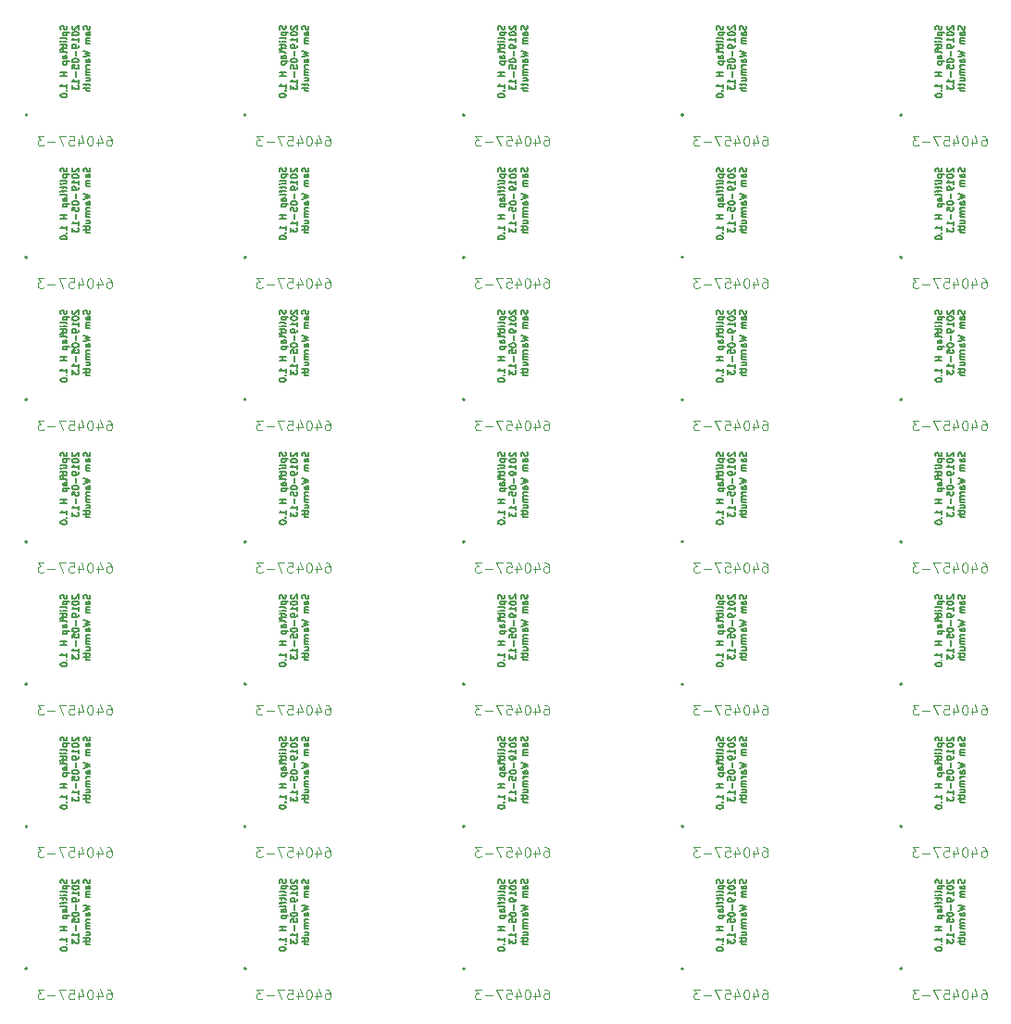
<source format=gbr>
G04 #@! TF.GenerationSoftware,KiCad,Pcbnew,(5.1.0-0)*
G04 #@! TF.CreationDate,2019-05-13T15:47:01-05:00*
G04 #@! TF.ProjectId,splitflap-hall-pcb,73706c69-7466-46c6-9170-2d68616c6c2d,rev?*
G04 #@! TF.SameCoordinates,Original*
G04 #@! TF.FileFunction,Legend,Bot*
G04 #@! TF.FilePolarity,Positive*
%FSLAX46Y46*%
G04 Gerber Fmt 4.6, Leading zero omitted, Abs format (unit mm)*
G04 Created by KiCad (PCBNEW (5.1.0-0)) date 2019-05-13 15:47:01*
%MOMM*%
%LPD*%
G04 APERTURE LIST*
%ADD10C,0.150000*%
%ADD11C,0.200000*%
%ADD12C,0.050000*%
G04 APERTURE END LIST*
D10*
X166247057Y-158818785D02*
X166275628Y-158904500D01*
X166275628Y-159047357D01*
X166247057Y-159104500D01*
X166218485Y-159133071D01*
X166161342Y-159161642D01*
X166104200Y-159161642D01*
X166047057Y-159133071D01*
X166018485Y-159104500D01*
X165989914Y-159047357D01*
X165961342Y-158933071D01*
X165932771Y-158875928D01*
X165904200Y-158847357D01*
X165847057Y-158818785D01*
X165789914Y-158818785D01*
X165732771Y-158847357D01*
X165704200Y-158875928D01*
X165675628Y-158933071D01*
X165675628Y-159075928D01*
X165704200Y-159161642D01*
X165875628Y-159418785D02*
X166475628Y-159418785D01*
X165904200Y-159418785D02*
X165875628Y-159475928D01*
X165875628Y-159590214D01*
X165904200Y-159647357D01*
X165932771Y-159675928D01*
X165989914Y-159704500D01*
X166161342Y-159704500D01*
X166218485Y-159675928D01*
X166247057Y-159647357D01*
X166275628Y-159590214D01*
X166275628Y-159475928D01*
X166247057Y-159418785D01*
X166275628Y-160047357D02*
X166247057Y-159990214D01*
X166189914Y-159961642D01*
X165675628Y-159961642D01*
X166275628Y-160275928D02*
X165875628Y-160275928D01*
X165675628Y-160275928D02*
X165704200Y-160247357D01*
X165732771Y-160275928D01*
X165704200Y-160304500D01*
X165675628Y-160275928D01*
X165732771Y-160275928D01*
X165875628Y-160475928D02*
X165875628Y-160704500D01*
X165675628Y-160561642D02*
X166189914Y-160561642D01*
X166247057Y-160590214D01*
X166275628Y-160647357D01*
X166275628Y-160704500D01*
X165875628Y-160818785D02*
X165875628Y-161047357D01*
X166275628Y-160904500D02*
X165761342Y-160904500D01*
X165704200Y-160933071D01*
X165675628Y-160990214D01*
X165675628Y-161047357D01*
X166275628Y-161333071D02*
X166247057Y-161275928D01*
X166189914Y-161247357D01*
X165675628Y-161247357D01*
X166275628Y-161818785D02*
X165961342Y-161818785D01*
X165904200Y-161790214D01*
X165875628Y-161733071D01*
X165875628Y-161618785D01*
X165904200Y-161561642D01*
X166247057Y-161818785D02*
X166275628Y-161761642D01*
X166275628Y-161618785D01*
X166247057Y-161561642D01*
X166189914Y-161533071D01*
X166132771Y-161533071D01*
X166075628Y-161561642D01*
X166047057Y-161618785D01*
X166047057Y-161761642D01*
X166018485Y-161818785D01*
X165875628Y-162104500D02*
X166475628Y-162104500D01*
X165904200Y-162104500D02*
X165875628Y-162161642D01*
X165875628Y-162275928D01*
X165904200Y-162333071D01*
X165932771Y-162361642D01*
X165989914Y-162390214D01*
X166161342Y-162390214D01*
X166218485Y-162361642D01*
X166247057Y-162333071D01*
X166275628Y-162275928D01*
X166275628Y-162161642D01*
X166247057Y-162104500D01*
X166275628Y-163104500D02*
X165675628Y-163104500D01*
X165961342Y-163104500D02*
X165961342Y-163447357D01*
X166275628Y-163447357D02*
X165675628Y-163447357D01*
X166275628Y-164504500D02*
X166275628Y-164161642D01*
X166275628Y-164333071D02*
X165675628Y-164333071D01*
X165761342Y-164275928D01*
X165818485Y-164218785D01*
X165847057Y-164161642D01*
X166218485Y-164761642D02*
X166247057Y-164790214D01*
X166275628Y-164761642D01*
X166247057Y-164733071D01*
X166218485Y-164761642D01*
X166275628Y-164761642D01*
X165675628Y-165161642D02*
X165675628Y-165218785D01*
X165704200Y-165275928D01*
X165732771Y-165304500D01*
X165789914Y-165333071D01*
X165904200Y-165361642D01*
X166047057Y-165361642D01*
X166161342Y-165333071D01*
X166218485Y-165304500D01*
X166247057Y-165275928D01*
X166275628Y-165218785D01*
X166275628Y-165161642D01*
X166247057Y-165104500D01*
X166218485Y-165075928D01*
X166161342Y-165047357D01*
X166047057Y-165018785D01*
X165904200Y-165018785D01*
X165789914Y-165047357D01*
X165732771Y-165075928D01*
X165704200Y-165104500D01*
X165675628Y-165161642D01*
X166782771Y-158818785D02*
X166754200Y-158847357D01*
X166725628Y-158904500D01*
X166725628Y-159047357D01*
X166754200Y-159104500D01*
X166782771Y-159133071D01*
X166839914Y-159161642D01*
X166897057Y-159161642D01*
X166982771Y-159133071D01*
X167325628Y-158790214D01*
X167325628Y-159161642D01*
X166725628Y-159533071D02*
X166725628Y-159590214D01*
X166754200Y-159647357D01*
X166782771Y-159675928D01*
X166839914Y-159704500D01*
X166954200Y-159733071D01*
X167097057Y-159733071D01*
X167211342Y-159704500D01*
X167268485Y-159675928D01*
X167297057Y-159647357D01*
X167325628Y-159590214D01*
X167325628Y-159533071D01*
X167297057Y-159475928D01*
X167268485Y-159447357D01*
X167211342Y-159418785D01*
X167097057Y-159390214D01*
X166954200Y-159390214D01*
X166839914Y-159418785D01*
X166782771Y-159447357D01*
X166754200Y-159475928D01*
X166725628Y-159533071D01*
X167325628Y-160304500D02*
X167325628Y-159961642D01*
X167325628Y-160133071D02*
X166725628Y-160133071D01*
X166811342Y-160075928D01*
X166868485Y-160018785D01*
X166897057Y-159961642D01*
X167325628Y-160590214D02*
X167325628Y-160704500D01*
X167297057Y-160761642D01*
X167268485Y-160790214D01*
X167182771Y-160847357D01*
X167068485Y-160875928D01*
X166839914Y-160875928D01*
X166782771Y-160847357D01*
X166754200Y-160818785D01*
X166725628Y-160761642D01*
X166725628Y-160647357D01*
X166754200Y-160590214D01*
X166782771Y-160561642D01*
X166839914Y-160533071D01*
X166982771Y-160533071D01*
X167039914Y-160561642D01*
X167068485Y-160590214D01*
X167097057Y-160647357D01*
X167097057Y-160761642D01*
X167068485Y-160818785D01*
X167039914Y-160847357D01*
X166982771Y-160875928D01*
X167097057Y-161133071D02*
X167097057Y-161590214D01*
X166725628Y-161990214D02*
X166725628Y-162047357D01*
X166754200Y-162104500D01*
X166782771Y-162133071D01*
X166839914Y-162161642D01*
X166954200Y-162190214D01*
X167097057Y-162190214D01*
X167211342Y-162161642D01*
X167268485Y-162133071D01*
X167297057Y-162104500D01*
X167325628Y-162047357D01*
X167325628Y-161990214D01*
X167297057Y-161933071D01*
X167268485Y-161904500D01*
X167211342Y-161875928D01*
X167097057Y-161847357D01*
X166954200Y-161847357D01*
X166839914Y-161875928D01*
X166782771Y-161904500D01*
X166754200Y-161933071D01*
X166725628Y-161990214D01*
X166725628Y-162733071D02*
X166725628Y-162447357D01*
X167011342Y-162418785D01*
X166982771Y-162447357D01*
X166954200Y-162504500D01*
X166954200Y-162647357D01*
X166982771Y-162704500D01*
X167011342Y-162733071D01*
X167068485Y-162761642D01*
X167211342Y-162761642D01*
X167268485Y-162733071D01*
X167297057Y-162704500D01*
X167325628Y-162647357D01*
X167325628Y-162504500D01*
X167297057Y-162447357D01*
X167268485Y-162418785D01*
X167097057Y-163018785D02*
X167097057Y-163475928D01*
X167325628Y-164075928D02*
X167325628Y-163733071D01*
X167325628Y-163904500D02*
X166725628Y-163904500D01*
X166811342Y-163847357D01*
X166868485Y-163790214D01*
X166897057Y-163733071D01*
X166725628Y-164275928D02*
X166725628Y-164647357D01*
X166954200Y-164447357D01*
X166954200Y-164533071D01*
X166982771Y-164590214D01*
X167011342Y-164618785D01*
X167068485Y-164647357D01*
X167211342Y-164647357D01*
X167268485Y-164618785D01*
X167297057Y-164590214D01*
X167325628Y-164533071D01*
X167325628Y-164361642D01*
X167297057Y-164304500D01*
X167268485Y-164275928D01*
X168347057Y-158818785D02*
X168375628Y-158904500D01*
X168375628Y-159047357D01*
X168347057Y-159104500D01*
X168318485Y-159133071D01*
X168261342Y-159161642D01*
X168204200Y-159161642D01*
X168147057Y-159133071D01*
X168118485Y-159104500D01*
X168089914Y-159047357D01*
X168061342Y-158933071D01*
X168032771Y-158875928D01*
X168004200Y-158847357D01*
X167947057Y-158818785D01*
X167889914Y-158818785D01*
X167832771Y-158847357D01*
X167804200Y-158875928D01*
X167775628Y-158933071D01*
X167775628Y-159075928D01*
X167804200Y-159161642D01*
X168375628Y-159675928D02*
X168061342Y-159675928D01*
X168004200Y-159647357D01*
X167975628Y-159590214D01*
X167975628Y-159475928D01*
X168004200Y-159418785D01*
X168347057Y-159675928D02*
X168375628Y-159618785D01*
X168375628Y-159475928D01*
X168347057Y-159418785D01*
X168289914Y-159390214D01*
X168232771Y-159390214D01*
X168175628Y-159418785D01*
X168147057Y-159475928D01*
X168147057Y-159618785D01*
X168118485Y-159675928D01*
X168375628Y-159961642D02*
X167975628Y-159961642D01*
X168032771Y-159961642D02*
X168004200Y-159990214D01*
X167975628Y-160047357D01*
X167975628Y-160133071D01*
X168004200Y-160190214D01*
X168061342Y-160218785D01*
X168375628Y-160218785D01*
X168061342Y-160218785D02*
X168004200Y-160247357D01*
X167975628Y-160304500D01*
X167975628Y-160390214D01*
X168004200Y-160447357D01*
X168061342Y-160475928D01*
X168375628Y-160475928D01*
X167775628Y-161161642D02*
X168375628Y-161304500D01*
X167947057Y-161418785D01*
X168375628Y-161533071D01*
X167775628Y-161675928D01*
X168375628Y-162161642D02*
X168061342Y-162161642D01*
X168004200Y-162133071D01*
X167975628Y-162075928D01*
X167975628Y-161961642D01*
X168004200Y-161904500D01*
X168347057Y-162161642D02*
X168375628Y-162104500D01*
X168375628Y-161961642D01*
X168347057Y-161904500D01*
X168289914Y-161875928D01*
X168232771Y-161875928D01*
X168175628Y-161904500D01*
X168147057Y-161961642D01*
X168147057Y-162104500D01*
X168118485Y-162161642D01*
X168375628Y-162447357D02*
X167975628Y-162447357D01*
X168089914Y-162447357D02*
X168032771Y-162475928D01*
X168004200Y-162504500D01*
X167975628Y-162561642D01*
X167975628Y-162618785D01*
X168375628Y-162818785D02*
X167975628Y-162818785D01*
X168032771Y-162818785D02*
X168004200Y-162847357D01*
X167975628Y-162904500D01*
X167975628Y-162990214D01*
X168004200Y-163047357D01*
X168061342Y-163075928D01*
X168375628Y-163075928D01*
X168061342Y-163075928D02*
X168004200Y-163104500D01*
X167975628Y-163161642D01*
X167975628Y-163247357D01*
X168004200Y-163304500D01*
X168061342Y-163333071D01*
X168375628Y-163333071D01*
X167975628Y-163875928D02*
X168375628Y-163875928D01*
X167975628Y-163618785D02*
X168289914Y-163618785D01*
X168347057Y-163647357D01*
X168375628Y-163704500D01*
X168375628Y-163790214D01*
X168347057Y-163847357D01*
X168318485Y-163875928D01*
X167975628Y-164075928D02*
X167975628Y-164304500D01*
X167775628Y-164161642D02*
X168289914Y-164161642D01*
X168347057Y-164190214D01*
X168375628Y-164247357D01*
X168375628Y-164304500D01*
X168375628Y-164504500D02*
X167775628Y-164504500D01*
X168375628Y-164761642D02*
X168061342Y-164761642D01*
X168004200Y-164733071D01*
X167975628Y-164675928D01*
X167975628Y-164590214D01*
X168004200Y-164533071D01*
X168032771Y-164504500D01*
X146247057Y-158818785D02*
X146275628Y-158904500D01*
X146275628Y-159047357D01*
X146247057Y-159104500D01*
X146218485Y-159133071D01*
X146161342Y-159161642D01*
X146104200Y-159161642D01*
X146047057Y-159133071D01*
X146018485Y-159104500D01*
X145989914Y-159047357D01*
X145961342Y-158933071D01*
X145932771Y-158875928D01*
X145904200Y-158847357D01*
X145847057Y-158818785D01*
X145789914Y-158818785D01*
X145732771Y-158847357D01*
X145704200Y-158875928D01*
X145675628Y-158933071D01*
X145675628Y-159075928D01*
X145704200Y-159161642D01*
X145875628Y-159418785D02*
X146475628Y-159418785D01*
X145904200Y-159418785D02*
X145875628Y-159475928D01*
X145875628Y-159590214D01*
X145904200Y-159647357D01*
X145932771Y-159675928D01*
X145989914Y-159704500D01*
X146161342Y-159704500D01*
X146218485Y-159675928D01*
X146247057Y-159647357D01*
X146275628Y-159590214D01*
X146275628Y-159475928D01*
X146247057Y-159418785D01*
X146275628Y-160047357D02*
X146247057Y-159990214D01*
X146189914Y-159961642D01*
X145675628Y-159961642D01*
X146275628Y-160275928D02*
X145875628Y-160275928D01*
X145675628Y-160275928D02*
X145704200Y-160247357D01*
X145732771Y-160275928D01*
X145704200Y-160304500D01*
X145675628Y-160275928D01*
X145732771Y-160275928D01*
X145875628Y-160475928D02*
X145875628Y-160704500D01*
X145675628Y-160561642D02*
X146189914Y-160561642D01*
X146247057Y-160590214D01*
X146275628Y-160647357D01*
X146275628Y-160704500D01*
X145875628Y-160818785D02*
X145875628Y-161047357D01*
X146275628Y-160904500D02*
X145761342Y-160904500D01*
X145704200Y-160933071D01*
X145675628Y-160990214D01*
X145675628Y-161047357D01*
X146275628Y-161333071D02*
X146247057Y-161275928D01*
X146189914Y-161247357D01*
X145675628Y-161247357D01*
X146275628Y-161818785D02*
X145961342Y-161818785D01*
X145904200Y-161790214D01*
X145875628Y-161733071D01*
X145875628Y-161618785D01*
X145904200Y-161561642D01*
X146247057Y-161818785D02*
X146275628Y-161761642D01*
X146275628Y-161618785D01*
X146247057Y-161561642D01*
X146189914Y-161533071D01*
X146132771Y-161533071D01*
X146075628Y-161561642D01*
X146047057Y-161618785D01*
X146047057Y-161761642D01*
X146018485Y-161818785D01*
X145875628Y-162104500D02*
X146475628Y-162104500D01*
X145904200Y-162104500D02*
X145875628Y-162161642D01*
X145875628Y-162275928D01*
X145904200Y-162333071D01*
X145932771Y-162361642D01*
X145989914Y-162390214D01*
X146161342Y-162390214D01*
X146218485Y-162361642D01*
X146247057Y-162333071D01*
X146275628Y-162275928D01*
X146275628Y-162161642D01*
X146247057Y-162104500D01*
X146275628Y-163104500D02*
X145675628Y-163104500D01*
X145961342Y-163104500D02*
X145961342Y-163447357D01*
X146275628Y-163447357D02*
X145675628Y-163447357D01*
X146275628Y-164504500D02*
X146275628Y-164161642D01*
X146275628Y-164333071D02*
X145675628Y-164333071D01*
X145761342Y-164275928D01*
X145818485Y-164218785D01*
X145847057Y-164161642D01*
X146218485Y-164761642D02*
X146247057Y-164790214D01*
X146275628Y-164761642D01*
X146247057Y-164733071D01*
X146218485Y-164761642D01*
X146275628Y-164761642D01*
X145675628Y-165161642D02*
X145675628Y-165218785D01*
X145704200Y-165275928D01*
X145732771Y-165304500D01*
X145789914Y-165333071D01*
X145904200Y-165361642D01*
X146047057Y-165361642D01*
X146161342Y-165333071D01*
X146218485Y-165304500D01*
X146247057Y-165275928D01*
X146275628Y-165218785D01*
X146275628Y-165161642D01*
X146247057Y-165104500D01*
X146218485Y-165075928D01*
X146161342Y-165047357D01*
X146047057Y-165018785D01*
X145904200Y-165018785D01*
X145789914Y-165047357D01*
X145732771Y-165075928D01*
X145704200Y-165104500D01*
X145675628Y-165161642D01*
X146782771Y-158818785D02*
X146754200Y-158847357D01*
X146725628Y-158904500D01*
X146725628Y-159047357D01*
X146754200Y-159104500D01*
X146782771Y-159133071D01*
X146839914Y-159161642D01*
X146897057Y-159161642D01*
X146982771Y-159133071D01*
X147325628Y-158790214D01*
X147325628Y-159161642D01*
X146725628Y-159533071D02*
X146725628Y-159590214D01*
X146754200Y-159647357D01*
X146782771Y-159675928D01*
X146839914Y-159704500D01*
X146954200Y-159733071D01*
X147097057Y-159733071D01*
X147211342Y-159704500D01*
X147268485Y-159675928D01*
X147297057Y-159647357D01*
X147325628Y-159590214D01*
X147325628Y-159533071D01*
X147297057Y-159475928D01*
X147268485Y-159447357D01*
X147211342Y-159418785D01*
X147097057Y-159390214D01*
X146954200Y-159390214D01*
X146839914Y-159418785D01*
X146782771Y-159447357D01*
X146754200Y-159475928D01*
X146725628Y-159533071D01*
X147325628Y-160304500D02*
X147325628Y-159961642D01*
X147325628Y-160133071D02*
X146725628Y-160133071D01*
X146811342Y-160075928D01*
X146868485Y-160018785D01*
X146897057Y-159961642D01*
X147325628Y-160590214D02*
X147325628Y-160704500D01*
X147297057Y-160761642D01*
X147268485Y-160790214D01*
X147182771Y-160847357D01*
X147068485Y-160875928D01*
X146839914Y-160875928D01*
X146782771Y-160847357D01*
X146754200Y-160818785D01*
X146725628Y-160761642D01*
X146725628Y-160647357D01*
X146754200Y-160590214D01*
X146782771Y-160561642D01*
X146839914Y-160533071D01*
X146982771Y-160533071D01*
X147039914Y-160561642D01*
X147068485Y-160590214D01*
X147097057Y-160647357D01*
X147097057Y-160761642D01*
X147068485Y-160818785D01*
X147039914Y-160847357D01*
X146982771Y-160875928D01*
X147097057Y-161133071D02*
X147097057Y-161590214D01*
X146725628Y-161990214D02*
X146725628Y-162047357D01*
X146754200Y-162104500D01*
X146782771Y-162133071D01*
X146839914Y-162161642D01*
X146954200Y-162190214D01*
X147097057Y-162190214D01*
X147211342Y-162161642D01*
X147268485Y-162133071D01*
X147297057Y-162104500D01*
X147325628Y-162047357D01*
X147325628Y-161990214D01*
X147297057Y-161933071D01*
X147268485Y-161904500D01*
X147211342Y-161875928D01*
X147097057Y-161847357D01*
X146954200Y-161847357D01*
X146839914Y-161875928D01*
X146782771Y-161904500D01*
X146754200Y-161933071D01*
X146725628Y-161990214D01*
X146725628Y-162733071D02*
X146725628Y-162447357D01*
X147011342Y-162418785D01*
X146982771Y-162447357D01*
X146954200Y-162504500D01*
X146954200Y-162647357D01*
X146982771Y-162704500D01*
X147011342Y-162733071D01*
X147068485Y-162761642D01*
X147211342Y-162761642D01*
X147268485Y-162733071D01*
X147297057Y-162704500D01*
X147325628Y-162647357D01*
X147325628Y-162504500D01*
X147297057Y-162447357D01*
X147268485Y-162418785D01*
X147097057Y-163018785D02*
X147097057Y-163475928D01*
X147325628Y-164075928D02*
X147325628Y-163733071D01*
X147325628Y-163904500D02*
X146725628Y-163904500D01*
X146811342Y-163847357D01*
X146868485Y-163790214D01*
X146897057Y-163733071D01*
X146725628Y-164275928D02*
X146725628Y-164647357D01*
X146954200Y-164447357D01*
X146954200Y-164533071D01*
X146982771Y-164590214D01*
X147011342Y-164618785D01*
X147068485Y-164647357D01*
X147211342Y-164647357D01*
X147268485Y-164618785D01*
X147297057Y-164590214D01*
X147325628Y-164533071D01*
X147325628Y-164361642D01*
X147297057Y-164304500D01*
X147268485Y-164275928D01*
X148347057Y-158818785D02*
X148375628Y-158904500D01*
X148375628Y-159047357D01*
X148347057Y-159104500D01*
X148318485Y-159133071D01*
X148261342Y-159161642D01*
X148204200Y-159161642D01*
X148147057Y-159133071D01*
X148118485Y-159104500D01*
X148089914Y-159047357D01*
X148061342Y-158933071D01*
X148032771Y-158875928D01*
X148004200Y-158847357D01*
X147947057Y-158818785D01*
X147889914Y-158818785D01*
X147832771Y-158847357D01*
X147804200Y-158875928D01*
X147775628Y-158933071D01*
X147775628Y-159075928D01*
X147804200Y-159161642D01*
X148375628Y-159675928D02*
X148061342Y-159675928D01*
X148004200Y-159647357D01*
X147975628Y-159590214D01*
X147975628Y-159475928D01*
X148004200Y-159418785D01*
X148347057Y-159675928D02*
X148375628Y-159618785D01*
X148375628Y-159475928D01*
X148347057Y-159418785D01*
X148289914Y-159390214D01*
X148232771Y-159390214D01*
X148175628Y-159418785D01*
X148147057Y-159475928D01*
X148147057Y-159618785D01*
X148118485Y-159675928D01*
X148375628Y-159961642D02*
X147975628Y-159961642D01*
X148032771Y-159961642D02*
X148004200Y-159990214D01*
X147975628Y-160047357D01*
X147975628Y-160133071D01*
X148004200Y-160190214D01*
X148061342Y-160218785D01*
X148375628Y-160218785D01*
X148061342Y-160218785D02*
X148004200Y-160247357D01*
X147975628Y-160304500D01*
X147975628Y-160390214D01*
X148004200Y-160447357D01*
X148061342Y-160475928D01*
X148375628Y-160475928D01*
X147775628Y-161161642D02*
X148375628Y-161304500D01*
X147947057Y-161418785D01*
X148375628Y-161533071D01*
X147775628Y-161675928D01*
X148375628Y-162161642D02*
X148061342Y-162161642D01*
X148004200Y-162133071D01*
X147975628Y-162075928D01*
X147975628Y-161961642D01*
X148004200Y-161904500D01*
X148347057Y-162161642D02*
X148375628Y-162104500D01*
X148375628Y-161961642D01*
X148347057Y-161904500D01*
X148289914Y-161875928D01*
X148232771Y-161875928D01*
X148175628Y-161904500D01*
X148147057Y-161961642D01*
X148147057Y-162104500D01*
X148118485Y-162161642D01*
X148375628Y-162447357D02*
X147975628Y-162447357D01*
X148089914Y-162447357D02*
X148032771Y-162475928D01*
X148004200Y-162504500D01*
X147975628Y-162561642D01*
X147975628Y-162618785D01*
X148375628Y-162818785D02*
X147975628Y-162818785D01*
X148032771Y-162818785D02*
X148004200Y-162847357D01*
X147975628Y-162904500D01*
X147975628Y-162990214D01*
X148004200Y-163047357D01*
X148061342Y-163075928D01*
X148375628Y-163075928D01*
X148061342Y-163075928D02*
X148004200Y-163104500D01*
X147975628Y-163161642D01*
X147975628Y-163247357D01*
X148004200Y-163304500D01*
X148061342Y-163333071D01*
X148375628Y-163333071D01*
X147975628Y-163875928D02*
X148375628Y-163875928D01*
X147975628Y-163618785D02*
X148289914Y-163618785D01*
X148347057Y-163647357D01*
X148375628Y-163704500D01*
X148375628Y-163790214D01*
X148347057Y-163847357D01*
X148318485Y-163875928D01*
X147975628Y-164075928D02*
X147975628Y-164304500D01*
X147775628Y-164161642D02*
X148289914Y-164161642D01*
X148347057Y-164190214D01*
X148375628Y-164247357D01*
X148375628Y-164304500D01*
X148375628Y-164504500D02*
X147775628Y-164504500D01*
X148375628Y-164761642D02*
X148061342Y-164761642D01*
X148004200Y-164733071D01*
X147975628Y-164675928D01*
X147975628Y-164590214D01*
X148004200Y-164533071D01*
X148032771Y-164504500D01*
X126247057Y-158818785D02*
X126275628Y-158904500D01*
X126275628Y-159047357D01*
X126247057Y-159104500D01*
X126218485Y-159133071D01*
X126161342Y-159161642D01*
X126104200Y-159161642D01*
X126047057Y-159133071D01*
X126018485Y-159104500D01*
X125989914Y-159047357D01*
X125961342Y-158933071D01*
X125932771Y-158875928D01*
X125904200Y-158847357D01*
X125847057Y-158818785D01*
X125789914Y-158818785D01*
X125732771Y-158847357D01*
X125704200Y-158875928D01*
X125675628Y-158933071D01*
X125675628Y-159075928D01*
X125704200Y-159161642D01*
X125875628Y-159418785D02*
X126475628Y-159418785D01*
X125904200Y-159418785D02*
X125875628Y-159475928D01*
X125875628Y-159590214D01*
X125904200Y-159647357D01*
X125932771Y-159675928D01*
X125989914Y-159704500D01*
X126161342Y-159704500D01*
X126218485Y-159675928D01*
X126247057Y-159647357D01*
X126275628Y-159590214D01*
X126275628Y-159475928D01*
X126247057Y-159418785D01*
X126275628Y-160047357D02*
X126247057Y-159990214D01*
X126189914Y-159961642D01*
X125675628Y-159961642D01*
X126275628Y-160275928D02*
X125875628Y-160275928D01*
X125675628Y-160275928D02*
X125704200Y-160247357D01*
X125732771Y-160275928D01*
X125704200Y-160304500D01*
X125675628Y-160275928D01*
X125732771Y-160275928D01*
X125875628Y-160475928D02*
X125875628Y-160704500D01*
X125675628Y-160561642D02*
X126189914Y-160561642D01*
X126247057Y-160590214D01*
X126275628Y-160647357D01*
X126275628Y-160704500D01*
X125875628Y-160818785D02*
X125875628Y-161047357D01*
X126275628Y-160904500D02*
X125761342Y-160904500D01*
X125704200Y-160933071D01*
X125675628Y-160990214D01*
X125675628Y-161047357D01*
X126275628Y-161333071D02*
X126247057Y-161275928D01*
X126189914Y-161247357D01*
X125675628Y-161247357D01*
X126275628Y-161818785D02*
X125961342Y-161818785D01*
X125904200Y-161790214D01*
X125875628Y-161733071D01*
X125875628Y-161618785D01*
X125904200Y-161561642D01*
X126247057Y-161818785D02*
X126275628Y-161761642D01*
X126275628Y-161618785D01*
X126247057Y-161561642D01*
X126189914Y-161533071D01*
X126132771Y-161533071D01*
X126075628Y-161561642D01*
X126047057Y-161618785D01*
X126047057Y-161761642D01*
X126018485Y-161818785D01*
X125875628Y-162104500D02*
X126475628Y-162104500D01*
X125904200Y-162104500D02*
X125875628Y-162161642D01*
X125875628Y-162275928D01*
X125904200Y-162333071D01*
X125932771Y-162361642D01*
X125989914Y-162390214D01*
X126161342Y-162390214D01*
X126218485Y-162361642D01*
X126247057Y-162333071D01*
X126275628Y-162275928D01*
X126275628Y-162161642D01*
X126247057Y-162104500D01*
X126275628Y-163104500D02*
X125675628Y-163104500D01*
X125961342Y-163104500D02*
X125961342Y-163447357D01*
X126275628Y-163447357D02*
X125675628Y-163447357D01*
X126275628Y-164504500D02*
X126275628Y-164161642D01*
X126275628Y-164333071D02*
X125675628Y-164333071D01*
X125761342Y-164275928D01*
X125818485Y-164218785D01*
X125847057Y-164161642D01*
X126218485Y-164761642D02*
X126247057Y-164790214D01*
X126275628Y-164761642D01*
X126247057Y-164733071D01*
X126218485Y-164761642D01*
X126275628Y-164761642D01*
X125675628Y-165161642D02*
X125675628Y-165218785D01*
X125704200Y-165275928D01*
X125732771Y-165304500D01*
X125789914Y-165333071D01*
X125904200Y-165361642D01*
X126047057Y-165361642D01*
X126161342Y-165333071D01*
X126218485Y-165304500D01*
X126247057Y-165275928D01*
X126275628Y-165218785D01*
X126275628Y-165161642D01*
X126247057Y-165104500D01*
X126218485Y-165075928D01*
X126161342Y-165047357D01*
X126047057Y-165018785D01*
X125904200Y-165018785D01*
X125789914Y-165047357D01*
X125732771Y-165075928D01*
X125704200Y-165104500D01*
X125675628Y-165161642D01*
X126782771Y-158818785D02*
X126754200Y-158847357D01*
X126725628Y-158904500D01*
X126725628Y-159047357D01*
X126754200Y-159104500D01*
X126782771Y-159133071D01*
X126839914Y-159161642D01*
X126897057Y-159161642D01*
X126982771Y-159133071D01*
X127325628Y-158790214D01*
X127325628Y-159161642D01*
X126725628Y-159533071D02*
X126725628Y-159590214D01*
X126754200Y-159647357D01*
X126782771Y-159675928D01*
X126839914Y-159704500D01*
X126954200Y-159733071D01*
X127097057Y-159733071D01*
X127211342Y-159704500D01*
X127268485Y-159675928D01*
X127297057Y-159647357D01*
X127325628Y-159590214D01*
X127325628Y-159533071D01*
X127297057Y-159475928D01*
X127268485Y-159447357D01*
X127211342Y-159418785D01*
X127097057Y-159390214D01*
X126954200Y-159390214D01*
X126839914Y-159418785D01*
X126782771Y-159447357D01*
X126754200Y-159475928D01*
X126725628Y-159533071D01*
X127325628Y-160304500D02*
X127325628Y-159961642D01*
X127325628Y-160133071D02*
X126725628Y-160133071D01*
X126811342Y-160075928D01*
X126868485Y-160018785D01*
X126897057Y-159961642D01*
X127325628Y-160590214D02*
X127325628Y-160704500D01*
X127297057Y-160761642D01*
X127268485Y-160790214D01*
X127182771Y-160847357D01*
X127068485Y-160875928D01*
X126839914Y-160875928D01*
X126782771Y-160847357D01*
X126754200Y-160818785D01*
X126725628Y-160761642D01*
X126725628Y-160647357D01*
X126754200Y-160590214D01*
X126782771Y-160561642D01*
X126839914Y-160533071D01*
X126982771Y-160533071D01*
X127039914Y-160561642D01*
X127068485Y-160590214D01*
X127097057Y-160647357D01*
X127097057Y-160761642D01*
X127068485Y-160818785D01*
X127039914Y-160847357D01*
X126982771Y-160875928D01*
X127097057Y-161133071D02*
X127097057Y-161590214D01*
X126725628Y-161990214D02*
X126725628Y-162047357D01*
X126754200Y-162104500D01*
X126782771Y-162133071D01*
X126839914Y-162161642D01*
X126954200Y-162190214D01*
X127097057Y-162190214D01*
X127211342Y-162161642D01*
X127268485Y-162133071D01*
X127297057Y-162104500D01*
X127325628Y-162047357D01*
X127325628Y-161990214D01*
X127297057Y-161933071D01*
X127268485Y-161904500D01*
X127211342Y-161875928D01*
X127097057Y-161847357D01*
X126954200Y-161847357D01*
X126839914Y-161875928D01*
X126782771Y-161904500D01*
X126754200Y-161933071D01*
X126725628Y-161990214D01*
X126725628Y-162733071D02*
X126725628Y-162447357D01*
X127011342Y-162418785D01*
X126982771Y-162447357D01*
X126954200Y-162504500D01*
X126954200Y-162647357D01*
X126982771Y-162704500D01*
X127011342Y-162733071D01*
X127068485Y-162761642D01*
X127211342Y-162761642D01*
X127268485Y-162733071D01*
X127297057Y-162704500D01*
X127325628Y-162647357D01*
X127325628Y-162504500D01*
X127297057Y-162447357D01*
X127268485Y-162418785D01*
X127097057Y-163018785D02*
X127097057Y-163475928D01*
X127325628Y-164075928D02*
X127325628Y-163733071D01*
X127325628Y-163904500D02*
X126725628Y-163904500D01*
X126811342Y-163847357D01*
X126868485Y-163790214D01*
X126897057Y-163733071D01*
X126725628Y-164275928D02*
X126725628Y-164647357D01*
X126954200Y-164447357D01*
X126954200Y-164533071D01*
X126982771Y-164590214D01*
X127011342Y-164618785D01*
X127068485Y-164647357D01*
X127211342Y-164647357D01*
X127268485Y-164618785D01*
X127297057Y-164590214D01*
X127325628Y-164533071D01*
X127325628Y-164361642D01*
X127297057Y-164304500D01*
X127268485Y-164275928D01*
X128347057Y-158818785D02*
X128375628Y-158904500D01*
X128375628Y-159047357D01*
X128347057Y-159104500D01*
X128318485Y-159133071D01*
X128261342Y-159161642D01*
X128204200Y-159161642D01*
X128147057Y-159133071D01*
X128118485Y-159104500D01*
X128089914Y-159047357D01*
X128061342Y-158933071D01*
X128032771Y-158875928D01*
X128004200Y-158847357D01*
X127947057Y-158818785D01*
X127889914Y-158818785D01*
X127832771Y-158847357D01*
X127804200Y-158875928D01*
X127775628Y-158933071D01*
X127775628Y-159075928D01*
X127804200Y-159161642D01*
X128375628Y-159675928D02*
X128061342Y-159675928D01*
X128004200Y-159647357D01*
X127975628Y-159590214D01*
X127975628Y-159475928D01*
X128004200Y-159418785D01*
X128347057Y-159675928D02*
X128375628Y-159618785D01*
X128375628Y-159475928D01*
X128347057Y-159418785D01*
X128289914Y-159390214D01*
X128232771Y-159390214D01*
X128175628Y-159418785D01*
X128147057Y-159475928D01*
X128147057Y-159618785D01*
X128118485Y-159675928D01*
X128375628Y-159961642D02*
X127975628Y-159961642D01*
X128032771Y-159961642D02*
X128004200Y-159990214D01*
X127975628Y-160047357D01*
X127975628Y-160133071D01*
X128004200Y-160190214D01*
X128061342Y-160218785D01*
X128375628Y-160218785D01*
X128061342Y-160218785D02*
X128004200Y-160247357D01*
X127975628Y-160304500D01*
X127975628Y-160390214D01*
X128004200Y-160447357D01*
X128061342Y-160475928D01*
X128375628Y-160475928D01*
X127775628Y-161161642D02*
X128375628Y-161304500D01*
X127947057Y-161418785D01*
X128375628Y-161533071D01*
X127775628Y-161675928D01*
X128375628Y-162161642D02*
X128061342Y-162161642D01*
X128004200Y-162133071D01*
X127975628Y-162075928D01*
X127975628Y-161961642D01*
X128004200Y-161904500D01*
X128347057Y-162161642D02*
X128375628Y-162104500D01*
X128375628Y-161961642D01*
X128347057Y-161904500D01*
X128289914Y-161875928D01*
X128232771Y-161875928D01*
X128175628Y-161904500D01*
X128147057Y-161961642D01*
X128147057Y-162104500D01*
X128118485Y-162161642D01*
X128375628Y-162447357D02*
X127975628Y-162447357D01*
X128089914Y-162447357D02*
X128032771Y-162475928D01*
X128004200Y-162504500D01*
X127975628Y-162561642D01*
X127975628Y-162618785D01*
X128375628Y-162818785D02*
X127975628Y-162818785D01*
X128032771Y-162818785D02*
X128004200Y-162847357D01*
X127975628Y-162904500D01*
X127975628Y-162990214D01*
X128004200Y-163047357D01*
X128061342Y-163075928D01*
X128375628Y-163075928D01*
X128061342Y-163075928D02*
X128004200Y-163104500D01*
X127975628Y-163161642D01*
X127975628Y-163247357D01*
X128004200Y-163304500D01*
X128061342Y-163333071D01*
X128375628Y-163333071D01*
X127975628Y-163875928D02*
X128375628Y-163875928D01*
X127975628Y-163618785D02*
X128289914Y-163618785D01*
X128347057Y-163647357D01*
X128375628Y-163704500D01*
X128375628Y-163790214D01*
X128347057Y-163847357D01*
X128318485Y-163875928D01*
X127975628Y-164075928D02*
X127975628Y-164304500D01*
X127775628Y-164161642D02*
X128289914Y-164161642D01*
X128347057Y-164190214D01*
X128375628Y-164247357D01*
X128375628Y-164304500D01*
X128375628Y-164504500D02*
X127775628Y-164504500D01*
X128375628Y-164761642D02*
X128061342Y-164761642D01*
X128004200Y-164733071D01*
X127975628Y-164675928D01*
X127975628Y-164590214D01*
X128004200Y-164533071D01*
X128032771Y-164504500D01*
X106247057Y-158818785D02*
X106275628Y-158904500D01*
X106275628Y-159047357D01*
X106247057Y-159104500D01*
X106218485Y-159133071D01*
X106161342Y-159161642D01*
X106104200Y-159161642D01*
X106047057Y-159133071D01*
X106018485Y-159104500D01*
X105989914Y-159047357D01*
X105961342Y-158933071D01*
X105932771Y-158875928D01*
X105904200Y-158847357D01*
X105847057Y-158818785D01*
X105789914Y-158818785D01*
X105732771Y-158847357D01*
X105704200Y-158875928D01*
X105675628Y-158933071D01*
X105675628Y-159075928D01*
X105704200Y-159161642D01*
X105875628Y-159418785D02*
X106475628Y-159418785D01*
X105904200Y-159418785D02*
X105875628Y-159475928D01*
X105875628Y-159590214D01*
X105904200Y-159647357D01*
X105932771Y-159675928D01*
X105989914Y-159704500D01*
X106161342Y-159704500D01*
X106218485Y-159675928D01*
X106247057Y-159647357D01*
X106275628Y-159590214D01*
X106275628Y-159475928D01*
X106247057Y-159418785D01*
X106275628Y-160047357D02*
X106247057Y-159990214D01*
X106189914Y-159961642D01*
X105675628Y-159961642D01*
X106275628Y-160275928D02*
X105875628Y-160275928D01*
X105675628Y-160275928D02*
X105704200Y-160247357D01*
X105732771Y-160275928D01*
X105704200Y-160304500D01*
X105675628Y-160275928D01*
X105732771Y-160275928D01*
X105875628Y-160475928D02*
X105875628Y-160704500D01*
X105675628Y-160561642D02*
X106189914Y-160561642D01*
X106247057Y-160590214D01*
X106275628Y-160647357D01*
X106275628Y-160704500D01*
X105875628Y-160818785D02*
X105875628Y-161047357D01*
X106275628Y-160904500D02*
X105761342Y-160904500D01*
X105704200Y-160933071D01*
X105675628Y-160990214D01*
X105675628Y-161047357D01*
X106275628Y-161333071D02*
X106247057Y-161275928D01*
X106189914Y-161247357D01*
X105675628Y-161247357D01*
X106275628Y-161818785D02*
X105961342Y-161818785D01*
X105904200Y-161790214D01*
X105875628Y-161733071D01*
X105875628Y-161618785D01*
X105904200Y-161561642D01*
X106247057Y-161818785D02*
X106275628Y-161761642D01*
X106275628Y-161618785D01*
X106247057Y-161561642D01*
X106189914Y-161533071D01*
X106132771Y-161533071D01*
X106075628Y-161561642D01*
X106047057Y-161618785D01*
X106047057Y-161761642D01*
X106018485Y-161818785D01*
X105875628Y-162104500D02*
X106475628Y-162104500D01*
X105904200Y-162104500D02*
X105875628Y-162161642D01*
X105875628Y-162275928D01*
X105904200Y-162333071D01*
X105932771Y-162361642D01*
X105989914Y-162390214D01*
X106161342Y-162390214D01*
X106218485Y-162361642D01*
X106247057Y-162333071D01*
X106275628Y-162275928D01*
X106275628Y-162161642D01*
X106247057Y-162104500D01*
X106275628Y-163104500D02*
X105675628Y-163104500D01*
X105961342Y-163104500D02*
X105961342Y-163447357D01*
X106275628Y-163447357D02*
X105675628Y-163447357D01*
X106275628Y-164504500D02*
X106275628Y-164161642D01*
X106275628Y-164333071D02*
X105675628Y-164333071D01*
X105761342Y-164275928D01*
X105818485Y-164218785D01*
X105847057Y-164161642D01*
X106218485Y-164761642D02*
X106247057Y-164790214D01*
X106275628Y-164761642D01*
X106247057Y-164733071D01*
X106218485Y-164761642D01*
X106275628Y-164761642D01*
X105675628Y-165161642D02*
X105675628Y-165218785D01*
X105704200Y-165275928D01*
X105732771Y-165304500D01*
X105789914Y-165333071D01*
X105904200Y-165361642D01*
X106047057Y-165361642D01*
X106161342Y-165333071D01*
X106218485Y-165304500D01*
X106247057Y-165275928D01*
X106275628Y-165218785D01*
X106275628Y-165161642D01*
X106247057Y-165104500D01*
X106218485Y-165075928D01*
X106161342Y-165047357D01*
X106047057Y-165018785D01*
X105904200Y-165018785D01*
X105789914Y-165047357D01*
X105732771Y-165075928D01*
X105704200Y-165104500D01*
X105675628Y-165161642D01*
X106782771Y-158818785D02*
X106754200Y-158847357D01*
X106725628Y-158904500D01*
X106725628Y-159047357D01*
X106754200Y-159104500D01*
X106782771Y-159133071D01*
X106839914Y-159161642D01*
X106897057Y-159161642D01*
X106982771Y-159133071D01*
X107325628Y-158790214D01*
X107325628Y-159161642D01*
X106725628Y-159533071D02*
X106725628Y-159590214D01*
X106754200Y-159647357D01*
X106782771Y-159675928D01*
X106839914Y-159704500D01*
X106954200Y-159733071D01*
X107097057Y-159733071D01*
X107211342Y-159704500D01*
X107268485Y-159675928D01*
X107297057Y-159647357D01*
X107325628Y-159590214D01*
X107325628Y-159533071D01*
X107297057Y-159475928D01*
X107268485Y-159447357D01*
X107211342Y-159418785D01*
X107097057Y-159390214D01*
X106954200Y-159390214D01*
X106839914Y-159418785D01*
X106782771Y-159447357D01*
X106754200Y-159475928D01*
X106725628Y-159533071D01*
X107325628Y-160304500D02*
X107325628Y-159961642D01*
X107325628Y-160133071D02*
X106725628Y-160133071D01*
X106811342Y-160075928D01*
X106868485Y-160018785D01*
X106897057Y-159961642D01*
X107325628Y-160590214D02*
X107325628Y-160704500D01*
X107297057Y-160761642D01*
X107268485Y-160790214D01*
X107182771Y-160847357D01*
X107068485Y-160875928D01*
X106839914Y-160875928D01*
X106782771Y-160847357D01*
X106754200Y-160818785D01*
X106725628Y-160761642D01*
X106725628Y-160647357D01*
X106754200Y-160590214D01*
X106782771Y-160561642D01*
X106839914Y-160533071D01*
X106982771Y-160533071D01*
X107039914Y-160561642D01*
X107068485Y-160590214D01*
X107097057Y-160647357D01*
X107097057Y-160761642D01*
X107068485Y-160818785D01*
X107039914Y-160847357D01*
X106982771Y-160875928D01*
X107097057Y-161133071D02*
X107097057Y-161590214D01*
X106725628Y-161990214D02*
X106725628Y-162047357D01*
X106754200Y-162104500D01*
X106782771Y-162133071D01*
X106839914Y-162161642D01*
X106954200Y-162190214D01*
X107097057Y-162190214D01*
X107211342Y-162161642D01*
X107268485Y-162133071D01*
X107297057Y-162104500D01*
X107325628Y-162047357D01*
X107325628Y-161990214D01*
X107297057Y-161933071D01*
X107268485Y-161904500D01*
X107211342Y-161875928D01*
X107097057Y-161847357D01*
X106954200Y-161847357D01*
X106839914Y-161875928D01*
X106782771Y-161904500D01*
X106754200Y-161933071D01*
X106725628Y-161990214D01*
X106725628Y-162733071D02*
X106725628Y-162447357D01*
X107011342Y-162418785D01*
X106982771Y-162447357D01*
X106954200Y-162504500D01*
X106954200Y-162647357D01*
X106982771Y-162704500D01*
X107011342Y-162733071D01*
X107068485Y-162761642D01*
X107211342Y-162761642D01*
X107268485Y-162733071D01*
X107297057Y-162704500D01*
X107325628Y-162647357D01*
X107325628Y-162504500D01*
X107297057Y-162447357D01*
X107268485Y-162418785D01*
X107097057Y-163018785D02*
X107097057Y-163475928D01*
X107325628Y-164075928D02*
X107325628Y-163733071D01*
X107325628Y-163904500D02*
X106725628Y-163904500D01*
X106811342Y-163847357D01*
X106868485Y-163790214D01*
X106897057Y-163733071D01*
X106725628Y-164275928D02*
X106725628Y-164647357D01*
X106954200Y-164447357D01*
X106954200Y-164533071D01*
X106982771Y-164590214D01*
X107011342Y-164618785D01*
X107068485Y-164647357D01*
X107211342Y-164647357D01*
X107268485Y-164618785D01*
X107297057Y-164590214D01*
X107325628Y-164533071D01*
X107325628Y-164361642D01*
X107297057Y-164304500D01*
X107268485Y-164275928D01*
X108347057Y-158818785D02*
X108375628Y-158904500D01*
X108375628Y-159047357D01*
X108347057Y-159104500D01*
X108318485Y-159133071D01*
X108261342Y-159161642D01*
X108204200Y-159161642D01*
X108147057Y-159133071D01*
X108118485Y-159104500D01*
X108089914Y-159047357D01*
X108061342Y-158933071D01*
X108032771Y-158875928D01*
X108004200Y-158847357D01*
X107947057Y-158818785D01*
X107889914Y-158818785D01*
X107832771Y-158847357D01*
X107804200Y-158875928D01*
X107775628Y-158933071D01*
X107775628Y-159075928D01*
X107804200Y-159161642D01*
X108375628Y-159675928D02*
X108061342Y-159675928D01*
X108004200Y-159647357D01*
X107975628Y-159590214D01*
X107975628Y-159475928D01*
X108004200Y-159418785D01*
X108347057Y-159675928D02*
X108375628Y-159618785D01*
X108375628Y-159475928D01*
X108347057Y-159418785D01*
X108289914Y-159390214D01*
X108232771Y-159390214D01*
X108175628Y-159418785D01*
X108147057Y-159475928D01*
X108147057Y-159618785D01*
X108118485Y-159675928D01*
X108375628Y-159961642D02*
X107975628Y-159961642D01*
X108032771Y-159961642D02*
X108004200Y-159990214D01*
X107975628Y-160047357D01*
X107975628Y-160133071D01*
X108004200Y-160190214D01*
X108061342Y-160218785D01*
X108375628Y-160218785D01*
X108061342Y-160218785D02*
X108004200Y-160247357D01*
X107975628Y-160304500D01*
X107975628Y-160390214D01*
X108004200Y-160447357D01*
X108061342Y-160475928D01*
X108375628Y-160475928D01*
X107775628Y-161161642D02*
X108375628Y-161304500D01*
X107947057Y-161418785D01*
X108375628Y-161533071D01*
X107775628Y-161675928D01*
X108375628Y-162161642D02*
X108061342Y-162161642D01*
X108004200Y-162133071D01*
X107975628Y-162075928D01*
X107975628Y-161961642D01*
X108004200Y-161904500D01*
X108347057Y-162161642D02*
X108375628Y-162104500D01*
X108375628Y-161961642D01*
X108347057Y-161904500D01*
X108289914Y-161875928D01*
X108232771Y-161875928D01*
X108175628Y-161904500D01*
X108147057Y-161961642D01*
X108147057Y-162104500D01*
X108118485Y-162161642D01*
X108375628Y-162447357D02*
X107975628Y-162447357D01*
X108089914Y-162447357D02*
X108032771Y-162475928D01*
X108004200Y-162504500D01*
X107975628Y-162561642D01*
X107975628Y-162618785D01*
X108375628Y-162818785D02*
X107975628Y-162818785D01*
X108032771Y-162818785D02*
X108004200Y-162847357D01*
X107975628Y-162904500D01*
X107975628Y-162990214D01*
X108004200Y-163047357D01*
X108061342Y-163075928D01*
X108375628Y-163075928D01*
X108061342Y-163075928D02*
X108004200Y-163104500D01*
X107975628Y-163161642D01*
X107975628Y-163247357D01*
X108004200Y-163304500D01*
X108061342Y-163333071D01*
X108375628Y-163333071D01*
X107975628Y-163875928D02*
X108375628Y-163875928D01*
X107975628Y-163618785D02*
X108289914Y-163618785D01*
X108347057Y-163647357D01*
X108375628Y-163704500D01*
X108375628Y-163790214D01*
X108347057Y-163847357D01*
X108318485Y-163875928D01*
X107975628Y-164075928D02*
X107975628Y-164304500D01*
X107775628Y-164161642D02*
X108289914Y-164161642D01*
X108347057Y-164190214D01*
X108375628Y-164247357D01*
X108375628Y-164304500D01*
X108375628Y-164504500D02*
X107775628Y-164504500D01*
X108375628Y-164761642D02*
X108061342Y-164761642D01*
X108004200Y-164733071D01*
X107975628Y-164675928D01*
X107975628Y-164590214D01*
X108004200Y-164533071D01*
X108032771Y-164504500D01*
X86247057Y-158818785D02*
X86275628Y-158904500D01*
X86275628Y-159047357D01*
X86247057Y-159104500D01*
X86218485Y-159133071D01*
X86161342Y-159161642D01*
X86104200Y-159161642D01*
X86047057Y-159133071D01*
X86018485Y-159104500D01*
X85989914Y-159047357D01*
X85961342Y-158933071D01*
X85932771Y-158875928D01*
X85904200Y-158847357D01*
X85847057Y-158818785D01*
X85789914Y-158818785D01*
X85732771Y-158847357D01*
X85704200Y-158875928D01*
X85675628Y-158933071D01*
X85675628Y-159075928D01*
X85704200Y-159161642D01*
X85875628Y-159418785D02*
X86475628Y-159418785D01*
X85904200Y-159418785D02*
X85875628Y-159475928D01*
X85875628Y-159590214D01*
X85904200Y-159647357D01*
X85932771Y-159675928D01*
X85989914Y-159704500D01*
X86161342Y-159704500D01*
X86218485Y-159675928D01*
X86247057Y-159647357D01*
X86275628Y-159590214D01*
X86275628Y-159475928D01*
X86247057Y-159418785D01*
X86275628Y-160047357D02*
X86247057Y-159990214D01*
X86189914Y-159961642D01*
X85675628Y-159961642D01*
X86275628Y-160275928D02*
X85875628Y-160275928D01*
X85675628Y-160275928D02*
X85704200Y-160247357D01*
X85732771Y-160275928D01*
X85704200Y-160304500D01*
X85675628Y-160275928D01*
X85732771Y-160275928D01*
X85875628Y-160475928D02*
X85875628Y-160704500D01*
X85675628Y-160561642D02*
X86189914Y-160561642D01*
X86247057Y-160590214D01*
X86275628Y-160647357D01*
X86275628Y-160704500D01*
X85875628Y-160818785D02*
X85875628Y-161047357D01*
X86275628Y-160904500D02*
X85761342Y-160904500D01*
X85704200Y-160933071D01*
X85675628Y-160990214D01*
X85675628Y-161047357D01*
X86275628Y-161333071D02*
X86247057Y-161275928D01*
X86189914Y-161247357D01*
X85675628Y-161247357D01*
X86275628Y-161818785D02*
X85961342Y-161818785D01*
X85904200Y-161790214D01*
X85875628Y-161733071D01*
X85875628Y-161618785D01*
X85904200Y-161561642D01*
X86247057Y-161818785D02*
X86275628Y-161761642D01*
X86275628Y-161618785D01*
X86247057Y-161561642D01*
X86189914Y-161533071D01*
X86132771Y-161533071D01*
X86075628Y-161561642D01*
X86047057Y-161618785D01*
X86047057Y-161761642D01*
X86018485Y-161818785D01*
X85875628Y-162104500D02*
X86475628Y-162104500D01*
X85904200Y-162104500D02*
X85875628Y-162161642D01*
X85875628Y-162275928D01*
X85904200Y-162333071D01*
X85932771Y-162361642D01*
X85989914Y-162390214D01*
X86161342Y-162390214D01*
X86218485Y-162361642D01*
X86247057Y-162333071D01*
X86275628Y-162275928D01*
X86275628Y-162161642D01*
X86247057Y-162104500D01*
X86275628Y-163104500D02*
X85675628Y-163104500D01*
X85961342Y-163104500D02*
X85961342Y-163447357D01*
X86275628Y-163447357D02*
X85675628Y-163447357D01*
X86275628Y-164504500D02*
X86275628Y-164161642D01*
X86275628Y-164333071D02*
X85675628Y-164333071D01*
X85761342Y-164275928D01*
X85818485Y-164218785D01*
X85847057Y-164161642D01*
X86218485Y-164761642D02*
X86247057Y-164790214D01*
X86275628Y-164761642D01*
X86247057Y-164733071D01*
X86218485Y-164761642D01*
X86275628Y-164761642D01*
X85675628Y-165161642D02*
X85675628Y-165218785D01*
X85704200Y-165275928D01*
X85732771Y-165304500D01*
X85789914Y-165333071D01*
X85904200Y-165361642D01*
X86047057Y-165361642D01*
X86161342Y-165333071D01*
X86218485Y-165304500D01*
X86247057Y-165275928D01*
X86275628Y-165218785D01*
X86275628Y-165161642D01*
X86247057Y-165104500D01*
X86218485Y-165075928D01*
X86161342Y-165047357D01*
X86047057Y-165018785D01*
X85904200Y-165018785D01*
X85789914Y-165047357D01*
X85732771Y-165075928D01*
X85704200Y-165104500D01*
X85675628Y-165161642D01*
X86782771Y-158818785D02*
X86754200Y-158847357D01*
X86725628Y-158904500D01*
X86725628Y-159047357D01*
X86754200Y-159104500D01*
X86782771Y-159133071D01*
X86839914Y-159161642D01*
X86897057Y-159161642D01*
X86982771Y-159133071D01*
X87325628Y-158790214D01*
X87325628Y-159161642D01*
X86725628Y-159533071D02*
X86725628Y-159590214D01*
X86754200Y-159647357D01*
X86782771Y-159675928D01*
X86839914Y-159704500D01*
X86954200Y-159733071D01*
X87097057Y-159733071D01*
X87211342Y-159704500D01*
X87268485Y-159675928D01*
X87297057Y-159647357D01*
X87325628Y-159590214D01*
X87325628Y-159533071D01*
X87297057Y-159475928D01*
X87268485Y-159447357D01*
X87211342Y-159418785D01*
X87097057Y-159390214D01*
X86954200Y-159390214D01*
X86839914Y-159418785D01*
X86782771Y-159447357D01*
X86754200Y-159475928D01*
X86725628Y-159533071D01*
X87325628Y-160304500D02*
X87325628Y-159961642D01*
X87325628Y-160133071D02*
X86725628Y-160133071D01*
X86811342Y-160075928D01*
X86868485Y-160018785D01*
X86897057Y-159961642D01*
X87325628Y-160590214D02*
X87325628Y-160704500D01*
X87297057Y-160761642D01*
X87268485Y-160790214D01*
X87182771Y-160847357D01*
X87068485Y-160875928D01*
X86839914Y-160875928D01*
X86782771Y-160847357D01*
X86754200Y-160818785D01*
X86725628Y-160761642D01*
X86725628Y-160647357D01*
X86754200Y-160590214D01*
X86782771Y-160561642D01*
X86839914Y-160533071D01*
X86982771Y-160533071D01*
X87039914Y-160561642D01*
X87068485Y-160590214D01*
X87097057Y-160647357D01*
X87097057Y-160761642D01*
X87068485Y-160818785D01*
X87039914Y-160847357D01*
X86982771Y-160875928D01*
X87097057Y-161133071D02*
X87097057Y-161590214D01*
X86725628Y-161990214D02*
X86725628Y-162047357D01*
X86754200Y-162104500D01*
X86782771Y-162133071D01*
X86839914Y-162161642D01*
X86954200Y-162190214D01*
X87097057Y-162190214D01*
X87211342Y-162161642D01*
X87268485Y-162133071D01*
X87297057Y-162104500D01*
X87325628Y-162047357D01*
X87325628Y-161990214D01*
X87297057Y-161933071D01*
X87268485Y-161904500D01*
X87211342Y-161875928D01*
X87097057Y-161847357D01*
X86954200Y-161847357D01*
X86839914Y-161875928D01*
X86782771Y-161904500D01*
X86754200Y-161933071D01*
X86725628Y-161990214D01*
X86725628Y-162733071D02*
X86725628Y-162447357D01*
X87011342Y-162418785D01*
X86982771Y-162447357D01*
X86954200Y-162504500D01*
X86954200Y-162647357D01*
X86982771Y-162704500D01*
X87011342Y-162733071D01*
X87068485Y-162761642D01*
X87211342Y-162761642D01*
X87268485Y-162733071D01*
X87297057Y-162704500D01*
X87325628Y-162647357D01*
X87325628Y-162504500D01*
X87297057Y-162447357D01*
X87268485Y-162418785D01*
X87097057Y-163018785D02*
X87097057Y-163475928D01*
X87325628Y-164075928D02*
X87325628Y-163733071D01*
X87325628Y-163904500D02*
X86725628Y-163904500D01*
X86811342Y-163847357D01*
X86868485Y-163790214D01*
X86897057Y-163733071D01*
X86725628Y-164275928D02*
X86725628Y-164647357D01*
X86954200Y-164447357D01*
X86954200Y-164533071D01*
X86982771Y-164590214D01*
X87011342Y-164618785D01*
X87068485Y-164647357D01*
X87211342Y-164647357D01*
X87268485Y-164618785D01*
X87297057Y-164590214D01*
X87325628Y-164533071D01*
X87325628Y-164361642D01*
X87297057Y-164304500D01*
X87268485Y-164275928D01*
X88347057Y-158818785D02*
X88375628Y-158904500D01*
X88375628Y-159047357D01*
X88347057Y-159104500D01*
X88318485Y-159133071D01*
X88261342Y-159161642D01*
X88204200Y-159161642D01*
X88147057Y-159133071D01*
X88118485Y-159104500D01*
X88089914Y-159047357D01*
X88061342Y-158933071D01*
X88032771Y-158875928D01*
X88004200Y-158847357D01*
X87947057Y-158818785D01*
X87889914Y-158818785D01*
X87832771Y-158847357D01*
X87804200Y-158875928D01*
X87775628Y-158933071D01*
X87775628Y-159075928D01*
X87804200Y-159161642D01*
X88375628Y-159675928D02*
X88061342Y-159675928D01*
X88004200Y-159647357D01*
X87975628Y-159590214D01*
X87975628Y-159475928D01*
X88004200Y-159418785D01*
X88347057Y-159675928D02*
X88375628Y-159618785D01*
X88375628Y-159475928D01*
X88347057Y-159418785D01*
X88289914Y-159390214D01*
X88232771Y-159390214D01*
X88175628Y-159418785D01*
X88147057Y-159475928D01*
X88147057Y-159618785D01*
X88118485Y-159675928D01*
X88375628Y-159961642D02*
X87975628Y-159961642D01*
X88032771Y-159961642D02*
X88004200Y-159990214D01*
X87975628Y-160047357D01*
X87975628Y-160133071D01*
X88004200Y-160190214D01*
X88061342Y-160218785D01*
X88375628Y-160218785D01*
X88061342Y-160218785D02*
X88004200Y-160247357D01*
X87975628Y-160304500D01*
X87975628Y-160390214D01*
X88004200Y-160447357D01*
X88061342Y-160475928D01*
X88375628Y-160475928D01*
X87775628Y-161161642D02*
X88375628Y-161304500D01*
X87947057Y-161418785D01*
X88375628Y-161533071D01*
X87775628Y-161675928D01*
X88375628Y-162161642D02*
X88061342Y-162161642D01*
X88004200Y-162133071D01*
X87975628Y-162075928D01*
X87975628Y-161961642D01*
X88004200Y-161904500D01*
X88347057Y-162161642D02*
X88375628Y-162104500D01*
X88375628Y-161961642D01*
X88347057Y-161904500D01*
X88289914Y-161875928D01*
X88232771Y-161875928D01*
X88175628Y-161904500D01*
X88147057Y-161961642D01*
X88147057Y-162104500D01*
X88118485Y-162161642D01*
X88375628Y-162447357D02*
X87975628Y-162447357D01*
X88089914Y-162447357D02*
X88032771Y-162475928D01*
X88004200Y-162504500D01*
X87975628Y-162561642D01*
X87975628Y-162618785D01*
X88375628Y-162818785D02*
X87975628Y-162818785D01*
X88032771Y-162818785D02*
X88004200Y-162847357D01*
X87975628Y-162904500D01*
X87975628Y-162990214D01*
X88004200Y-163047357D01*
X88061342Y-163075928D01*
X88375628Y-163075928D01*
X88061342Y-163075928D02*
X88004200Y-163104500D01*
X87975628Y-163161642D01*
X87975628Y-163247357D01*
X88004200Y-163304500D01*
X88061342Y-163333071D01*
X88375628Y-163333071D01*
X87975628Y-163875928D02*
X88375628Y-163875928D01*
X87975628Y-163618785D02*
X88289914Y-163618785D01*
X88347057Y-163647357D01*
X88375628Y-163704500D01*
X88375628Y-163790214D01*
X88347057Y-163847357D01*
X88318485Y-163875928D01*
X87975628Y-164075928D02*
X87975628Y-164304500D01*
X87775628Y-164161642D02*
X88289914Y-164161642D01*
X88347057Y-164190214D01*
X88375628Y-164247357D01*
X88375628Y-164304500D01*
X88375628Y-164504500D02*
X87775628Y-164504500D01*
X88375628Y-164761642D02*
X88061342Y-164761642D01*
X88004200Y-164733071D01*
X87975628Y-164675928D01*
X87975628Y-164590214D01*
X88004200Y-164533071D01*
X88032771Y-164504500D01*
X166247057Y-145818785D02*
X166275628Y-145904500D01*
X166275628Y-146047357D01*
X166247057Y-146104500D01*
X166218485Y-146133071D01*
X166161342Y-146161642D01*
X166104200Y-146161642D01*
X166047057Y-146133071D01*
X166018485Y-146104500D01*
X165989914Y-146047357D01*
X165961342Y-145933071D01*
X165932771Y-145875928D01*
X165904200Y-145847357D01*
X165847057Y-145818785D01*
X165789914Y-145818785D01*
X165732771Y-145847357D01*
X165704200Y-145875928D01*
X165675628Y-145933071D01*
X165675628Y-146075928D01*
X165704200Y-146161642D01*
X165875628Y-146418785D02*
X166475628Y-146418785D01*
X165904200Y-146418785D02*
X165875628Y-146475928D01*
X165875628Y-146590214D01*
X165904200Y-146647357D01*
X165932771Y-146675928D01*
X165989914Y-146704500D01*
X166161342Y-146704500D01*
X166218485Y-146675928D01*
X166247057Y-146647357D01*
X166275628Y-146590214D01*
X166275628Y-146475928D01*
X166247057Y-146418785D01*
X166275628Y-147047357D02*
X166247057Y-146990214D01*
X166189914Y-146961642D01*
X165675628Y-146961642D01*
X166275628Y-147275928D02*
X165875628Y-147275928D01*
X165675628Y-147275928D02*
X165704200Y-147247357D01*
X165732771Y-147275928D01*
X165704200Y-147304500D01*
X165675628Y-147275928D01*
X165732771Y-147275928D01*
X165875628Y-147475928D02*
X165875628Y-147704500D01*
X165675628Y-147561642D02*
X166189914Y-147561642D01*
X166247057Y-147590214D01*
X166275628Y-147647357D01*
X166275628Y-147704500D01*
X165875628Y-147818785D02*
X165875628Y-148047357D01*
X166275628Y-147904500D02*
X165761342Y-147904500D01*
X165704200Y-147933071D01*
X165675628Y-147990214D01*
X165675628Y-148047357D01*
X166275628Y-148333071D02*
X166247057Y-148275928D01*
X166189914Y-148247357D01*
X165675628Y-148247357D01*
X166275628Y-148818785D02*
X165961342Y-148818785D01*
X165904200Y-148790214D01*
X165875628Y-148733071D01*
X165875628Y-148618785D01*
X165904200Y-148561642D01*
X166247057Y-148818785D02*
X166275628Y-148761642D01*
X166275628Y-148618785D01*
X166247057Y-148561642D01*
X166189914Y-148533071D01*
X166132771Y-148533071D01*
X166075628Y-148561642D01*
X166047057Y-148618785D01*
X166047057Y-148761642D01*
X166018485Y-148818785D01*
X165875628Y-149104500D02*
X166475628Y-149104500D01*
X165904200Y-149104500D02*
X165875628Y-149161642D01*
X165875628Y-149275928D01*
X165904200Y-149333071D01*
X165932771Y-149361642D01*
X165989914Y-149390214D01*
X166161342Y-149390214D01*
X166218485Y-149361642D01*
X166247057Y-149333071D01*
X166275628Y-149275928D01*
X166275628Y-149161642D01*
X166247057Y-149104500D01*
X166275628Y-150104500D02*
X165675628Y-150104500D01*
X165961342Y-150104500D02*
X165961342Y-150447357D01*
X166275628Y-150447357D02*
X165675628Y-150447357D01*
X166275628Y-151504500D02*
X166275628Y-151161642D01*
X166275628Y-151333071D02*
X165675628Y-151333071D01*
X165761342Y-151275928D01*
X165818485Y-151218785D01*
X165847057Y-151161642D01*
X166218485Y-151761642D02*
X166247057Y-151790214D01*
X166275628Y-151761642D01*
X166247057Y-151733071D01*
X166218485Y-151761642D01*
X166275628Y-151761642D01*
X165675628Y-152161642D02*
X165675628Y-152218785D01*
X165704200Y-152275928D01*
X165732771Y-152304500D01*
X165789914Y-152333071D01*
X165904200Y-152361642D01*
X166047057Y-152361642D01*
X166161342Y-152333071D01*
X166218485Y-152304500D01*
X166247057Y-152275928D01*
X166275628Y-152218785D01*
X166275628Y-152161642D01*
X166247057Y-152104500D01*
X166218485Y-152075928D01*
X166161342Y-152047357D01*
X166047057Y-152018785D01*
X165904200Y-152018785D01*
X165789914Y-152047357D01*
X165732771Y-152075928D01*
X165704200Y-152104500D01*
X165675628Y-152161642D01*
X166782771Y-145818785D02*
X166754200Y-145847357D01*
X166725628Y-145904500D01*
X166725628Y-146047357D01*
X166754200Y-146104500D01*
X166782771Y-146133071D01*
X166839914Y-146161642D01*
X166897057Y-146161642D01*
X166982771Y-146133071D01*
X167325628Y-145790214D01*
X167325628Y-146161642D01*
X166725628Y-146533071D02*
X166725628Y-146590214D01*
X166754200Y-146647357D01*
X166782771Y-146675928D01*
X166839914Y-146704500D01*
X166954200Y-146733071D01*
X167097057Y-146733071D01*
X167211342Y-146704500D01*
X167268485Y-146675928D01*
X167297057Y-146647357D01*
X167325628Y-146590214D01*
X167325628Y-146533071D01*
X167297057Y-146475928D01*
X167268485Y-146447357D01*
X167211342Y-146418785D01*
X167097057Y-146390214D01*
X166954200Y-146390214D01*
X166839914Y-146418785D01*
X166782771Y-146447357D01*
X166754200Y-146475928D01*
X166725628Y-146533071D01*
X167325628Y-147304500D02*
X167325628Y-146961642D01*
X167325628Y-147133071D02*
X166725628Y-147133071D01*
X166811342Y-147075928D01*
X166868485Y-147018785D01*
X166897057Y-146961642D01*
X167325628Y-147590214D02*
X167325628Y-147704500D01*
X167297057Y-147761642D01*
X167268485Y-147790214D01*
X167182771Y-147847357D01*
X167068485Y-147875928D01*
X166839914Y-147875928D01*
X166782771Y-147847357D01*
X166754200Y-147818785D01*
X166725628Y-147761642D01*
X166725628Y-147647357D01*
X166754200Y-147590214D01*
X166782771Y-147561642D01*
X166839914Y-147533071D01*
X166982771Y-147533071D01*
X167039914Y-147561642D01*
X167068485Y-147590214D01*
X167097057Y-147647357D01*
X167097057Y-147761642D01*
X167068485Y-147818785D01*
X167039914Y-147847357D01*
X166982771Y-147875928D01*
X167097057Y-148133071D02*
X167097057Y-148590214D01*
X166725628Y-148990214D02*
X166725628Y-149047357D01*
X166754200Y-149104500D01*
X166782771Y-149133071D01*
X166839914Y-149161642D01*
X166954200Y-149190214D01*
X167097057Y-149190214D01*
X167211342Y-149161642D01*
X167268485Y-149133071D01*
X167297057Y-149104500D01*
X167325628Y-149047357D01*
X167325628Y-148990214D01*
X167297057Y-148933071D01*
X167268485Y-148904500D01*
X167211342Y-148875928D01*
X167097057Y-148847357D01*
X166954200Y-148847357D01*
X166839914Y-148875928D01*
X166782771Y-148904500D01*
X166754200Y-148933071D01*
X166725628Y-148990214D01*
X166725628Y-149733071D02*
X166725628Y-149447357D01*
X167011342Y-149418785D01*
X166982771Y-149447357D01*
X166954200Y-149504500D01*
X166954200Y-149647357D01*
X166982771Y-149704500D01*
X167011342Y-149733071D01*
X167068485Y-149761642D01*
X167211342Y-149761642D01*
X167268485Y-149733071D01*
X167297057Y-149704500D01*
X167325628Y-149647357D01*
X167325628Y-149504500D01*
X167297057Y-149447357D01*
X167268485Y-149418785D01*
X167097057Y-150018785D02*
X167097057Y-150475928D01*
X167325628Y-151075928D02*
X167325628Y-150733071D01*
X167325628Y-150904500D02*
X166725628Y-150904500D01*
X166811342Y-150847357D01*
X166868485Y-150790214D01*
X166897057Y-150733071D01*
X166725628Y-151275928D02*
X166725628Y-151647357D01*
X166954200Y-151447357D01*
X166954200Y-151533071D01*
X166982771Y-151590214D01*
X167011342Y-151618785D01*
X167068485Y-151647357D01*
X167211342Y-151647357D01*
X167268485Y-151618785D01*
X167297057Y-151590214D01*
X167325628Y-151533071D01*
X167325628Y-151361642D01*
X167297057Y-151304500D01*
X167268485Y-151275928D01*
X168347057Y-145818785D02*
X168375628Y-145904500D01*
X168375628Y-146047357D01*
X168347057Y-146104500D01*
X168318485Y-146133071D01*
X168261342Y-146161642D01*
X168204200Y-146161642D01*
X168147057Y-146133071D01*
X168118485Y-146104500D01*
X168089914Y-146047357D01*
X168061342Y-145933071D01*
X168032771Y-145875928D01*
X168004200Y-145847357D01*
X167947057Y-145818785D01*
X167889914Y-145818785D01*
X167832771Y-145847357D01*
X167804200Y-145875928D01*
X167775628Y-145933071D01*
X167775628Y-146075928D01*
X167804200Y-146161642D01*
X168375628Y-146675928D02*
X168061342Y-146675928D01*
X168004200Y-146647357D01*
X167975628Y-146590214D01*
X167975628Y-146475928D01*
X168004200Y-146418785D01*
X168347057Y-146675928D02*
X168375628Y-146618785D01*
X168375628Y-146475928D01*
X168347057Y-146418785D01*
X168289914Y-146390214D01*
X168232771Y-146390214D01*
X168175628Y-146418785D01*
X168147057Y-146475928D01*
X168147057Y-146618785D01*
X168118485Y-146675928D01*
X168375628Y-146961642D02*
X167975628Y-146961642D01*
X168032771Y-146961642D02*
X168004200Y-146990214D01*
X167975628Y-147047357D01*
X167975628Y-147133071D01*
X168004200Y-147190214D01*
X168061342Y-147218785D01*
X168375628Y-147218785D01*
X168061342Y-147218785D02*
X168004200Y-147247357D01*
X167975628Y-147304500D01*
X167975628Y-147390214D01*
X168004200Y-147447357D01*
X168061342Y-147475928D01*
X168375628Y-147475928D01*
X167775628Y-148161642D02*
X168375628Y-148304500D01*
X167947057Y-148418785D01*
X168375628Y-148533071D01*
X167775628Y-148675928D01*
X168375628Y-149161642D02*
X168061342Y-149161642D01*
X168004200Y-149133071D01*
X167975628Y-149075928D01*
X167975628Y-148961642D01*
X168004200Y-148904500D01*
X168347057Y-149161642D02*
X168375628Y-149104500D01*
X168375628Y-148961642D01*
X168347057Y-148904500D01*
X168289914Y-148875928D01*
X168232771Y-148875928D01*
X168175628Y-148904500D01*
X168147057Y-148961642D01*
X168147057Y-149104500D01*
X168118485Y-149161642D01*
X168375628Y-149447357D02*
X167975628Y-149447357D01*
X168089914Y-149447357D02*
X168032771Y-149475928D01*
X168004200Y-149504500D01*
X167975628Y-149561642D01*
X167975628Y-149618785D01*
X168375628Y-149818785D02*
X167975628Y-149818785D01*
X168032771Y-149818785D02*
X168004200Y-149847357D01*
X167975628Y-149904500D01*
X167975628Y-149990214D01*
X168004200Y-150047357D01*
X168061342Y-150075928D01*
X168375628Y-150075928D01*
X168061342Y-150075928D02*
X168004200Y-150104500D01*
X167975628Y-150161642D01*
X167975628Y-150247357D01*
X168004200Y-150304500D01*
X168061342Y-150333071D01*
X168375628Y-150333071D01*
X167975628Y-150875928D02*
X168375628Y-150875928D01*
X167975628Y-150618785D02*
X168289914Y-150618785D01*
X168347057Y-150647357D01*
X168375628Y-150704500D01*
X168375628Y-150790214D01*
X168347057Y-150847357D01*
X168318485Y-150875928D01*
X167975628Y-151075928D02*
X167975628Y-151304500D01*
X167775628Y-151161642D02*
X168289914Y-151161642D01*
X168347057Y-151190214D01*
X168375628Y-151247357D01*
X168375628Y-151304500D01*
X168375628Y-151504500D02*
X167775628Y-151504500D01*
X168375628Y-151761642D02*
X168061342Y-151761642D01*
X168004200Y-151733071D01*
X167975628Y-151675928D01*
X167975628Y-151590214D01*
X168004200Y-151533071D01*
X168032771Y-151504500D01*
X146247057Y-145818785D02*
X146275628Y-145904500D01*
X146275628Y-146047357D01*
X146247057Y-146104500D01*
X146218485Y-146133071D01*
X146161342Y-146161642D01*
X146104200Y-146161642D01*
X146047057Y-146133071D01*
X146018485Y-146104500D01*
X145989914Y-146047357D01*
X145961342Y-145933071D01*
X145932771Y-145875928D01*
X145904200Y-145847357D01*
X145847057Y-145818785D01*
X145789914Y-145818785D01*
X145732771Y-145847357D01*
X145704200Y-145875928D01*
X145675628Y-145933071D01*
X145675628Y-146075928D01*
X145704200Y-146161642D01*
X145875628Y-146418785D02*
X146475628Y-146418785D01*
X145904200Y-146418785D02*
X145875628Y-146475928D01*
X145875628Y-146590214D01*
X145904200Y-146647357D01*
X145932771Y-146675928D01*
X145989914Y-146704500D01*
X146161342Y-146704500D01*
X146218485Y-146675928D01*
X146247057Y-146647357D01*
X146275628Y-146590214D01*
X146275628Y-146475928D01*
X146247057Y-146418785D01*
X146275628Y-147047357D02*
X146247057Y-146990214D01*
X146189914Y-146961642D01*
X145675628Y-146961642D01*
X146275628Y-147275928D02*
X145875628Y-147275928D01*
X145675628Y-147275928D02*
X145704200Y-147247357D01*
X145732771Y-147275928D01*
X145704200Y-147304500D01*
X145675628Y-147275928D01*
X145732771Y-147275928D01*
X145875628Y-147475928D02*
X145875628Y-147704500D01*
X145675628Y-147561642D02*
X146189914Y-147561642D01*
X146247057Y-147590214D01*
X146275628Y-147647357D01*
X146275628Y-147704500D01*
X145875628Y-147818785D02*
X145875628Y-148047357D01*
X146275628Y-147904500D02*
X145761342Y-147904500D01*
X145704200Y-147933071D01*
X145675628Y-147990214D01*
X145675628Y-148047357D01*
X146275628Y-148333071D02*
X146247057Y-148275928D01*
X146189914Y-148247357D01*
X145675628Y-148247357D01*
X146275628Y-148818785D02*
X145961342Y-148818785D01*
X145904200Y-148790214D01*
X145875628Y-148733071D01*
X145875628Y-148618785D01*
X145904200Y-148561642D01*
X146247057Y-148818785D02*
X146275628Y-148761642D01*
X146275628Y-148618785D01*
X146247057Y-148561642D01*
X146189914Y-148533071D01*
X146132771Y-148533071D01*
X146075628Y-148561642D01*
X146047057Y-148618785D01*
X146047057Y-148761642D01*
X146018485Y-148818785D01*
X145875628Y-149104500D02*
X146475628Y-149104500D01*
X145904200Y-149104500D02*
X145875628Y-149161642D01*
X145875628Y-149275928D01*
X145904200Y-149333071D01*
X145932771Y-149361642D01*
X145989914Y-149390214D01*
X146161342Y-149390214D01*
X146218485Y-149361642D01*
X146247057Y-149333071D01*
X146275628Y-149275928D01*
X146275628Y-149161642D01*
X146247057Y-149104500D01*
X146275628Y-150104500D02*
X145675628Y-150104500D01*
X145961342Y-150104500D02*
X145961342Y-150447357D01*
X146275628Y-150447357D02*
X145675628Y-150447357D01*
X146275628Y-151504500D02*
X146275628Y-151161642D01*
X146275628Y-151333071D02*
X145675628Y-151333071D01*
X145761342Y-151275928D01*
X145818485Y-151218785D01*
X145847057Y-151161642D01*
X146218485Y-151761642D02*
X146247057Y-151790214D01*
X146275628Y-151761642D01*
X146247057Y-151733071D01*
X146218485Y-151761642D01*
X146275628Y-151761642D01*
X145675628Y-152161642D02*
X145675628Y-152218785D01*
X145704200Y-152275928D01*
X145732771Y-152304500D01*
X145789914Y-152333071D01*
X145904200Y-152361642D01*
X146047057Y-152361642D01*
X146161342Y-152333071D01*
X146218485Y-152304500D01*
X146247057Y-152275928D01*
X146275628Y-152218785D01*
X146275628Y-152161642D01*
X146247057Y-152104500D01*
X146218485Y-152075928D01*
X146161342Y-152047357D01*
X146047057Y-152018785D01*
X145904200Y-152018785D01*
X145789914Y-152047357D01*
X145732771Y-152075928D01*
X145704200Y-152104500D01*
X145675628Y-152161642D01*
X146782771Y-145818785D02*
X146754200Y-145847357D01*
X146725628Y-145904500D01*
X146725628Y-146047357D01*
X146754200Y-146104500D01*
X146782771Y-146133071D01*
X146839914Y-146161642D01*
X146897057Y-146161642D01*
X146982771Y-146133071D01*
X147325628Y-145790214D01*
X147325628Y-146161642D01*
X146725628Y-146533071D02*
X146725628Y-146590214D01*
X146754200Y-146647357D01*
X146782771Y-146675928D01*
X146839914Y-146704500D01*
X146954200Y-146733071D01*
X147097057Y-146733071D01*
X147211342Y-146704500D01*
X147268485Y-146675928D01*
X147297057Y-146647357D01*
X147325628Y-146590214D01*
X147325628Y-146533071D01*
X147297057Y-146475928D01*
X147268485Y-146447357D01*
X147211342Y-146418785D01*
X147097057Y-146390214D01*
X146954200Y-146390214D01*
X146839914Y-146418785D01*
X146782771Y-146447357D01*
X146754200Y-146475928D01*
X146725628Y-146533071D01*
X147325628Y-147304500D02*
X147325628Y-146961642D01*
X147325628Y-147133071D02*
X146725628Y-147133071D01*
X146811342Y-147075928D01*
X146868485Y-147018785D01*
X146897057Y-146961642D01*
X147325628Y-147590214D02*
X147325628Y-147704500D01*
X147297057Y-147761642D01*
X147268485Y-147790214D01*
X147182771Y-147847357D01*
X147068485Y-147875928D01*
X146839914Y-147875928D01*
X146782771Y-147847357D01*
X146754200Y-147818785D01*
X146725628Y-147761642D01*
X146725628Y-147647357D01*
X146754200Y-147590214D01*
X146782771Y-147561642D01*
X146839914Y-147533071D01*
X146982771Y-147533071D01*
X147039914Y-147561642D01*
X147068485Y-147590214D01*
X147097057Y-147647357D01*
X147097057Y-147761642D01*
X147068485Y-147818785D01*
X147039914Y-147847357D01*
X146982771Y-147875928D01*
X147097057Y-148133071D02*
X147097057Y-148590214D01*
X146725628Y-148990214D02*
X146725628Y-149047357D01*
X146754200Y-149104500D01*
X146782771Y-149133071D01*
X146839914Y-149161642D01*
X146954200Y-149190214D01*
X147097057Y-149190214D01*
X147211342Y-149161642D01*
X147268485Y-149133071D01*
X147297057Y-149104500D01*
X147325628Y-149047357D01*
X147325628Y-148990214D01*
X147297057Y-148933071D01*
X147268485Y-148904500D01*
X147211342Y-148875928D01*
X147097057Y-148847357D01*
X146954200Y-148847357D01*
X146839914Y-148875928D01*
X146782771Y-148904500D01*
X146754200Y-148933071D01*
X146725628Y-148990214D01*
X146725628Y-149733071D02*
X146725628Y-149447357D01*
X147011342Y-149418785D01*
X146982771Y-149447357D01*
X146954200Y-149504500D01*
X146954200Y-149647357D01*
X146982771Y-149704500D01*
X147011342Y-149733071D01*
X147068485Y-149761642D01*
X147211342Y-149761642D01*
X147268485Y-149733071D01*
X147297057Y-149704500D01*
X147325628Y-149647357D01*
X147325628Y-149504500D01*
X147297057Y-149447357D01*
X147268485Y-149418785D01*
X147097057Y-150018785D02*
X147097057Y-150475928D01*
X147325628Y-151075928D02*
X147325628Y-150733071D01*
X147325628Y-150904500D02*
X146725628Y-150904500D01*
X146811342Y-150847357D01*
X146868485Y-150790214D01*
X146897057Y-150733071D01*
X146725628Y-151275928D02*
X146725628Y-151647357D01*
X146954200Y-151447357D01*
X146954200Y-151533071D01*
X146982771Y-151590214D01*
X147011342Y-151618785D01*
X147068485Y-151647357D01*
X147211342Y-151647357D01*
X147268485Y-151618785D01*
X147297057Y-151590214D01*
X147325628Y-151533071D01*
X147325628Y-151361642D01*
X147297057Y-151304500D01*
X147268485Y-151275928D01*
X148347057Y-145818785D02*
X148375628Y-145904500D01*
X148375628Y-146047357D01*
X148347057Y-146104500D01*
X148318485Y-146133071D01*
X148261342Y-146161642D01*
X148204200Y-146161642D01*
X148147057Y-146133071D01*
X148118485Y-146104500D01*
X148089914Y-146047357D01*
X148061342Y-145933071D01*
X148032771Y-145875928D01*
X148004200Y-145847357D01*
X147947057Y-145818785D01*
X147889914Y-145818785D01*
X147832771Y-145847357D01*
X147804200Y-145875928D01*
X147775628Y-145933071D01*
X147775628Y-146075928D01*
X147804200Y-146161642D01*
X148375628Y-146675928D02*
X148061342Y-146675928D01*
X148004200Y-146647357D01*
X147975628Y-146590214D01*
X147975628Y-146475928D01*
X148004200Y-146418785D01*
X148347057Y-146675928D02*
X148375628Y-146618785D01*
X148375628Y-146475928D01*
X148347057Y-146418785D01*
X148289914Y-146390214D01*
X148232771Y-146390214D01*
X148175628Y-146418785D01*
X148147057Y-146475928D01*
X148147057Y-146618785D01*
X148118485Y-146675928D01*
X148375628Y-146961642D02*
X147975628Y-146961642D01*
X148032771Y-146961642D02*
X148004200Y-146990214D01*
X147975628Y-147047357D01*
X147975628Y-147133071D01*
X148004200Y-147190214D01*
X148061342Y-147218785D01*
X148375628Y-147218785D01*
X148061342Y-147218785D02*
X148004200Y-147247357D01*
X147975628Y-147304500D01*
X147975628Y-147390214D01*
X148004200Y-147447357D01*
X148061342Y-147475928D01*
X148375628Y-147475928D01*
X147775628Y-148161642D02*
X148375628Y-148304500D01*
X147947057Y-148418785D01*
X148375628Y-148533071D01*
X147775628Y-148675928D01*
X148375628Y-149161642D02*
X148061342Y-149161642D01*
X148004200Y-149133071D01*
X147975628Y-149075928D01*
X147975628Y-148961642D01*
X148004200Y-148904500D01*
X148347057Y-149161642D02*
X148375628Y-149104500D01*
X148375628Y-148961642D01*
X148347057Y-148904500D01*
X148289914Y-148875928D01*
X148232771Y-148875928D01*
X148175628Y-148904500D01*
X148147057Y-148961642D01*
X148147057Y-149104500D01*
X148118485Y-149161642D01*
X148375628Y-149447357D02*
X147975628Y-149447357D01*
X148089914Y-149447357D02*
X148032771Y-149475928D01*
X148004200Y-149504500D01*
X147975628Y-149561642D01*
X147975628Y-149618785D01*
X148375628Y-149818785D02*
X147975628Y-149818785D01*
X148032771Y-149818785D02*
X148004200Y-149847357D01*
X147975628Y-149904500D01*
X147975628Y-149990214D01*
X148004200Y-150047357D01*
X148061342Y-150075928D01*
X148375628Y-150075928D01*
X148061342Y-150075928D02*
X148004200Y-150104500D01*
X147975628Y-150161642D01*
X147975628Y-150247357D01*
X148004200Y-150304500D01*
X148061342Y-150333071D01*
X148375628Y-150333071D01*
X147975628Y-150875928D02*
X148375628Y-150875928D01*
X147975628Y-150618785D02*
X148289914Y-150618785D01*
X148347057Y-150647357D01*
X148375628Y-150704500D01*
X148375628Y-150790214D01*
X148347057Y-150847357D01*
X148318485Y-150875928D01*
X147975628Y-151075928D02*
X147975628Y-151304500D01*
X147775628Y-151161642D02*
X148289914Y-151161642D01*
X148347057Y-151190214D01*
X148375628Y-151247357D01*
X148375628Y-151304500D01*
X148375628Y-151504500D02*
X147775628Y-151504500D01*
X148375628Y-151761642D02*
X148061342Y-151761642D01*
X148004200Y-151733071D01*
X147975628Y-151675928D01*
X147975628Y-151590214D01*
X148004200Y-151533071D01*
X148032771Y-151504500D01*
X126247057Y-145818785D02*
X126275628Y-145904500D01*
X126275628Y-146047357D01*
X126247057Y-146104500D01*
X126218485Y-146133071D01*
X126161342Y-146161642D01*
X126104200Y-146161642D01*
X126047057Y-146133071D01*
X126018485Y-146104500D01*
X125989914Y-146047357D01*
X125961342Y-145933071D01*
X125932771Y-145875928D01*
X125904200Y-145847357D01*
X125847057Y-145818785D01*
X125789914Y-145818785D01*
X125732771Y-145847357D01*
X125704200Y-145875928D01*
X125675628Y-145933071D01*
X125675628Y-146075928D01*
X125704200Y-146161642D01*
X125875628Y-146418785D02*
X126475628Y-146418785D01*
X125904200Y-146418785D02*
X125875628Y-146475928D01*
X125875628Y-146590214D01*
X125904200Y-146647357D01*
X125932771Y-146675928D01*
X125989914Y-146704500D01*
X126161342Y-146704500D01*
X126218485Y-146675928D01*
X126247057Y-146647357D01*
X126275628Y-146590214D01*
X126275628Y-146475928D01*
X126247057Y-146418785D01*
X126275628Y-147047357D02*
X126247057Y-146990214D01*
X126189914Y-146961642D01*
X125675628Y-146961642D01*
X126275628Y-147275928D02*
X125875628Y-147275928D01*
X125675628Y-147275928D02*
X125704200Y-147247357D01*
X125732771Y-147275928D01*
X125704200Y-147304500D01*
X125675628Y-147275928D01*
X125732771Y-147275928D01*
X125875628Y-147475928D02*
X125875628Y-147704500D01*
X125675628Y-147561642D02*
X126189914Y-147561642D01*
X126247057Y-147590214D01*
X126275628Y-147647357D01*
X126275628Y-147704500D01*
X125875628Y-147818785D02*
X125875628Y-148047357D01*
X126275628Y-147904500D02*
X125761342Y-147904500D01*
X125704200Y-147933071D01*
X125675628Y-147990214D01*
X125675628Y-148047357D01*
X126275628Y-148333071D02*
X126247057Y-148275928D01*
X126189914Y-148247357D01*
X125675628Y-148247357D01*
X126275628Y-148818785D02*
X125961342Y-148818785D01*
X125904200Y-148790214D01*
X125875628Y-148733071D01*
X125875628Y-148618785D01*
X125904200Y-148561642D01*
X126247057Y-148818785D02*
X126275628Y-148761642D01*
X126275628Y-148618785D01*
X126247057Y-148561642D01*
X126189914Y-148533071D01*
X126132771Y-148533071D01*
X126075628Y-148561642D01*
X126047057Y-148618785D01*
X126047057Y-148761642D01*
X126018485Y-148818785D01*
X125875628Y-149104500D02*
X126475628Y-149104500D01*
X125904200Y-149104500D02*
X125875628Y-149161642D01*
X125875628Y-149275928D01*
X125904200Y-149333071D01*
X125932771Y-149361642D01*
X125989914Y-149390214D01*
X126161342Y-149390214D01*
X126218485Y-149361642D01*
X126247057Y-149333071D01*
X126275628Y-149275928D01*
X126275628Y-149161642D01*
X126247057Y-149104500D01*
X126275628Y-150104500D02*
X125675628Y-150104500D01*
X125961342Y-150104500D02*
X125961342Y-150447357D01*
X126275628Y-150447357D02*
X125675628Y-150447357D01*
X126275628Y-151504500D02*
X126275628Y-151161642D01*
X126275628Y-151333071D02*
X125675628Y-151333071D01*
X125761342Y-151275928D01*
X125818485Y-151218785D01*
X125847057Y-151161642D01*
X126218485Y-151761642D02*
X126247057Y-151790214D01*
X126275628Y-151761642D01*
X126247057Y-151733071D01*
X126218485Y-151761642D01*
X126275628Y-151761642D01*
X125675628Y-152161642D02*
X125675628Y-152218785D01*
X125704200Y-152275928D01*
X125732771Y-152304500D01*
X125789914Y-152333071D01*
X125904200Y-152361642D01*
X126047057Y-152361642D01*
X126161342Y-152333071D01*
X126218485Y-152304500D01*
X126247057Y-152275928D01*
X126275628Y-152218785D01*
X126275628Y-152161642D01*
X126247057Y-152104500D01*
X126218485Y-152075928D01*
X126161342Y-152047357D01*
X126047057Y-152018785D01*
X125904200Y-152018785D01*
X125789914Y-152047357D01*
X125732771Y-152075928D01*
X125704200Y-152104500D01*
X125675628Y-152161642D01*
X126782771Y-145818785D02*
X126754200Y-145847357D01*
X126725628Y-145904500D01*
X126725628Y-146047357D01*
X126754200Y-146104500D01*
X126782771Y-146133071D01*
X126839914Y-146161642D01*
X126897057Y-146161642D01*
X126982771Y-146133071D01*
X127325628Y-145790214D01*
X127325628Y-146161642D01*
X126725628Y-146533071D02*
X126725628Y-146590214D01*
X126754200Y-146647357D01*
X126782771Y-146675928D01*
X126839914Y-146704500D01*
X126954200Y-146733071D01*
X127097057Y-146733071D01*
X127211342Y-146704500D01*
X127268485Y-146675928D01*
X127297057Y-146647357D01*
X127325628Y-146590214D01*
X127325628Y-146533071D01*
X127297057Y-146475928D01*
X127268485Y-146447357D01*
X127211342Y-146418785D01*
X127097057Y-146390214D01*
X126954200Y-146390214D01*
X126839914Y-146418785D01*
X126782771Y-146447357D01*
X126754200Y-146475928D01*
X126725628Y-146533071D01*
X127325628Y-147304500D02*
X127325628Y-146961642D01*
X127325628Y-147133071D02*
X126725628Y-147133071D01*
X126811342Y-147075928D01*
X126868485Y-147018785D01*
X126897057Y-146961642D01*
X127325628Y-147590214D02*
X127325628Y-147704500D01*
X127297057Y-147761642D01*
X127268485Y-147790214D01*
X127182771Y-147847357D01*
X127068485Y-147875928D01*
X126839914Y-147875928D01*
X126782771Y-147847357D01*
X126754200Y-147818785D01*
X126725628Y-147761642D01*
X126725628Y-147647357D01*
X126754200Y-147590214D01*
X126782771Y-147561642D01*
X126839914Y-147533071D01*
X126982771Y-147533071D01*
X127039914Y-147561642D01*
X127068485Y-147590214D01*
X127097057Y-147647357D01*
X127097057Y-147761642D01*
X127068485Y-147818785D01*
X127039914Y-147847357D01*
X126982771Y-147875928D01*
X127097057Y-148133071D02*
X127097057Y-148590214D01*
X126725628Y-148990214D02*
X126725628Y-149047357D01*
X126754200Y-149104500D01*
X126782771Y-149133071D01*
X126839914Y-149161642D01*
X126954200Y-149190214D01*
X127097057Y-149190214D01*
X127211342Y-149161642D01*
X127268485Y-149133071D01*
X127297057Y-149104500D01*
X127325628Y-149047357D01*
X127325628Y-148990214D01*
X127297057Y-148933071D01*
X127268485Y-148904500D01*
X127211342Y-148875928D01*
X127097057Y-148847357D01*
X126954200Y-148847357D01*
X126839914Y-148875928D01*
X126782771Y-148904500D01*
X126754200Y-148933071D01*
X126725628Y-148990214D01*
X126725628Y-149733071D02*
X126725628Y-149447357D01*
X127011342Y-149418785D01*
X126982771Y-149447357D01*
X126954200Y-149504500D01*
X126954200Y-149647357D01*
X126982771Y-149704500D01*
X127011342Y-149733071D01*
X127068485Y-149761642D01*
X127211342Y-149761642D01*
X127268485Y-149733071D01*
X127297057Y-149704500D01*
X127325628Y-149647357D01*
X127325628Y-149504500D01*
X127297057Y-149447357D01*
X127268485Y-149418785D01*
X127097057Y-150018785D02*
X127097057Y-150475928D01*
X127325628Y-151075928D02*
X127325628Y-150733071D01*
X127325628Y-150904500D02*
X126725628Y-150904500D01*
X126811342Y-150847357D01*
X126868485Y-150790214D01*
X126897057Y-150733071D01*
X126725628Y-151275928D02*
X126725628Y-151647357D01*
X126954200Y-151447357D01*
X126954200Y-151533071D01*
X126982771Y-151590214D01*
X127011342Y-151618785D01*
X127068485Y-151647357D01*
X127211342Y-151647357D01*
X127268485Y-151618785D01*
X127297057Y-151590214D01*
X127325628Y-151533071D01*
X127325628Y-151361642D01*
X127297057Y-151304500D01*
X127268485Y-151275928D01*
X128347057Y-145818785D02*
X128375628Y-145904500D01*
X128375628Y-146047357D01*
X128347057Y-146104500D01*
X128318485Y-146133071D01*
X128261342Y-146161642D01*
X128204200Y-146161642D01*
X128147057Y-146133071D01*
X128118485Y-146104500D01*
X128089914Y-146047357D01*
X128061342Y-145933071D01*
X128032771Y-145875928D01*
X128004200Y-145847357D01*
X127947057Y-145818785D01*
X127889914Y-145818785D01*
X127832771Y-145847357D01*
X127804200Y-145875928D01*
X127775628Y-145933071D01*
X127775628Y-146075928D01*
X127804200Y-146161642D01*
X128375628Y-146675928D02*
X128061342Y-146675928D01*
X128004200Y-146647357D01*
X127975628Y-146590214D01*
X127975628Y-146475928D01*
X128004200Y-146418785D01*
X128347057Y-146675928D02*
X128375628Y-146618785D01*
X128375628Y-146475928D01*
X128347057Y-146418785D01*
X128289914Y-146390214D01*
X128232771Y-146390214D01*
X128175628Y-146418785D01*
X128147057Y-146475928D01*
X128147057Y-146618785D01*
X128118485Y-146675928D01*
X128375628Y-146961642D02*
X127975628Y-146961642D01*
X128032771Y-146961642D02*
X128004200Y-146990214D01*
X127975628Y-147047357D01*
X127975628Y-147133071D01*
X128004200Y-147190214D01*
X128061342Y-147218785D01*
X128375628Y-147218785D01*
X128061342Y-147218785D02*
X128004200Y-147247357D01*
X127975628Y-147304500D01*
X127975628Y-147390214D01*
X128004200Y-147447357D01*
X128061342Y-147475928D01*
X128375628Y-147475928D01*
X127775628Y-148161642D02*
X128375628Y-148304500D01*
X127947057Y-148418785D01*
X128375628Y-148533071D01*
X127775628Y-148675928D01*
X128375628Y-149161642D02*
X128061342Y-149161642D01*
X128004200Y-149133071D01*
X127975628Y-149075928D01*
X127975628Y-148961642D01*
X128004200Y-148904500D01*
X128347057Y-149161642D02*
X128375628Y-149104500D01*
X128375628Y-148961642D01*
X128347057Y-148904500D01*
X128289914Y-148875928D01*
X128232771Y-148875928D01*
X128175628Y-148904500D01*
X128147057Y-148961642D01*
X128147057Y-149104500D01*
X128118485Y-149161642D01*
X128375628Y-149447357D02*
X127975628Y-149447357D01*
X128089914Y-149447357D02*
X128032771Y-149475928D01*
X128004200Y-149504500D01*
X127975628Y-149561642D01*
X127975628Y-149618785D01*
X128375628Y-149818785D02*
X127975628Y-149818785D01*
X128032771Y-149818785D02*
X128004200Y-149847357D01*
X127975628Y-149904500D01*
X127975628Y-149990214D01*
X128004200Y-150047357D01*
X128061342Y-150075928D01*
X128375628Y-150075928D01*
X128061342Y-150075928D02*
X128004200Y-150104500D01*
X127975628Y-150161642D01*
X127975628Y-150247357D01*
X128004200Y-150304500D01*
X128061342Y-150333071D01*
X128375628Y-150333071D01*
X127975628Y-150875928D02*
X128375628Y-150875928D01*
X127975628Y-150618785D02*
X128289914Y-150618785D01*
X128347057Y-150647357D01*
X128375628Y-150704500D01*
X128375628Y-150790214D01*
X128347057Y-150847357D01*
X128318485Y-150875928D01*
X127975628Y-151075928D02*
X127975628Y-151304500D01*
X127775628Y-151161642D02*
X128289914Y-151161642D01*
X128347057Y-151190214D01*
X128375628Y-151247357D01*
X128375628Y-151304500D01*
X128375628Y-151504500D02*
X127775628Y-151504500D01*
X128375628Y-151761642D02*
X128061342Y-151761642D01*
X128004200Y-151733071D01*
X127975628Y-151675928D01*
X127975628Y-151590214D01*
X128004200Y-151533071D01*
X128032771Y-151504500D01*
X106247057Y-145818785D02*
X106275628Y-145904500D01*
X106275628Y-146047357D01*
X106247057Y-146104500D01*
X106218485Y-146133071D01*
X106161342Y-146161642D01*
X106104200Y-146161642D01*
X106047057Y-146133071D01*
X106018485Y-146104500D01*
X105989914Y-146047357D01*
X105961342Y-145933071D01*
X105932771Y-145875928D01*
X105904200Y-145847357D01*
X105847057Y-145818785D01*
X105789914Y-145818785D01*
X105732771Y-145847357D01*
X105704200Y-145875928D01*
X105675628Y-145933071D01*
X105675628Y-146075928D01*
X105704200Y-146161642D01*
X105875628Y-146418785D02*
X106475628Y-146418785D01*
X105904200Y-146418785D02*
X105875628Y-146475928D01*
X105875628Y-146590214D01*
X105904200Y-146647357D01*
X105932771Y-146675928D01*
X105989914Y-146704500D01*
X106161342Y-146704500D01*
X106218485Y-146675928D01*
X106247057Y-146647357D01*
X106275628Y-146590214D01*
X106275628Y-146475928D01*
X106247057Y-146418785D01*
X106275628Y-147047357D02*
X106247057Y-146990214D01*
X106189914Y-146961642D01*
X105675628Y-146961642D01*
X106275628Y-147275928D02*
X105875628Y-147275928D01*
X105675628Y-147275928D02*
X105704200Y-147247357D01*
X105732771Y-147275928D01*
X105704200Y-147304500D01*
X105675628Y-147275928D01*
X105732771Y-147275928D01*
X105875628Y-147475928D02*
X105875628Y-147704500D01*
X105675628Y-147561642D02*
X106189914Y-147561642D01*
X106247057Y-147590214D01*
X106275628Y-147647357D01*
X106275628Y-147704500D01*
X105875628Y-147818785D02*
X105875628Y-148047357D01*
X106275628Y-147904500D02*
X105761342Y-147904500D01*
X105704200Y-147933071D01*
X105675628Y-147990214D01*
X105675628Y-148047357D01*
X106275628Y-148333071D02*
X106247057Y-148275928D01*
X106189914Y-148247357D01*
X105675628Y-148247357D01*
X106275628Y-148818785D02*
X105961342Y-148818785D01*
X105904200Y-148790214D01*
X105875628Y-148733071D01*
X105875628Y-148618785D01*
X105904200Y-148561642D01*
X106247057Y-148818785D02*
X106275628Y-148761642D01*
X106275628Y-148618785D01*
X106247057Y-148561642D01*
X106189914Y-148533071D01*
X106132771Y-148533071D01*
X106075628Y-148561642D01*
X106047057Y-148618785D01*
X106047057Y-148761642D01*
X106018485Y-148818785D01*
X105875628Y-149104500D02*
X106475628Y-149104500D01*
X105904200Y-149104500D02*
X105875628Y-149161642D01*
X105875628Y-149275928D01*
X105904200Y-149333071D01*
X105932771Y-149361642D01*
X105989914Y-149390214D01*
X106161342Y-149390214D01*
X106218485Y-149361642D01*
X106247057Y-149333071D01*
X106275628Y-149275928D01*
X106275628Y-149161642D01*
X106247057Y-149104500D01*
X106275628Y-150104500D02*
X105675628Y-150104500D01*
X105961342Y-150104500D02*
X105961342Y-150447357D01*
X106275628Y-150447357D02*
X105675628Y-150447357D01*
X106275628Y-151504500D02*
X106275628Y-151161642D01*
X106275628Y-151333071D02*
X105675628Y-151333071D01*
X105761342Y-151275928D01*
X105818485Y-151218785D01*
X105847057Y-151161642D01*
X106218485Y-151761642D02*
X106247057Y-151790214D01*
X106275628Y-151761642D01*
X106247057Y-151733071D01*
X106218485Y-151761642D01*
X106275628Y-151761642D01*
X105675628Y-152161642D02*
X105675628Y-152218785D01*
X105704200Y-152275928D01*
X105732771Y-152304500D01*
X105789914Y-152333071D01*
X105904200Y-152361642D01*
X106047057Y-152361642D01*
X106161342Y-152333071D01*
X106218485Y-152304500D01*
X106247057Y-152275928D01*
X106275628Y-152218785D01*
X106275628Y-152161642D01*
X106247057Y-152104500D01*
X106218485Y-152075928D01*
X106161342Y-152047357D01*
X106047057Y-152018785D01*
X105904200Y-152018785D01*
X105789914Y-152047357D01*
X105732771Y-152075928D01*
X105704200Y-152104500D01*
X105675628Y-152161642D01*
X106782771Y-145818785D02*
X106754200Y-145847357D01*
X106725628Y-145904500D01*
X106725628Y-146047357D01*
X106754200Y-146104500D01*
X106782771Y-146133071D01*
X106839914Y-146161642D01*
X106897057Y-146161642D01*
X106982771Y-146133071D01*
X107325628Y-145790214D01*
X107325628Y-146161642D01*
X106725628Y-146533071D02*
X106725628Y-146590214D01*
X106754200Y-146647357D01*
X106782771Y-146675928D01*
X106839914Y-146704500D01*
X106954200Y-146733071D01*
X107097057Y-146733071D01*
X107211342Y-146704500D01*
X107268485Y-146675928D01*
X107297057Y-146647357D01*
X107325628Y-146590214D01*
X107325628Y-146533071D01*
X107297057Y-146475928D01*
X107268485Y-146447357D01*
X107211342Y-146418785D01*
X107097057Y-146390214D01*
X106954200Y-146390214D01*
X106839914Y-146418785D01*
X106782771Y-146447357D01*
X106754200Y-146475928D01*
X106725628Y-146533071D01*
X107325628Y-147304500D02*
X107325628Y-146961642D01*
X107325628Y-147133071D02*
X106725628Y-147133071D01*
X106811342Y-147075928D01*
X106868485Y-147018785D01*
X106897057Y-146961642D01*
X107325628Y-147590214D02*
X107325628Y-147704500D01*
X107297057Y-147761642D01*
X107268485Y-147790214D01*
X107182771Y-147847357D01*
X107068485Y-147875928D01*
X106839914Y-147875928D01*
X106782771Y-147847357D01*
X106754200Y-147818785D01*
X106725628Y-147761642D01*
X106725628Y-147647357D01*
X106754200Y-147590214D01*
X106782771Y-147561642D01*
X106839914Y-147533071D01*
X106982771Y-147533071D01*
X107039914Y-147561642D01*
X107068485Y-147590214D01*
X107097057Y-147647357D01*
X107097057Y-147761642D01*
X107068485Y-147818785D01*
X107039914Y-147847357D01*
X106982771Y-147875928D01*
X107097057Y-148133071D02*
X107097057Y-148590214D01*
X106725628Y-148990214D02*
X106725628Y-149047357D01*
X106754200Y-149104500D01*
X106782771Y-149133071D01*
X106839914Y-149161642D01*
X106954200Y-149190214D01*
X107097057Y-149190214D01*
X107211342Y-149161642D01*
X107268485Y-149133071D01*
X107297057Y-149104500D01*
X107325628Y-149047357D01*
X107325628Y-148990214D01*
X107297057Y-148933071D01*
X107268485Y-148904500D01*
X107211342Y-148875928D01*
X107097057Y-148847357D01*
X106954200Y-148847357D01*
X106839914Y-148875928D01*
X106782771Y-148904500D01*
X106754200Y-148933071D01*
X106725628Y-148990214D01*
X106725628Y-149733071D02*
X106725628Y-149447357D01*
X107011342Y-149418785D01*
X106982771Y-149447357D01*
X106954200Y-149504500D01*
X106954200Y-149647357D01*
X106982771Y-149704500D01*
X107011342Y-149733071D01*
X107068485Y-149761642D01*
X107211342Y-149761642D01*
X107268485Y-149733071D01*
X107297057Y-149704500D01*
X107325628Y-149647357D01*
X107325628Y-149504500D01*
X107297057Y-149447357D01*
X107268485Y-149418785D01*
X107097057Y-150018785D02*
X107097057Y-150475928D01*
X107325628Y-151075928D02*
X107325628Y-150733071D01*
X107325628Y-150904500D02*
X106725628Y-150904500D01*
X106811342Y-150847357D01*
X106868485Y-150790214D01*
X106897057Y-150733071D01*
X106725628Y-151275928D02*
X106725628Y-151647357D01*
X106954200Y-151447357D01*
X106954200Y-151533071D01*
X106982771Y-151590214D01*
X107011342Y-151618785D01*
X107068485Y-151647357D01*
X107211342Y-151647357D01*
X107268485Y-151618785D01*
X107297057Y-151590214D01*
X107325628Y-151533071D01*
X107325628Y-151361642D01*
X107297057Y-151304500D01*
X107268485Y-151275928D01*
X108347057Y-145818785D02*
X108375628Y-145904500D01*
X108375628Y-146047357D01*
X108347057Y-146104500D01*
X108318485Y-146133071D01*
X108261342Y-146161642D01*
X108204200Y-146161642D01*
X108147057Y-146133071D01*
X108118485Y-146104500D01*
X108089914Y-146047357D01*
X108061342Y-145933071D01*
X108032771Y-145875928D01*
X108004200Y-145847357D01*
X107947057Y-145818785D01*
X107889914Y-145818785D01*
X107832771Y-145847357D01*
X107804200Y-145875928D01*
X107775628Y-145933071D01*
X107775628Y-146075928D01*
X107804200Y-146161642D01*
X108375628Y-146675928D02*
X108061342Y-146675928D01*
X108004200Y-146647357D01*
X107975628Y-146590214D01*
X107975628Y-146475928D01*
X108004200Y-146418785D01*
X108347057Y-146675928D02*
X108375628Y-146618785D01*
X108375628Y-146475928D01*
X108347057Y-146418785D01*
X108289914Y-146390214D01*
X108232771Y-146390214D01*
X108175628Y-146418785D01*
X108147057Y-146475928D01*
X108147057Y-146618785D01*
X108118485Y-146675928D01*
X108375628Y-146961642D02*
X107975628Y-146961642D01*
X108032771Y-146961642D02*
X108004200Y-146990214D01*
X107975628Y-147047357D01*
X107975628Y-147133071D01*
X108004200Y-147190214D01*
X108061342Y-147218785D01*
X108375628Y-147218785D01*
X108061342Y-147218785D02*
X108004200Y-147247357D01*
X107975628Y-147304500D01*
X107975628Y-147390214D01*
X108004200Y-147447357D01*
X108061342Y-147475928D01*
X108375628Y-147475928D01*
X107775628Y-148161642D02*
X108375628Y-148304500D01*
X107947057Y-148418785D01*
X108375628Y-148533071D01*
X107775628Y-148675928D01*
X108375628Y-149161642D02*
X108061342Y-149161642D01*
X108004200Y-149133071D01*
X107975628Y-149075928D01*
X107975628Y-148961642D01*
X108004200Y-148904500D01*
X108347057Y-149161642D02*
X108375628Y-149104500D01*
X108375628Y-148961642D01*
X108347057Y-148904500D01*
X108289914Y-148875928D01*
X108232771Y-148875928D01*
X108175628Y-148904500D01*
X108147057Y-148961642D01*
X108147057Y-149104500D01*
X108118485Y-149161642D01*
X108375628Y-149447357D02*
X107975628Y-149447357D01*
X108089914Y-149447357D02*
X108032771Y-149475928D01*
X108004200Y-149504500D01*
X107975628Y-149561642D01*
X107975628Y-149618785D01*
X108375628Y-149818785D02*
X107975628Y-149818785D01*
X108032771Y-149818785D02*
X108004200Y-149847357D01*
X107975628Y-149904500D01*
X107975628Y-149990214D01*
X108004200Y-150047357D01*
X108061342Y-150075928D01*
X108375628Y-150075928D01*
X108061342Y-150075928D02*
X108004200Y-150104500D01*
X107975628Y-150161642D01*
X107975628Y-150247357D01*
X108004200Y-150304500D01*
X108061342Y-150333071D01*
X108375628Y-150333071D01*
X107975628Y-150875928D02*
X108375628Y-150875928D01*
X107975628Y-150618785D02*
X108289914Y-150618785D01*
X108347057Y-150647357D01*
X108375628Y-150704500D01*
X108375628Y-150790214D01*
X108347057Y-150847357D01*
X108318485Y-150875928D01*
X107975628Y-151075928D02*
X107975628Y-151304500D01*
X107775628Y-151161642D02*
X108289914Y-151161642D01*
X108347057Y-151190214D01*
X108375628Y-151247357D01*
X108375628Y-151304500D01*
X108375628Y-151504500D02*
X107775628Y-151504500D01*
X108375628Y-151761642D02*
X108061342Y-151761642D01*
X108004200Y-151733071D01*
X107975628Y-151675928D01*
X107975628Y-151590214D01*
X108004200Y-151533071D01*
X108032771Y-151504500D01*
X86247057Y-145818785D02*
X86275628Y-145904500D01*
X86275628Y-146047357D01*
X86247057Y-146104500D01*
X86218485Y-146133071D01*
X86161342Y-146161642D01*
X86104200Y-146161642D01*
X86047057Y-146133071D01*
X86018485Y-146104500D01*
X85989914Y-146047357D01*
X85961342Y-145933071D01*
X85932771Y-145875928D01*
X85904200Y-145847357D01*
X85847057Y-145818785D01*
X85789914Y-145818785D01*
X85732771Y-145847357D01*
X85704200Y-145875928D01*
X85675628Y-145933071D01*
X85675628Y-146075928D01*
X85704200Y-146161642D01*
X85875628Y-146418785D02*
X86475628Y-146418785D01*
X85904200Y-146418785D02*
X85875628Y-146475928D01*
X85875628Y-146590214D01*
X85904200Y-146647357D01*
X85932771Y-146675928D01*
X85989914Y-146704500D01*
X86161342Y-146704500D01*
X86218485Y-146675928D01*
X86247057Y-146647357D01*
X86275628Y-146590214D01*
X86275628Y-146475928D01*
X86247057Y-146418785D01*
X86275628Y-147047357D02*
X86247057Y-146990214D01*
X86189914Y-146961642D01*
X85675628Y-146961642D01*
X86275628Y-147275928D02*
X85875628Y-147275928D01*
X85675628Y-147275928D02*
X85704200Y-147247357D01*
X85732771Y-147275928D01*
X85704200Y-147304500D01*
X85675628Y-147275928D01*
X85732771Y-147275928D01*
X85875628Y-147475928D02*
X85875628Y-147704500D01*
X85675628Y-147561642D02*
X86189914Y-147561642D01*
X86247057Y-147590214D01*
X86275628Y-147647357D01*
X86275628Y-147704500D01*
X85875628Y-147818785D02*
X85875628Y-148047357D01*
X86275628Y-147904500D02*
X85761342Y-147904500D01*
X85704200Y-147933071D01*
X85675628Y-147990214D01*
X85675628Y-148047357D01*
X86275628Y-148333071D02*
X86247057Y-148275928D01*
X86189914Y-148247357D01*
X85675628Y-148247357D01*
X86275628Y-148818785D02*
X85961342Y-148818785D01*
X85904200Y-148790214D01*
X85875628Y-148733071D01*
X85875628Y-148618785D01*
X85904200Y-148561642D01*
X86247057Y-148818785D02*
X86275628Y-148761642D01*
X86275628Y-148618785D01*
X86247057Y-148561642D01*
X86189914Y-148533071D01*
X86132771Y-148533071D01*
X86075628Y-148561642D01*
X86047057Y-148618785D01*
X86047057Y-148761642D01*
X86018485Y-148818785D01*
X85875628Y-149104500D02*
X86475628Y-149104500D01*
X85904200Y-149104500D02*
X85875628Y-149161642D01*
X85875628Y-149275928D01*
X85904200Y-149333071D01*
X85932771Y-149361642D01*
X85989914Y-149390214D01*
X86161342Y-149390214D01*
X86218485Y-149361642D01*
X86247057Y-149333071D01*
X86275628Y-149275928D01*
X86275628Y-149161642D01*
X86247057Y-149104500D01*
X86275628Y-150104500D02*
X85675628Y-150104500D01*
X85961342Y-150104500D02*
X85961342Y-150447357D01*
X86275628Y-150447357D02*
X85675628Y-150447357D01*
X86275628Y-151504500D02*
X86275628Y-151161642D01*
X86275628Y-151333071D02*
X85675628Y-151333071D01*
X85761342Y-151275928D01*
X85818485Y-151218785D01*
X85847057Y-151161642D01*
X86218485Y-151761642D02*
X86247057Y-151790214D01*
X86275628Y-151761642D01*
X86247057Y-151733071D01*
X86218485Y-151761642D01*
X86275628Y-151761642D01*
X85675628Y-152161642D02*
X85675628Y-152218785D01*
X85704200Y-152275928D01*
X85732771Y-152304500D01*
X85789914Y-152333071D01*
X85904200Y-152361642D01*
X86047057Y-152361642D01*
X86161342Y-152333071D01*
X86218485Y-152304500D01*
X86247057Y-152275928D01*
X86275628Y-152218785D01*
X86275628Y-152161642D01*
X86247057Y-152104500D01*
X86218485Y-152075928D01*
X86161342Y-152047357D01*
X86047057Y-152018785D01*
X85904200Y-152018785D01*
X85789914Y-152047357D01*
X85732771Y-152075928D01*
X85704200Y-152104500D01*
X85675628Y-152161642D01*
X86782771Y-145818785D02*
X86754200Y-145847357D01*
X86725628Y-145904500D01*
X86725628Y-146047357D01*
X86754200Y-146104500D01*
X86782771Y-146133071D01*
X86839914Y-146161642D01*
X86897057Y-146161642D01*
X86982771Y-146133071D01*
X87325628Y-145790214D01*
X87325628Y-146161642D01*
X86725628Y-146533071D02*
X86725628Y-146590214D01*
X86754200Y-146647357D01*
X86782771Y-146675928D01*
X86839914Y-146704500D01*
X86954200Y-146733071D01*
X87097057Y-146733071D01*
X87211342Y-146704500D01*
X87268485Y-146675928D01*
X87297057Y-146647357D01*
X87325628Y-146590214D01*
X87325628Y-146533071D01*
X87297057Y-146475928D01*
X87268485Y-146447357D01*
X87211342Y-146418785D01*
X87097057Y-146390214D01*
X86954200Y-146390214D01*
X86839914Y-146418785D01*
X86782771Y-146447357D01*
X86754200Y-146475928D01*
X86725628Y-146533071D01*
X87325628Y-147304500D02*
X87325628Y-146961642D01*
X87325628Y-147133071D02*
X86725628Y-147133071D01*
X86811342Y-147075928D01*
X86868485Y-147018785D01*
X86897057Y-146961642D01*
X87325628Y-147590214D02*
X87325628Y-147704500D01*
X87297057Y-147761642D01*
X87268485Y-147790214D01*
X87182771Y-147847357D01*
X87068485Y-147875928D01*
X86839914Y-147875928D01*
X86782771Y-147847357D01*
X86754200Y-147818785D01*
X86725628Y-147761642D01*
X86725628Y-147647357D01*
X86754200Y-147590214D01*
X86782771Y-147561642D01*
X86839914Y-147533071D01*
X86982771Y-147533071D01*
X87039914Y-147561642D01*
X87068485Y-147590214D01*
X87097057Y-147647357D01*
X87097057Y-147761642D01*
X87068485Y-147818785D01*
X87039914Y-147847357D01*
X86982771Y-147875928D01*
X87097057Y-148133071D02*
X87097057Y-148590214D01*
X86725628Y-148990214D02*
X86725628Y-149047357D01*
X86754200Y-149104500D01*
X86782771Y-149133071D01*
X86839914Y-149161642D01*
X86954200Y-149190214D01*
X87097057Y-149190214D01*
X87211342Y-149161642D01*
X87268485Y-149133071D01*
X87297057Y-149104500D01*
X87325628Y-149047357D01*
X87325628Y-148990214D01*
X87297057Y-148933071D01*
X87268485Y-148904500D01*
X87211342Y-148875928D01*
X87097057Y-148847357D01*
X86954200Y-148847357D01*
X86839914Y-148875928D01*
X86782771Y-148904500D01*
X86754200Y-148933071D01*
X86725628Y-148990214D01*
X86725628Y-149733071D02*
X86725628Y-149447357D01*
X87011342Y-149418785D01*
X86982771Y-149447357D01*
X86954200Y-149504500D01*
X86954200Y-149647357D01*
X86982771Y-149704500D01*
X87011342Y-149733071D01*
X87068485Y-149761642D01*
X87211342Y-149761642D01*
X87268485Y-149733071D01*
X87297057Y-149704500D01*
X87325628Y-149647357D01*
X87325628Y-149504500D01*
X87297057Y-149447357D01*
X87268485Y-149418785D01*
X87097057Y-150018785D02*
X87097057Y-150475928D01*
X87325628Y-151075928D02*
X87325628Y-150733071D01*
X87325628Y-150904500D02*
X86725628Y-150904500D01*
X86811342Y-150847357D01*
X86868485Y-150790214D01*
X86897057Y-150733071D01*
X86725628Y-151275928D02*
X86725628Y-151647357D01*
X86954200Y-151447357D01*
X86954200Y-151533071D01*
X86982771Y-151590214D01*
X87011342Y-151618785D01*
X87068485Y-151647357D01*
X87211342Y-151647357D01*
X87268485Y-151618785D01*
X87297057Y-151590214D01*
X87325628Y-151533071D01*
X87325628Y-151361642D01*
X87297057Y-151304500D01*
X87268485Y-151275928D01*
X88347057Y-145818785D02*
X88375628Y-145904500D01*
X88375628Y-146047357D01*
X88347057Y-146104500D01*
X88318485Y-146133071D01*
X88261342Y-146161642D01*
X88204200Y-146161642D01*
X88147057Y-146133071D01*
X88118485Y-146104500D01*
X88089914Y-146047357D01*
X88061342Y-145933071D01*
X88032771Y-145875928D01*
X88004200Y-145847357D01*
X87947057Y-145818785D01*
X87889914Y-145818785D01*
X87832771Y-145847357D01*
X87804200Y-145875928D01*
X87775628Y-145933071D01*
X87775628Y-146075928D01*
X87804200Y-146161642D01*
X88375628Y-146675928D02*
X88061342Y-146675928D01*
X88004200Y-146647357D01*
X87975628Y-146590214D01*
X87975628Y-146475928D01*
X88004200Y-146418785D01*
X88347057Y-146675928D02*
X88375628Y-146618785D01*
X88375628Y-146475928D01*
X88347057Y-146418785D01*
X88289914Y-146390214D01*
X88232771Y-146390214D01*
X88175628Y-146418785D01*
X88147057Y-146475928D01*
X88147057Y-146618785D01*
X88118485Y-146675928D01*
X88375628Y-146961642D02*
X87975628Y-146961642D01*
X88032771Y-146961642D02*
X88004200Y-146990214D01*
X87975628Y-147047357D01*
X87975628Y-147133071D01*
X88004200Y-147190214D01*
X88061342Y-147218785D01*
X88375628Y-147218785D01*
X88061342Y-147218785D02*
X88004200Y-147247357D01*
X87975628Y-147304500D01*
X87975628Y-147390214D01*
X88004200Y-147447357D01*
X88061342Y-147475928D01*
X88375628Y-147475928D01*
X87775628Y-148161642D02*
X88375628Y-148304500D01*
X87947057Y-148418785D01*
X88375628Y-148533071D01*
X87775628Y-148675928D01*
X88375628Y-149161642D02*
X88061342Y-149161642D01*
X88004200Y-149133071D01*
X87975628Y-149075928D01*
X87975628Y-148961642D01*
X88004200Y-148904500D01*
X88347057Y-149161642D02*
X88375628Y-149104500D01*
X88375628Y-148961642D01*
X88347057Y-148904500D01*
X88289914Y-148875928D01*
X88232771Y-148875928D01*
X88175628Y-148904500D01*
X88147057Y-148961642D01*
X88147057Y-149104500D01*
X88118485Y-149161642D01*
X88375628Y-149447357D02*
X87975628Y-149447357D01*
X88089914Y-149447357D02*
X88032771Y-149475928D01*
X88004200Y-149504500D01*
X87975628Y-149561642D01*
X87975628Y-149618785D01*
X88375628Y-149818785D02*
X87975628Y-149818785D01*
X88032771Y-149818785D02*
X88004200Y-149847357D01*
X87975628Y-149904500D01*
X87975628Y-149990214D01*
X88004200Y-150047357D01*
X88061342Y-150075928D01*
X88375628Y-150075928D01*
X88061342Y-150075928D02*
X88004200Y-150104500D01*
X87975628Y-150161642D01*
X87975628Y-150247357D01*
X88004200Y-150304500D01*
X88061342Y-150333071D01*
X88375628Y-150333071D01*
X87975628Y-150875928D02*
X88375628Y-150875928D01*
X87975628Y-150618785D02*
X88289914Y-150618785D01*
X88347057Y-150647357D01*
X88375628Y-150704500D01*
X88375628Y-150790214D01*
X88347057Y-150847357D01*
X88318485Y-150875928D01*
X87975628Y-151075928D02*
X87975628Y-151304500D01*
X87775628Y-151161642D02*
X88289914Y-151161642D01*
X88347057Y-151190214D01*
X88375628Y-151247357D01*
X88375628Y-151304500D01*
X88375628Y-151504500D02*
X87775628Y-151504500D01*
X88375628Y-151761642D02*
X88061342Y-151761642D01*
X88004200Y-151733071D01*
X87975628Y-151675928D01*
X87975628Y-151590214D01*
X88004200Y-151533071D01*
X88032771Y-151504500D01*
X166247057Y-132818785D02*
X166275628Y-132904500D01*
X166275628Y-133047357D01*
X166247057Y-133104500D01*
X166218485Y-133133071D01*
X166161342Y-133161642D01*
X166104200Y-133161642D01*
X166047057Y-133133071D01*
X166018485Y-133104500D01*
X165989914Y-133047357D01*
X165961342Y-132933071D01*
X165932771Y-132875928D01*
X165904200Y-132847357D01*
X165847057Y-132818785D01*
X165789914Y-132818785D01*
X165732771Y-132847357D01*
X165704200Y-132875928D01*
X165675628Y-132933071D01*
X165675628Y-133075928D01*
X165704200Y-133161642D01*
X165875628Y-133418785D02*
X166475628Y-133418785D01*
X165904200Y-133418785D02*
X165875628Y-133475928D01*
X165875628Y-133590214D01*
X165904200Y-133647357D01*
X165932771Y-133675928D01*
X165989914Y-133704500D01*
X166161342Y-133704500D01*
X166218485Y-133675928D01*
X166247057Y-133647357D01*
X166275628Y-133590214D01*
X166275628Y-133475928D01*
X166247057Y-133418785D01*
X166275628Y-134047357D02*
X166247057Y-133990214D01*
X166189914Y-133961642D01*
X165675628Y-133961642D01*
X166275628Y-134275928D02*
X165875628Y-134275928D01*
X165675628Y-134275928D02*
X165704200Y-134247357D01*
X165732771Y-134275928D01*
X165704200Y-134304500D01*
X165675628Y-134275928D01*
X165732771Y-134275928D01*
X165875628Y-134475928D02*
X165875628Y-134704500D01*
X165675628Y-134561642D02*
X166189914Y-134561642D01*
X166247057Y-134590214D01*
X166275628Y-134647357D01*
X166275628Y-134704500D01*
X165875628Y-134818785D02*
X165875628Y-135047357D01*
X166275628Y-134904500D02*
X165761342Y-134904500D01*
X165704200Y-134933071D01*
X165675628Y-134990214D01*
X165675628Y-135047357D01*
X166275628Y-135333071D02*
X166247057Y-135275928D01*
X166189914Y-135247357D01*
X165675628Y-135247357D01*
X166275628Y-135818785D02*
X165961342Y-135818785D01*
X165904200Y-135790214D01*
X165875628Y-135733071D01*
X165875628Y-135618785D01*
X165904200Y-135561642D01*
X166247057Y-135818785D02*
X166275628Y-135761642D01*
X166275628Y-135618785D01*
X166247057Y-135561642D01*
X166189914Y-135533071D01*
X166132771Y-135533071D01*
X166075628Y-135561642D01*
X166047057Y-135618785D01*
X166047057Y-135761642D01*
X166018485Y-135818785D01*
X165875628Y-136104500D02*
X166475628Y-136104500D01*
X165904200Y-136104500D02*
X165875628Y-136161642D01*
X165875628Y-136275928D01*
X165904200Y-136333071D01*
X165932771Y-136361642D01*
X165989914Y-136390214D01*
X166161342Y-136390214D01*
X166218485Y-136361642D01*
X166247057Y-136333071D01*
X166275628Y-136275928D01*
X166275628Y-136161642D01*
X166247057Y-136104500D01*
X166275628Y-137104500D02*
X165675628Y-137104500D01*
X165961342Y-137104500D02*
X165961342Y-137447357D01*
X166275628Y-137447357D02*
X165675628Y-137447357D01*
X166275628Y-138504500D02*
X166275628Y-138161642D01*
X166275628Y-138333071D02*
X165675628Y-138333071D01*
X165761342Y-138275928D01*
X165818485Y-138218785D01*
X165847057Y-138161642D01*
X166218485Y-138761642D02*
X166247057Y-138790214D01*
X166275628Y-138761642D01*
X166247057Y-138733071D01*
X166218485Y-138761642D01*
X166275628Y-138761642D01*
X165675628Y-139161642D02*
X165675628Y-139218785D01*
X165704200Y-139275928D01*
X165732771Y-139304500D01*
X165789914Y-139333071D01*
X165904200Y-139361642D01*
X166047057Y-139361642D01*
X166161342Y-139333071D01*
X166218485Y-139304500D01*
X166247057Y-139275928D01*
X166275628Y-139218785D01*
X166275628Y-139161642D01*
X166247057Y-139104500D01*
X166218485Y-139075928D01*
X166161342Y-139047357D01*
X166047057Y-139018785D01*
X165904200Y-139018785D01*
X165789914Y-139047357D01*
X165732771Y-139075928D01*
X165704200Y-139104500D01*
X165675628Y-139161642D01*
X166782771Y-132818785D02*
X166754200Y-132847357D01*
X166725628Y-132904500D01*
X166725628Y-133047357D01*
X166754200Y-133104500D01*
X166782771Y-133133071D01*
X166839914Y-133161642D01*
X166897057Y-133161642D01*
X166982771Y-133133071D01*
X167325628Y-132790214D01*
X167325628Y-133161642D01*
X166725628Y-133533071D02*
X166725628Y-133590214D01*
X166754200Y-133647357D01*
X166782771Y-133675928D01*
X166839914Y-133704500D01*
X166954200Y-133733071D01*
X167097057Y-133733071D01*
X167211342Y-133704500D01*
X167268485Y-133675928D01*
X167297057Y-133647357D01*
X167325628Y-133590214D01*
X167325628Y-133533071D01*
X167297057Y-133475928D01*
X167268485Y-133447357D01*
X167211342Y-133418785D01*
X167097057Y-133390214D01*
X166954200Y-133390214D01*
X166839914Y-133418785D01*
X166782771Y-133447357D01*
X166754200Y-133475928D01*
X166725628Y-133533071D01*
X167325628Y-134304500D02*
X167325628Y-133961642D01*
X167325628Y-134133071D02*
X166725628Y-134133071D01*
X166811342Y-134075928D01*
X166868485Y-134018785D01*
X166897057Y-133961642D01*
X167325628Y-134590214D02*
X167325628Y-134704500D01*
X167297057Y-134761642D01*
X167268485Y-134790214D01*
X167182771Y-134847357D01*
X167068485Y-134875928D01*
X166839914Y-134875928D01*
X166782771Y-134847357D01*
X166754200Y-134818785D01*
X166725628Y-134761642D01*
X166725628Y-134647357D01*
X166754200Y-134590214D01*
X166782771Y-134561642D01*
X166839914Y-134533071D01*
X166982771Y-134533071D01*
X167039914Y-134561642D01*
X167068485Y-134590214D01*
X167097057Y-134647357D01*
X167097057Y-134761642D01*
X167068485Y-134818785D01*
X167039914Y-134847357D01*
X166982771Y-134875928D01*
X167097057Y-135133071D02*
X167097057Y-135590214D01*
X166725628Y-135990214D02*
X166725628Y-136047357D01*
X166754200Y-136104500D01*
X166782771Y-136133071D01*
X166839914Y-136161642D01*
X166954200Y-136190214D01*
X167097057Y-136190214D01*
X167211342Y-136161642D01*
X167268485Y-136133071D01*
X167297057Y-136104500D01*
X167325628Y-136047357D01*
X167325628Y-135990214D01*
X167297057Y-135933071D01*
X167268485Y-135904500D01*
X167211342Y-135875928D01*
X167097057Y-135847357D01*
X166954200Y-135847357D01*
X166839914Y-135875928D01*
X166782771Y-135904500D01*
X166754200Y-135933071D01*
X166725628Y-135990214D01*
X166725628Y-136733071D02*
X166725628Y-136447357D01*
X167011342Y-136418785D01*
X166982771Y-136447357D01*
X166954200Y-136504500D01*
X166954200Y-136647357D01*
X166982771Y-136704500D01*
X167011342Y-136733071D01*
X167068485Y-136761642D01*
X167211342Y-136761642D01*
X167268485Y-136733071D01*
X167297057Y-136704500D01*
X167325628Y-136647357D01*
X167325628Y-136504500D01*
X167297057Y-136447357D01*
X167268485Y-136418785D01*
X167097057Y-137018785D02*
X167097057Y-137475928D01*
X167325628Y-138075928D02*
X167325628Y-137733071D01*
X167325628Y-137904500D02*
X166725628Y-137904500D01*
X166811342Y-137847357D01*
X166868485Y-137790214D01*
X166897057Y-137733071D01*
X166725628Y-138275928D02*
X166725628Y-138647357D01*
X166954200Y-138447357D01*
X166954200Y-138533071D01*
X166982771Y-138590214D01*
X167011342Y-138618785D01*
X167068485Y-138647357D01*
X167211342Y-138647357D01*
X167268485Y-138618785D01*
X167297057Y-138590214D01*
X167325628Y-138533071D01*
X167325628Y-138361642D01*
X167297057Y-138304500D01*
X167268485Y-138275928D01*
X168347057Y-132818785D02*
X168375628Y-132904500D01*
X168375628Y-133047357D01*
X168347057Y-133104500D01*
X168318485Y-133133071D01*
X168261342Y-133161642D01*
X168204200Y-133161642D01*
X168147057Y-133133071D01*
X168118485Y-133104500D01*
X168089914Y-133047357D01*
X168061342Y-132933071D01*
X168032771Y-132875928D01*
X168004200Y-132847357D01*
X167947057Y-132818785D01*
X167889914Y-132818785D01*
X167832771Y-132847357D01*
X167804200Y-132875928D01*
X167775628Y-132933071D01*
X167775628Y-133075928D01*
X167804200Y-133161642D01*
X168375628Y-133675928D02*
X168061342Y-133675928D01*
X168004200Y-133647357D01*
X167975628Y-133590214D01*
X167975628Y-133475928D01*
X168004200Y-133418785D01*
X168347057Y-133675928D02*
X168375628Y-133618785D01*
X168375628Y-133475928D01*
X168347057Y-133418785D01*
X168289914Y-133390214D01*
X168232771Y-133390214D01*
X168175628Y-133418785D01*
X168147057Y-133475928D01*
X168147057Y-133618785D01*
X168118485Y-133675928D01*
X168375628Y-133961642D02*
X167975628Y-133961642D01*
X168032771Y-133961642D02*
X168004200Y-133990214D01*
X167975628Y-134047357D01*
X167975628Y-134133071D01*
X168004200Y-134190214D01*
X168061342Y-134218785D01*
X168375628Y-134218785D01*
X168061342Y-134218785D02*
X168004200Y-134247357D01*
X167975628Y-134304500D01*
X167975628Y-134390214D01*
X168004200Y-134447357D01*
X168061342Y-134475928D01*
X168375628Y-134475928D01*
X167775628Y-135161642D02*
X168375628Y-135304500D01*
X167947057Y-135418785D01*
X168375628Y-135533071D01*
X167775628Y-135675928D01*
X168375628Y-136161642D02*
X168061342Y-136161642D01*
X168004200Y-136133071D01*
X167975628Y-136075928D01*
X167975628Y-135961642D01*
X168004200Y-135904500D01*
X168347057Y-136161642D02*
X168375628Y-136104500D01*
X168375628Y-135961642D01*
X168347057Y-135904500D01*
X168289914Y-135875928D01*
X168232771Y-135875928D01*
X168175628Y-135904500D01*
X168147057Y-135961642D01*
X168147057Y-136104500D01*
X168118485Y-136161642D01*
X168375628Y-136447357D02*
X167975628Y-136447357D01*
X168089914Y-136447357D02*
X168032771Y-136475928D01*
X168004200Y-136504500D01*
X167975628Y-136561642D01*
X167975628Y-136618785D01*
X168375628Y-136818785D02*
X167975628Y-136818785D01*
X168032771Y-136818785D02*
X168004200Y-136847357D01*
X167975628Y-136904500D01*
X167975628Y-136990214D01*
X168004200Y-137047357D01*
X168061342Y-137075928D01*
X168375628Y-137075928D01*
X168061342Y-137075928D02*
X168004200Y-137104500D01*
X167975628Y-137161642D01*
X167975628Y-137247357D01*
X168004200Y-137304500D01*
X168061342Y-137333071D01*
X168375628Y-137333071D01*
X167975628Y-137875928D02*
X168375628Y-137875928D01*
X167975628Y-137618785D02*
X168289914Y-137618785D01*
X168347057Y-137647357D01*
X168375628Y-137704500D01*
X168375628Y-137790214D01*
X168347057Y-137847357D01*
X168318485Y-137875928D01*
X167975628Y-138075928D02*
X167975628Y-138304500D01*
X167775628Y-138161642D02*
X168289914Y-138161642D01*
X168347057Y-138190214D01*
X168375628Y-138247357D01*
X168375628Y-138304500D01*
X168375628Y-138504500D02*
X167775628Y-138504500D01*
X168375628Y-138761642D02*
X168061342Y-138761642D01*
X168004200Y-138733071D01*
X167975628Y-138675928D01*
X167975628Y-138590214D01*
X168004200Y-138533071D01*
X168032771Y-138504500D01*
X146247057Y-132818785D02*
X146275628Y-132904500D01*
X146275628Y-133047357D01*
X146247057Y-133104500D01*
X146218485Y-133133071D01*
X146161342Y-133161642D01*
X146104200Y-133161642D01*
X146047057Y-133133071D01*
X146018485Y-133104500D01*
X145989914Y-133047357D01*
X145961342Y-132933071D01*
X145932771Y-132875928D01*
X145904200Y-132847357D01*
X145847057Y-132818785D01*
X145789914Y-132818785D01*
X145732771Y-132847357D01*
X145704200Y-132875928D01*
X145675628Y-132933071D01*
X145675628Y-133075928D01*
X145704200Y-133161642D01*
X145875628Y-133418785D02*
X146475628Y-133418785D01*
X145904200Y-133418785D02*
X145875628Y-133475928D01*
X145875628Y-133590214D01*
X145904200Y-133647357D01*
X145932771Y-133675928D01*
X145989914Y-133704500D01*
X146161342Y-133704500D01*
X146218485Y-133675928D01*
X146247057Y-133647357D01*
X146275628Y-133590214D01*
X146275628Y-133475928D01*
X146247057Y-133418785D01*
X146275628Y-134047357D02*
X146247057Y-133990214D01*
X146189914Y-133961642D01*
X145675628Y-133961642D01*
X146275628Y-134275928D02*
X145875628Y-134275928D01*
X145675628Y-134275928D02*
X145704200Y-134247357D01*
X145732771Y-134275928D01*
X145704200Y-134304500D01*
X145675628Y-134275928D01*
X145732771Y-134275928D01*
X145875628Y-134475928D02*
X145875628Y-134704500D01*
X145675628Y-134561642D02*
X146189914Y-134561642D01*
X146247057Y-134590214D01*
X146275628Y-134647357D01*
X146275628Y-134704500D01*
X145875628Y-134818785D02*
X145875628Y-135047357D01*
X146275628Y-134904500D02*
X145761342Y-134904500D01*
X145704200Y-134933071D01*
X145675628Y-134990214D01*
X145675628Y-135047357D01*
X146275628Y-135333071D02*
X146247057Y-135275928D01*
X146189914Y-135247357D01*
X145675628Y-135247357D01*
X146275628Y-135818785D02*
X145961342Y-135818785D01*
X145904200Y-135790214D01*
X145875628Y-135733071D01*
X145875628Y-135618785D01*
X145904200Y-135561642D01*
X146247057Y-135818785D02*
X146275628Y-135761642D01*
X146275628Y-135618785D01*
X146247057Y-135561642D01*
X146189914Y-135533071D01*
X146132771Y-135533071D01*
X146075628Y-135561642D01*
X146047057Y-135618785D01*
X146047057Y-135761642D01*
X146018485Y-135818785D01*
X145875628Y-136104500D02*
X146475628Y-136104500D01*
X145904200Y-136104500D02*
X145875628Y-136161642D01*
X145875628Y-136275928D01*
X145904200Y-136333071D01*
X145932771Y-136361642D01*
X145989914Y-136390214D01*
X146161342Y-136390214D01*
X146218485Y-136361642D01*
X146247057Y-136333071D01*
X146275628Y-136275928D01*
X146275628Y-136161642D01*
X146247057Y-136104500D01*
X146275628Y-137104500D02*
X145675628Y-137104500D01*
X145961342Y-137104500D02*
X145961342Y-137447357D01*
X146275628Y-137447357D02*
X145675628Y-137447357D01*
X146275628Y-138504500D02*
X146275628Y-138161642D01*
X146275628Y-138333071D02*
X145675628Y-138333071D01*
X145761342Y-138275928D01*
X145818485Y-138218785D01*
X145847057Y-138161642D01*
X146218485Y-138761642D02*
X146247057Y-138790214D01*
X146275628Y-138761642D01*
X146247057Y-138733071D01*
X146218485Y-138761642D01*
X146275628Y-138761642D01*
X145675628Y-139161642D02*
X145675628Y-139218785D01*
X145704200Y-139275928D01*
X145732771Y-139304500D01*
X145789914Y-139333071D01*
X145904200Y-139361642D01*
X146047057Y-139361642D01*
X146161342Y-139333071D01*
X146218485Y-139304500D01*
X146247057Y-139275928D01*
X146275628Y-139218785D01*
X146275628Y-139161642D01*
X146247057Y-139104500D01*
X146218485Y-139075928D01*
X146161342Y-139047357D01*
X146047057Y-139018785D01*
X145904200Y-139018785D01*
X145789914Y-139047357D01*
X145732771Y-139075928D01*
X145704200Y-139104500D01*
X145675628Y-139161642D01*
X146782771Y-132818785D02*
X146754200Y-132847357D01*
X146725628Y-132904500D01*
X146725628Y-133047357D01*
X146754200Y-133104500D01*
X146782771Y-133133071D01*
X146839914Y-133161642D01*
X146897057Y-133161642D01*
X146982771Y-133133071D01*
X147325628Y-132790214D01*
X147325628Y-133161642D01*
X146725628Y-133533071D02*
X146725628Y-133590214D01*
X146754200Y-133647357D01*
X146782771Y-133675928D01*
X146839914Y-133704500D01*
X146954200Y-133733071D01*
X147097057Y-133733071D01*
X147211342Y-133704500D01*
X147268485Y-133675928D01*
X147297057Y-133647357D01*
X147325628Y-133590214D01*
X147325628Y-133533071D01*
X147297057Y-133475928D01*
X147268485Y-133447357D01*
X147211342Y-133418785D01*
X147097057Y-133390214D01*
X146954200Y-133390214D01*
X146839914Y-133418785D01*
X146782771Y-133447357D01*
X146754200Y-133475928D01*
X146725628Y-133533071D01*
X147325628Y-134304500D02*
X147325628Y-133961642D01*
X147325628Y-134133071D02*
X146725628Y-134133071D01*
X146811342Y-134075928D01*
X146868485Y-134018785D01*
X146897057Y-133961642D01*
X147325628Y-134590214D02*
X147325628Y-134704500D01*
X147297057Y-134761642D01*
X147268485Y-134790214D01*
X147182771Y-134847357D01*
X147068485Y-134875928D01*
X146839914Y-134875928D01*
X146782771Y-134847357D01*
X146754200Y-134818785D01*
X146725628Y-134761642D01*
X146725628Y-134647357D01*
X146754200Y-134590214D01*
X146782771Y-134561642D01*
X146839914Y-134533071D01*
X146982771Y-134533071D01*
X147039914Y-134561642D01*
X147068485Y-134590214D01*
X147097057Y-134647357D01*
X147097057Y-134761642D01*
X147068485Y-134818785D01*
X147039914Y-134847357D01*
X146982771Y-134875928D01*
X147097057Y-135133071D02*
X147097057Y-135590214D01*
X146725628Y-135990214D02*
X146725628Y-136047357D01*
X146754200Y-136104500D01*
X146782771Y-136133071D01*
X146839914Y-136161642D01*
X146954200Y-136190214D01*
X147097057Y-136190214D01*
X147211342Y-136161642D01*
X147268485Y-136133071D01*
X147297057Y-136104500D01*
X147325628Y-136047357D01*
X147325628Y-135990214D01*
X147297057Y-135933071D01*
X147268485Y-135904500D01*
X147211342Y-135875928D01*
X147097057Y-135847357D01*
X146954200Y-135847357D01*
X146839914Y-135875928D01*
X146782771Y-135904500D01*
X146754200Y-135933071D01*
X146725628Y-135990214D01*
X146725628Y-136733071D02*
X146725628Y-136447357D01*
X147011342Y-136418785D01*
X146982771Y-136447357D01*
X146954200Y-136504500D01*
X146954200Y-136647357D01*
X146982771Y-136704500D01*
X147011342Y-136733071D01*
X147068485Y-136761642D01*
X147211342Y-136761642D01*
X147268485Y-136733071D01*
X147297057Y-136704500D01*
X147325628Y-136647357D01*
X147325628Y-136504500D01*
X147297057Y-136447357D01*
X147268485Y-136418785D01*
X147097057Y-137018785D02*
X147097057Y-137475928D01*
X147325628Y-138075928D02*
X147325628Y-137733071D01*
X147325628Y-137904500D02*
X146725628Y-137904500D01*
X146811342Y-137847357D01*
X146868485Y-137790214D01*
X146897057Y-137733071D01*
X146725628Y-138275928D02*
X146725628Y-138647357D01*
X146954200Y-138447357D01*
X146954200Y-138533071D01*
X146982771Y-138590214D01*
X147011342Y-138618785D01*
X147068485Y-138647357D01*
X147211342Y-138647357D01*
X147268485Y-138618785D01*
X147297057Y-138590214D01*
X147325628Y-138533071D01*
X147325628Y-138361642D01*
X147297057Y-138304500D01*
X147268485Y-138275928D01*
X148347057Y-132818785D02*
X148375628Y-132904500D01*
X148375628Y-133047357D01*
X148347057Y-133104500D01*
X148318485Y-133133071D01*
X148261342Y-133161642D01*
X148204200Y-133161642D01*
X148147057Y-133133071D01*
X148118485Y-133104500D01*
X148089914Y-133047357D01*
X148061342Y-132933071D01*
X148032771Y-132875928D01*
X148004200Y-132847357D01*
X147947057Y-132818785D01*
X147889914Y-132818785D01*
X147832771Y-132847357D01*
X147804200Y-132875928D01*
X147775628Y-132933071D01*
X147775628Y-133075928D01*
X147804200Y-133161642D01*
X148375628Y-133675928D02*
X148061342Y-133675928D01*
X148004200Y-133647357D01*
X147975628Y-133590214D01*
X147975628Y-133475928D01*
X148004200Y-133418785D01*
X148347057Y-133675928D02*
X148375628Y-133618785D01*
X148375628Y-133475928D01*
X148347057Y-133418785D01*
X148289914Y-133390214D01*
X148232771Y-133390214D01*
X148175628Y-133418785D01*
X148147057Y-133475928D01*
X148147057Y-133618785D01*
X148118485Y-133675928D01*
X148375628Y-133961642D02*
X147975628Y-133961642D01*
X148032771Y-133961642D02*
X148004200Y-133990214D01*
X147975628Y-134047357D01*
X147975628Y-134133071D01*
X148004200Y-134190214D01*
X148061342Y-134218785D01*
X148375628Y-134218785D01*
X148061342Y-134218785D02*
X148004200Y-134247357D01*
X147975628Y-134304500D01*
X147975628Y-134390214D01*
X148004200Y-134447357D01*
X148061342Y-134475928D01*
X148375628Y-134475928D01*
X147775628Y-135161642D02*
X148375628Y-135304500D01*
X147947057Y-135418785D01*
X148375628Y-135533071D01*
X147775628Y-135675928D01*
X148375628Y-136161642D02*
X148061342Y-136161642D01*
X148004200Y-136133071D01*
X147975628Y-136075928D01*
X147975628Y-135961642D01*
X148004200Y-135904500D01*
X148347057Y-136161642D02*
X148375628Y-136104500D01*
X148375628Y-135961642D01*
X148347057Y-135904500D01*
X148289914Y-135875928D01*
X148232771Y-135875928D01*
X148175628Y-135904500D01*
X148147057Y-135961642D01*
X148147057Y-136104500D01*
X148118485Y-136161642D01*
X148375628Y-136447357D02*
X147975628Y-136447357D01*
X148089914Y-136447357D02*
X148032771Y-136475928D01*
X148004200Y-136504500D01*
X147975628Y-136561642D01*
X147975628Y-136618785D01*
X148375628Y-136818785D02*
X147975628Y-136818785D01*
X148032771Y-136818785D02*
X148004200Y-136847357D01*
X147975628Y-136904500D01*
X147975628Y-136990214D01*
X148004200Y-137047357D01*
X148061342Y-137075928D01*
X148375628Y-137075928D01*
X148061342Y-137075928D02*
X148004200Y-137104500D01*
X147975628Y-137161642D01*
X147975628Y-137247357D01*
X148004200Y-137304500D01*
X148061342Y-137333071D01*
X148375628Y-137333071D01*
X147975628Y-137875928D02*
X148375628Y-137875928D01*
X147975628Y-137618785D02*
X148289914Y-137618785D01*
X148347057Y-137647357D01*
X148375628Y-137704500D01*
X148375628Y-137790214D01*
X148347057Y-137847357D01*
X148318485Y-137875928D01*
X147975628Y-138075928D02*
X147975628Y-138304500D01*
X147775628Y-138161642D02*
X148289914Y-138161642D01*
X148347057Y-138190214D01*
X148375628Y-138247357D01*
X148375628Y-138304500D01*
X148375628Y-138504500D02*
X147775628Y-138504500D01*
X148375628Y-138761642D02*
X148061342Y-138761642D01*
X148004200Y-138733071D01*
X147975628Y-138675928D01*
X147975628Y-138590214D01*
X148004200Y-138533071D01*
X148032771Y-138504500D01*
X126247057Y-132818785D02*
X126275628Y-132904500D01*
X126275628Y-133047357D01*
X126247057Y-133104500D01*
X126218485Y-133133071D01*
X126161342Y-133161642D01*
X126104200Y-133161642D01*
X126047057Y-133133071D01*
X126018485Y-133104500D01*
X125989914Y-133047357D01*
X125961342Y-132933071D01*
X125932771Y-132875928D01*
X125904200Y-132847357D01*
X125847057Y-132818785D01*
X125789914Y-132818785D01*
X125732771Y-132847357D01*
X125704200Y-132875928D01*
X125675628Y-132933071D01*
X125675628Y-133075928D01*
X125704200Y-133161642D01*
X125875628Y-133418785D02*
X126475628Y-133418785D01*
X125904200Y-133418785D02*
X125875628Y-133475928D01*
X125875628Y-133590214D01*
X125904200Y-133647357D01*
X125932771Y-133675928D01*
X125989914Y-133704500D01*
X126161342Y-133704500D01*
X126218485Y-133675928D01*
X126247057Y-133647357D01*
X126275628Y-133590214D01*
X126275628Y-133475928D01*
X126247057Y-133418785D01*
X126275628Y-134047357D02*
X126247057Y-133990214D01*
X126189914Y-133961642D01*
X125675628Y-133961642D01*
X126275628Y-134275928D02*
X125875628Y-134275928D01*
X125675628Y-134275928D02*
X125704200Y-134247357D01*
X125732771Y-134275928D01*
X125704200Y-134304500D01*
X125675628Y-134275928D01*
X125732771Y-134275928D01*
X125875628Y-134475928D02*
X125875628Y-134704500D01*
X125675628Y-134561642D02*
X126189914Y-134561642D01*
X126247057Y-134590214D01*
X126275628Y-134647357D01*
X126275628Y-134704500D01*
X125875628Y-134818785D02*
X125875628Y-135047357D01*
X126275628Y-134904500D02*
X125761342Y-134904500D01*
X125704200Y-134933071D01*
X125675628Y-134990214D01*
X125675628Y-135047357D01*
X126275628Y-135333071D02*
X126247057Y-135275928D01*
X126189914Y-135247357D01*
X125675628Y-135247357D01*
X126275628Y-135818785D02*
X125961342Y-135818785D01*
X125904200Y-135790214D01*
X125875628Y-135733071D01*
X125875628Y-135618785D01*
X125904200Y-135561642D01*
X126247057Y-135818785D02*
X126275628Y-135761642D01*
X126275628Y-135618785D01*
X126247057Y-135561642D01*
X126189914Y-135533071D01*
X126132771Y-135533071D01*
X126075628Y-135561642D01*
X126047057Y-135618785D01*
X126047057Y-135761642D01*
X126018485Y-135818785D01*
X125875628Y-136104500D02*
X126475628Y-136104500D01*
X125904200Y-136104500D02*
X125875628Y-136161642D01*
X125875628Y-136275928D01*
X125904200Y-136333071D01*
X125932771Y-136361642D01*
X125989914Y-136390214D01*
X126161342Y-136390214D01*
X126218485Y-136361642D01*
X126247057Y-136333071D01*
X126275628Y-136275928D01*
X126275628Y-136161642D01*
X126247057Y-136104500D01*
X126275628Y-137104500D02*
X125675628Y-137104500D01*
X125961342Y-137104500D02*
X125961342Y-137447357D01*
X126275628Y-137447357D02*
X125675628Y-137447357D01*
X126275628Y-138504500D02*
X126275628Y-138161642D01*
X126275628Y-138333071D02*
X125675628Y-138333071D01*
X125761342Y-138275928D01*
X125818485Y-138218785D01*
X125847057Y-138161642D01*
X126218485Y-138761642D02*
X126247057Y-138790214D01*
X126275628Y-138761642D01*
X126247057Y-138733071D01*
X126218485Y-138761642D01*
X126275628Y-138761642D01*
X125675628Y-139161642D02*
X125675628Y-139218785D01*
X125704200Y-139275928D01*
X125732771Y-139304500D01*
X125789914Y-139333071D01*
X125904200Y-139361642D01*
X126047057Y-139361642D01*
X126161342Y-139333071D01*
X126218485Y-139304500D01*
X126247057Y-139275928D01*
X126275628Y-139218785D01*
X126275628Y-139161642D01*
X126247057Y-139104500D01*
X126218485Y-139075928D01*
X126161342Y-139047357D01*
X126047057Y-139018785D01*
X125904200Y-139018785D01*
X125789914Y-139047357D01*
X125732771Y-139075928D01*
X125704200Y-139104500D01*
X125675628Y-139161642D01*
X126782771Y-132818785D02*
X126754200Y-132847357D01*
X126725628Y-132904500D01*
X126725628Y-133047357D01*
X126754200Y-133104500D01*
X126782771Y-133133071D01*
X126839914Y-133161642D01*
X126897057Y-133161642D01*
X126982771Y-133133071D01*
X127325628Y-132790214D01*
X127325628Y-133161642D01*
X126725628Y-133533071D02*
X126725628Y-133590214D01*
X126754200Y-133647357D01*
X126782771Y-133675928D01*
X126839914Y-133704500D01*
X126954200Y-133733071D01*
X127097057Y-133733071D01*
X127211342Y-133704500D01*
X127268485Y-133675928D01*
X127297057Y-133647357D01*
X127325628Y-133590214D01*
X127325628Y-133533071D01*
X127297057Y-133475928D01*
X127268485Y-133447357D01*
X127211342Y-133418785D01*
X127097057Y-133390214D01*
X126954200Y-133390214D01*
X126839914Y-133418785D01*
X126782771Y-133447357D01*
X126754200Y-133475928D01*
X126725628Y-133533071D01*
X127325628Y-134304500D02*
X127325628Y-133961642D01*
X127325628Y-134133071D02*
X126725628Y-134133071D01*
X126811342Y-134075928D01*
X126868485Y-134018785D01*
X126897057Y-133961642D01*
X127325628Y-134590214D02*
X127325628Y-134704500D01*
X127297057Y-134761642D01*
X127268485Y-134790214D01*
X127182771Y-134847357D01*
X127068485Y-134875928D01*
X126839914Y-134875928D01*
X126782771Y-134847357D01*
X126754200Y-134818785D01*
X126725628Y-134761642D01*
X126725628Y-134647357D01*
X126754200Y-134590214D01*
X126782771Y-134561642D01*
X126839914Y-134533071D01*
X126982771Y-134533071D01*
X127039914Y-134561642D01*
X127068485Y-134590214D01*
X127097057Y-134647357D01*
X127097057Y-134761642D01*
X127068485Y-134818785D01*
X127039914Y-134847357D01*
X126982771Y-134875928D01*
X127097057Y-135133071D02*
X127097057Y-135590214D01*
X126725628Y-135990214D02*
X126725628Y-136047357D01*
X126754200Y-136104500D01*
X126782771Y-136133071D01*
X126839914Y-136161642D01*
X126954200Y-136190214D01*
X127097057Y-136190214D01*
X127211342Y-136161642D01*
X127268485Y-136133071D01*
X127297057Y-136104500D01*
X127325628Y-136047357D01*
X127325628Y-135990214D01*
X127297057Y-135933071D01*
X127268485Y-135904500D01*
X127211342Y-135875928D01*
X127097057Y-135847357D01*
X126954200Y-135847357D01*
X126839914Y-135875928D01*
X126782771Y-135904500D01*
X126754200Y-135933071D01*
X126725628Y-135990214D01*
X126725628Y-136733071D02*
X126725628Y-136447357D01*
X127011342Y-136418785D01*
X126982771Y-136447357D01*
X126954200Y-136504500D01*
X126954200Y-136647357D01*
X126982771Y-136704500D01*
X127011342Y-136733071D01*
X127068485Y-136761642D01*
X127211342Y-136761642D01*
X127268485Y-136733071D01*
X127297057Y-136704500D01*
X127325628Y-136647357D01*
X127325628Y-136504500D01*
X127297057Y-136447357D01*
X127268485Y-136418785D01*
X127097057Y-137018785D02*
X127097057Y-137475928D01*
X127325628Y-138075928D02*
X127325628Y-137733071D01*
X127325628Y-137904500D02*
X126725628Y-137904500D01*
X126811342Y-137847357D01*
X126868485Y-137790214D01*
X126897057Y-137733071D01*
X126725628Y-138275928D02*
X126725628Y-138647357D01*
X126954200Y-138447357D01*
X126954200Y-138533071D01*
X126982771Y-138590214D01*
X127011342Y-138618785D01*
X127068485Y-138647357D01*
X127211342Y-138647357D01*
X127268485Y-138618785D01*
X127297057Y-138590214D01*
X127325628Y-138533071D01*
X127325628Y-138361642D01*
X127297057Y-138304500D01*
X127268485Y-138275928D01*
X128347057Y-132818785D02*
X128375628Y-132904500D01*
X128375628Y-133047357D01*
X128347057Y-133104500D01*
X128318485Y-133133071D01*
X128261342Y-133161642D01*
X128204200Y-133161642D01*
X128147057Y-133133071D01*
X128118485Y-133104500D01*
X128089914Y-133047357D01*
X128061342Y-132933071D01*
X128032771Y-132875928D01*
X128004200Y-132847357D01*
X127947057Y-132818785D01*
X127889914Y-132818785D01*
X127832771Y-132847357D01*
X127804200Y-132875928D01*
X127775628Y-132933071D01*
X127775628Y-133075928D01*
X127804200Y-133161642D01*
X128375628Y-133675928D02*
X128061342Y-133675928D01*
X128004200Y-133647357D01*
X127975628Y-133590214D01*
X127975628Y-133475928D01*
X128004200Y-133418785D01*
X128347057Y-133675928D02*
X128375628Y-133618785D01*
X128375628Y-133475928D01*
X128347057Y-133418785D01*
X128289914Y-133390214D01*
X128232771Y-133390214D01*
X128175628Y-133418785D01*
X128147057Y-133475928D01*
X128147057Y-133618785D01*
X128118485Y-133675928D01*
X128375628Y-133961642D02*
X127975628Y-133961642D01*
X128032771Y-133961642D02*
X128004200Y-133990214D01*
X127975628Y-134047357D01*
X127975628Y-134133071D01*
X128004200Y-134190214D01*
X128061342Y-134218785D01*
X128375628Y-134218785D01*
X128061342Y-134218785D02*
X128004200Y-134247357D01*
X127975628Y-134304500D01*
X127975628Y-134390214D01*
X128004200Y-134447357D01*
X128061342Y-134475928D01*
X128375628Y-134475928D01*
X127775628Y-135161642D02*
X128375628Y-135304500D01*
X127947057Y-135418785D01*
X128375628Y-135533071D01*
X127775628Y-135675928D01*
X128375628Y-136161642D02*
X128061342Y-136161642D01*
X128004200Y-136133071D01*
X127975628Y-136075928D01*
X127975628Y-135961642D01*
X128004200Y-135904500D01*
X128347057Y-136161642D02*
X128375628Y-136104500D01*
X128375628Y-135961642D01*
X128347057Y-135904500D01*
X128289914Y-135875928D01*
X128232771Y-135875928D01*
X128175628Y-135904500D01*
X128147057Y-135961642D01*
X128147057Y-136104500D01*
X128118485Y-136161642D01*
X128375628Y-136447357D02*
X127975628Y-136447357D01*
X128089914Y-136447357D02*
X128032771Y-136475928D01*
X128004200Y-136504500D01*
X127975628Y-136561642D01*
X127975628Y-136618785D01*
X128375628Y-136818785D02*
X127975628Y-136818785D01*
X128032771Y-136818785D02*
X128004200Y-136847357D01*
X127975628Y-136904500D01*
X127975628Y-136990214D01*
X128004200Y-137047357D01*
X128061342Y-137075928D01*
X128375628Y-137075928D01*
X128061342Y-137075928D02*
X128004200Y-137104500D01*
X127975628Y-137161642D01*
X127975628Y-137247357D01*
X128004200Y-137304500D01*
X128061342Y-137333071D01*
X128375628Y-137333071D01*
X127975628Y-137875928D02*
X128375628Y-137875928D01*
X127975628Y-137618785D02*
X128289914Y-137618785D01*
X128347057Y-137647357D01*
X128375628Y-137704500D01*
X128375628Y-137790214D01*
X128347057Y-137847357D01*
X128318485Y-137875928D01*
X127975628Y-138075928D02*
X127975628Y-138304500D01*
X127775628Y-138161642D02*
X128289914Y-138161642D01*
X128347057Y-138190214D01*
X128375628Y-138247357D01*
X128375628Y-138304500D01*
X128375628Y-138504500D02*
X127775628Y-138504500D01*
X128375628Y-138761642D02*
X128061342Y-138761642D01*
X128004200Y-138733071D01*
X127975628Y-138675928D01*
X127975628Y-138590214D01*
X128004200Y-138533071D01*
X128032771Y-138504500D01*
X106247057Y-132818785D02*
X106275628Y-132904500D01*
X106275628Y-133047357D01*
X106247057Y-133104500D01*
X106218485Y-133133071D01*
X106161342Y-133161642D01*
X106104200Y-133161642D01*
X106047057Y-133133071D01*
X106018485Y-133104500D01*
X105989914Y-133047357D01*
X105961342Y-132933071D01*
X105932771Y-132875928D01*
X105904200Y-132847357D01*
X105847057Y-132818785D01*
X105789914Y-132818785D01*
X105732771Y-132847357D01*
X105704200Y-132875928D01*
X105675628Y-132933071D01*
X105675628Y-133075928D01*
X105704200Y-133161642D01*
X105875628Y-133418785D02*
X106475628Y-133418785D01*
X105904200Y-133418785D02*
X105875628Y-133475928D01*
X105875628Y-133590214D01*
X105904200Y-133647357D01*
X105932771Y-133675928D01*
X105989914Y-133704500D01*
X106161342Y-133704500D01*
X106218485Y-133675928D01*
X106247057Y-133647357D01*
X106275628Y-133590214D01*
X106275628Y-133475928D01*
X106247057Y-133418785D01*
X106275628Y-134047357D02*
X106247057Y-133990214D01*
X106189914Y-133961642D01*
X105675628Y-133961642D01*
X106275628Y-134275928D02*
X105875628Y-134275928D01*
X105675628Y-134275928D02*
X105704200Y-134247357D01*
X105732771Y-134275928D01*
X105704200Y-134304500D01*
X105675628Y-134275928D01*
X105732771Y-134275928D01*
X105875628Y-134475928D02*
X105875628Y-134704500D01*
X105675628Y-134561642D02*
X106189914Y-134561642D01*
X106247057Y-134590214D01*
X106275628Y-134647357D01*
X106275628Y-134704500D01*
X105875628Y-134818785D02*
X105875628Y-135047357D01*
X106275628Y-134904500D02*
X105761342Y-134904500D01*
X105704200Y-134933071D01*
X105675628Y-134990214D01*
X105675628Y-135047357D01*
X106275628Y-135333071D02*
X106247057Y-135275928D01*
X106189914Y-135247357D01*
X105675628Y-135247357D01*
X106275628Y-135818785D02*
X105961342Y-135818785D01*
X105904200Y-135790214D01*
X105875628Y-135733071D01*
X105875628Y-135618785D01*
X105904200Y-135561642D01*
X106247057Y-135818785D02*
X106275628Y-135761642D01*
X106275628Y-135618785D01*
X106247057Y-135561642D01*
X106189914Y-135533071D01*
X106132771Y-135533071D01*
X106075628Y-135561642D01*
X106047057Y-135618785D01*
X106047057Y-135761642D01*
X106018485Y-135818785D01*
X105875628Y-136104500D02*
X106475628Y-136104500D01*
X105904200Y-136104500D02*
X105875628Y-136161642D01*
X105875628Y-136275928D01*
X105904200Y-136333071D01*
X105932771Y-136361642D01*
X105989914Y-136390214D01*
X106161342Y-136390214D01*
X106218485Y-136361642D01*
X106247057Y-136333071D01*
X106275628Y-136275928D01*
X106275628Y-136161642D01*
X106247057Y-136104500D01*
X106275628Y-137104500D02*
X105675628Y-137104500D01*
X105961342Y-137104500D02*
X105961342Y-137447357D01*
X106275628Y-137447357D02*
X105675628Y-137447357D01*
X106275628Y-138504500D02*
X106275628Y-138161642D01*
X106275628Y-138333071D02*
X105675628Y-138333071D01*
X105761342Y-138275928D01*
X105818485Y-138218785D01*
X105847057Y-138161642D01*
X106218485Y-138761642D02*
X106247057Y-138790214D01*
X106275628Y-138761642D01*
X106247057Y-138733071D01*
X106218485Y-138761642D01*
X106275628Y-138761642D01*
X105675628Y-139161642D02*
X105675628Y-139218785D01*
X105704200Y-139275928D01*
X105732771Y-139304500D01*
X105789914Y-139333071D01*
X105904200Y-139361642D01*
X106047057Y-139361642D01*
X106161342Y-139333071D01*
X106218485Y-139304500D01*
X106247057Y-139275928D01*
X106275628Y-139218785D01*
X106275628Y-139161642D01*
X106247057Y-139104500D01*
X106218485Y-139075928D01*
X106161342Y-139047357D01*
X106047057Y-139018785D01*
X105904200Y-139018785D01*
X105789914Y-139047357D01*
X105732771Y-139075928D01*
X105704200Y-139104500D01*
X105675628Y-139161642D01*
X106782771Y-132818785D02*
X106754200Y-132847357D01*
X106725628Y-132904500D01*
X106725628Y-133047357D01*
X106754200Y-133104500D01*
X106782771Y-133133071D01*
X106839914Y-133161642D01*
X106897057Y-133161642D01*
X106982771Y-133133071D01*
X107325628Y-132790214D01*
X107325628Y-133161642D01*
X106725628Y-133533071D02*
X106725628Y-133590214D01*
X106754200Y-133647357D01*
X106782771Y-133675928D01*
X106839914Y-133704500D01*
X106954200Y-133733071D01*
X107097057Y-133733071D01*
X107211342Y-133704500D01*
X107268485Y-133675928D01*
X107297057Y-133647357D01*
X107325628Y-133590214D01*
X107325628Y-133533071D01*
X107297057Y-133475928D01*
X107268485Y-133447357D01*
X107211342Y-133418785D01*
X107097057Y-133390214D01*
X106954200Y-133390214D01*
X106839914Y-133418785D01*
X106782771Y-133447357D01*
X106754200Y-133475928D01*
X106725628Y-133533071D01*
X107325628Y-134304500D02*
X107325628Y-133961642D01*
X107325628Y-134133071D02*
X106725628Y-134133071D01*
X106811342Y-134075928D01*
X106868485Y-134018785D01*
X106897057Y-133961642D01*
X107325628Y-134590214D02*
X107325628Y-134704500D01*
X107297057Y-134761642D01*
X107268485Y-134790214D01*
X107182771Y-134847357D01*
X107068485Y-134875928D01*
X106839914Y-134875928D01*
X106782771Y-134847357D01*
X106754200Y-134818785D01*
X106725628Y-134761642D01*
X106725628Y-134647357D01*
X106754200Y-134590214D01*
X106782771Y-134561642D01*
X106839914Y-134533071D01*
X106982771Y-134533071D01*
X107039914Y-134561642D01*
X107068485Y-134590214D01*
X107097057Y-134647357D01*
X107097057Y-134761642D01*
X107068485Y-134818785D01*
X107039914Y-134847357D01*
X106982771Y-134875928D01*
X107097057Y-135133071D02*
X107097057Y-135590214D01*
X106725628Y-135990214D02*
X106725628Y-136047357D01*
X106754200Y-136104500D01*
X106782771Y-136133071D01*
X106839914Y-136161642D01*
X106954200Y-136190214D01*
X107097057Y-136190214D01*
X107211342Y-136161642D01*
X107268485Y-136133071D01*
X107297057Y-136104500D01*
X107325628Y-136047357D01*
X107325628Y-135990214D01*
X107297057Y-135933071D01*
X107268485Y-135904500D01*
X107211342Y-135875928D01*
X107097057Y-135847357D01*
X106954200Y-135847357D01*
X106839914Y-135875928D01*
X106782771Y-135904500D01*
X106754200Y-135933071D01*
X106725628Y-135990214D01*
X106725628Y-136733071D02*
X106725628Y-136447357D01*
X107011342Y-136418785D01*
X106982771Y-136447357D01*
X106954200Y-136504500D01*
X106954200Y-136647357D01*
X106982771Y-136704500D01*
X107011342Y-136733071D01*
X107068485Y-136761642D01*
X107211342Y-136761642D01*
X107268485Y-136733071D01*
X107297057Y-136704500D01*
X107325628Y-136647357D01*
X107325628Y-136504500D01*
X107297057Y-136447357D01*
X107268485Y-136418785D01*
X107097057Y-137018785D02*
X107097057Y-137475928D01*
X107325628Y-138075928D02*
X107325628Y-137733071D01*
X107325628Y-137904500D02*
X106725628Y-137904500D01*
X106811342Y-137847357D01*
X106868485Y-137790214D01*
X106897057Y-137733071D01*
X106725628Y-138275928D02*
X106725628Y-138647357D01*
X106954200Y-138447357D01*
X106954200Y-138533071D01*
X106982771Y-138590214D01*
X107011342Y-138618785D01*
X107068485Y-138647357D01*
X107211342Y-138647357D01*
X107268485Y-138618785D01*
X107297057Y-138590214D01*
X107325628Y-138533071D01*
X107325628Y-138361642D01*
X107297057Y-138304500D01*
X107268485Y-138275928D01*
X108347057Y-132818785D02*
X108375628Y-132904500D01*
X108375628Y-133047357D01*
X108347057Y-133104500D01*
X108318485Y-133133071D01*
X108261342Y-133161642D01*
X108204200Y-133161642D01*
X108147057Y-133133071D01*
X108118485Y-133104500D01*
X108089914Y-133047357D01*
X108061342Y-132933071D01*
X108032771Y-132875928D01*
X108004200Y-132847357D01*
X107947057Y-132818785D01*
X107889914Y-132818785D01*
X107832771Y-132847357D01*
X107804200Y-132875928D01*
X107775628Y-132933071D01*
X107775628Y-133075928D01*
X107804200Y-133161642D01*
X108375628Y-133675928D02*
X108061342Y-133675928D01*
X108004200Y-133647357D01*
X107975628Y-133590214D01*
X107975628Y-133475928D01*
X108004200Y-133418785D01*
X108347057Y-133675928D02*
X108375628Y-133618785D01*
X108375628Y-133475928D01*
X108347057Y-133418785D01*
X108289914Y-133390214D01*
X108232771Y-133390214D01*
X108175628Y-133418785D01*
X108147057Y-133475928D01*
X108147057Y-133618785D01*
X108118485Y-133675928D01*
X108375628Y-133961642D02*
X107975628Y-133961642D01*
X108032771Y-133961642D02*
X108004200Y-133990214D01*
X107975628Y-134047357D01*
X107975628Y-134133071D01*
X108004200Y-134190214D01*
X108061342Y-134218785D01*
X108375628Y-134218785D01*
X108061342Y-134218785D02*
X108004200Y-134247357D01*
X107975628Y-134304500D01*
X107975628Y-134390214D01*
X108004200Y-134447357D01*
X108061342Y-134475928D01*
X108375628Y-134475928D01*
X107775628Y-135161642D02*
X108375628Y-135304500D01*
X107947057Y-135418785D01*
X108375628Y-135533071D01*
X107775628Y-135675928D01*
X108375628Y-136161642D02*
X108061342Y-136161642D01*
X108004200Y-136133071D01*
X107975628Y-136075928D01*
X107975628Y-135961642D01*
X108004200Y-135904500D01*
X108347057Y-136161642D02*
X108375628Y-136104500D01*
X108375628Y-135961642D01*
X108347057Y-135904500D01*
X108289914Y-135875928D01*
X108232771Y-135875928D01*
X108175628Y-135904500D01*
X108147057Y-135961642D01*
X108147057Y-136104500D01*
X108118485Y-136161642D01*
X108375628Y-136447357D02*
X107975628Y-136447357D01*
X108089914Y-136447357D02*
X108032771Y-136475928D01*
X108004200Y-136504500D01*
X107975628Y-136561642D01*
X107975628Y-136618785D01*
X108375628Y-136818785D02*
X107975628Y-136818785D01*
X108032771Y-136818785D02*
X108004200Y-136847357D01*
X107975628Y-136904500D01*
X107975628Y-136990214D01*
X108004200Y-137047357D01*
X108061342Y-137075928D01*
X108375628Y-137075928D01*
X108061342Y-137075928D02*
X108004200Y-137104500D01*
X107975628Y-137161642D01*
X107975628Y-137247357D01*
X108004200Y-137304500D01*
X108061342Y-137333071D01*
X108375628Y-137333071D01*
X107975628Y-137875928D02*
X108375628Y-137875928D01*
X107975628Y-137618785D02*
X108289914Y-137618785D01*
X108347057Y-137647357D01*
X108375628Y-137704500D01*
X108375628Y-137790214D01*
X108347057Y-137847357D01*
X108318485Y-137875928D01*
X107975628Y-138075928D02*
X107975628Y-138304500D01*
X107775628Y-138161642D02*
X108289914Y-138161642D01*
X108347057Y-138190214D01*
X108375628Y-138247357D01*
X108375628Y-138304500D01*
X108375628Y-138504500D02*
X107775628Y-138504500D01*
X108375628Y-138761642D02*
X108061342Y-138761642D01*
X108004200Y-138733071D01*
X107975628Y-138675928D01*
X107975628Y-138590214D01*
X108004200Y-138533071D01*
X108032771Y-138504500D01*
X86247057Y-132818785D02*
X86275628Y-132904500D01*
X86275628Y-133047357D01*
X86247057Y-133104500D01*
X86218485Y-133133071D01*
X86161342Y-133161642D01*
X86104200Y-133161642D01*
X86047057Y-133133071D01*
X86018485Y-133104500D01*
X85989914Y-133047357D01*
X85961342Y-132933071D01*
X85932771Y-132875928D01*
X85904200Y-132847357D01*
X85847057Y-132818785D01*
X85789914Y-132818785D01*
X85732771Y-132847357D01*
X85704200Y-132875928D01*
X85675628Y-132933071D01*
X85675628Y-133075928D01*
X85704200Y-133161642D01*
X85875628Y-133418785D02*
X86475628Y-133418785D01*
X85904200Y-133418785D02*
X85875628Y-133475928D01*
X85875628Y-133590214D01*
X85904200Y-133647357D01*
X85932771Y-133675928D01*
X85989914Y-133704500D01*
X86161342Y-133704500D01*
X86218485Y-133675928D01*
X86247057Y-133647357D01*
X86275628Y-133590214D01*
X86275628Y-133475928D01*
X86247057Y-133418785D01*
X86275628Y-134047357D02*
X86247057Y-133990214D01*
X86189914Y-133961642D01*
X85675628Y-133961642D01*
X86275628Y-134275928D02*
X85875628Y-134275928D01*
X85675628Y-134275928D02*
X85704200Y-134247357D01*
X85732771Y-134275928D01*
X85704200Y-134304500D01*
X85675628Y-134275928D01*
X85732771Y-134275928D01*
X85875628Y-134475928D02*
X85875628Y-134704500D01*
X85675628Y-134561642D02*
X86189914Y-134561642D01*
X86247057Y-134590214D01*
X86275628Y-134647357D01*
X86275628Y-134704500D01*
X85875628Y-134818785D02*
X85875628Y-135047357D01*
X86275628Y-134904500D02*
X85761342Y-134904500D01*
X85704200Y-134933071D01*
X85675628Y-134990214D01*
X85675628Y-135047357D01*
X86275628Y-135333071D02*
X86247057Y-135275928D01*
X86189914Y-135247357D01*
X85675628Y-135247357D01*
X86275628Y-135818785D02*
X85961342Y-135818785D01*
X85904200Y-135790214D01*
X85875628Y-135733071D01*
X85875628Y-135618785D01*
X85904200Y-135561642D01*
X86247057Y-135818785D02*
X86275628Y-135761642D01*
X86275628Y-135618785D01*
X86247057Y-135561642D01*
X86189914Y-135533071D01*
X86132771Y-135533071D01*
X86075628Y-135561642D01*
X86047057Y-135618785D01*
X86047057Y-135761642D01*
X86018485Y-135818785D01*
X85875628Y-136104500D02*
X86475628Y-136104500D01*
X85904200Y-136104500D02*
X85875628Y-136161642D01*
X85875628Y-136275928D01*
X85904200Y-136333071D01*
X85932771Y-136361642D01*
X85989914Y-136390214D01*
X86161342Y-136390214D01*
X86218485Y-136361642D01*
X86247057Y-136333071D01*
X86275628Y-136275928D01*
X86275628Y-136161642D01*
X86247057Y-136104500D01*
X86275628Y-137104500D02*
X85675628Y-137104500D01*
X85961342Y-137104500D02*
X85961342Y-137447357D01*
X86275628Y-137447357D02*
X85675628Y-137447357D01*
X86275628Y-138504500D02*
X86275628Y-138161642D01*
X86275628Y-138333071D02*
X85675628Y-138333071D01*
X85761342Y-138275928D01*
X85818485Y-138218785D01*
X85847057Y-138161642D01*
X86218485Y-138761642D02*
X86247057Y-138790214D01*
X86275628Y-138761642D01*
X86247057Y-138733071D01*
X86218485Y-138761642D01*
X86275628Y-138761642D01*
X85675628Y-139161642D02*
X85675628Y-139218785D01*
X85704200Y-139275928D01*
X85732771Y-139304500D01*
X85789914Y-139333071D01*
X85904200Y-139361642D01*
X86047057Y-139361642D01*
X86161342Y-139333071D01*
X86218485Y-139304500D01*
X86247057Y-139275928D01*
X86275628Y-139218785D01*
X86275628Y-139161642D01*
X86247057Y-139104500D01*
X86218485Y-139075928D01*
X86161342Y-139047357D01*
X86047057Y-139018785D01*
X85904200Y-139018785D01*
X85789914Y-139047357D01*
X85732771Y-139075928D01*
X85704200Y-139104500D01*
X85675628Y-139161642D01*
X86782771Y-132818785D02*
X86754200Y-132847357D01*
X86725628Y-132904500D01*
X86725628Y-133047357D01*
X86754200Y-133104500D01*
X86782771Y-133133071D01*
X86839914Y-133161642D01*
X86897057Y-133161642D01*
X86982771Y-133133071D01*
X87325628Y-132790214D01*
X87325628Y-133161642D01*
X86725628Y-133533071D02*
X86725628Y-133590214D01*
X86754200Y-133647357D01*
X86782771Y-133675928D01*
X86839914Y-133704500D01*
X86954200Y-133733071D01*
X87097057Y-133733071D01*
X87211342Y-133704500D01*
X87268485Y-133675928D01*
X87297057Y-133647357D01*
X87325628Y-133590214D01*
X87325628Y-133533071D01*
X87297057Y-133475928D01*
X87268485Y-133447357D01*
X87211342Y-133418785D01*
X87097057Y-133390214D01*
X86954200Y-133390214D01*
X86839914Y-133418785D01*
X86782771Y-133447357D01*
X86754200Y-133475928D01*
X86725628Y-133533071D01*
X87325628Y-134304500D02*
X87325628Y-133961642D01*
X87325628Y-134133071D02*
X86725628Y-134133071D01*
X86811342Y-134075928D01*
X86868485Y-134018785D01*
X86897057Y-133961642D01*
X87325628Y-134590214D02*
X87325628Y-134704500D01*
X87297057Y-134761642D01*
X87268485Y-134790214D01*
X87182771Y-134847357D01*
X87068485Y-134875928D01*
X86839914Y-134875928D01*
X86782771Y-134847357D01*
X86754200Y-134818785D01*
X86725628Y-134761642D01*
X86725628Y-134647357D01*
X86754200Y-134590214D01*
X86782771Y-134561642D01*
X86839914Y-134533071D01*
X86982771Y-134533071D01*
X87039914Y-134561642D01*
X87068485Y-134590214D01*
X87097057Y-134647357D01*
X87097057Y-134761642D01*
X87068485Y-134818785D01*
X87039914Y-134847357D01*
X86982771Y-134875928D01*
X87097057Y-135133071D02*
X87097057Y-135590214D01*
X86725628Y-135990214D02*
X86725628Y-136047357D01*
X86754200Y-136104500D01*
X86782771Y-136133071D01*
X86839914Y-136161642D01*
X86954200Y-136190214D01*
X87097057Y-136190214D01*
X87211342Y-136161642D01*
X87268485Y-136133071D01*
X87297057Y-136104500D01*
X87325628Y-136047357D01*
X87325628Y-135990214D01*
X87297057Y-135933071D01*
X87268485Y-135904500D01*
X87211342Y-135875928D01*
X87097057Y-135847357D01*
X86954200Y-135847357D01*
X86839914Y-135875928D01*
X86782771Y-135904500D01*
X86754200Y-135933071D01*
X86725628Y-135990214D01*
X86725628Y-136733071D02*
X86725628Y-136447357D01*
X87011342Y-136418785D01*
X86982771Y-136447357D01*
X86954200Y-136504500D01*
X86954200Y-136647357D01*
X86982771Y-136704500D01*
X87011342Y-136733071D01*
X87068485Y-136761642D01*
X87211342Y-136761642D01*
X87268485Y-136733071D01*
X87297057Y-136704500D01*
X87325628Y-136647357D01*
X87325628Y-136504500D01*
X87297057Y-136447357D01*
X87268485Y-136418785D01*
X87097057Y-137018785D02*
X87097057Y-137475928D01*
X87325628Y-138075928D02*
X87325628Y-137733071D01*
X87325628Y-137904500D02*
X86725628Y-137904500D01*
X86811342Y-137847357D01*
X86868485Y-137790214D01*
X86897057Y-137733071D01*
X86725628Y-138275928D02*
X86725628Y-138647357D01*
X86954200Y-138447357D01*
X86954200Y-138533071D01*
X86982771Y-138590214D01*
X87011342Y-138618785D01*
X87068485Y-138647357D01*
X87211342Y-138647357D01*
X87268485Y-138618785D01*
X87297057Y-138590214D01*
X87325628Y-138533071D01*
X87325628Y-138361642D01*
X87297057Y-138304500D01*
X87268485Y-138275928D01*
X88347057Y-132818785D02*
X88375628Y-132904500D01*
X88375628Y-133047357D01*
X88347057Y-133104500D01*
X88318485Y-133133071D01*
X88261342Y-133161642D01*
X88204200Y-133161642D01*
X88147057Y-133133071D01*
X88118485Y-133104500D01*
X88089914Y-133047357D01*
X88061342Y-132933071D01*
X88032771Y-132875928D01*
X88004200Y-132847357D01*
X87947057Y-132818785D01*
X87889914Y-132818785D01*
X87832771Y-132847357D01*
X87804200Y-132875928D01*
X87775628Y-132933071D01*
X87775628Y-133075928D01*
X87804200Y-133161642D01*
X88375628Y-133675928D02*
X88061342Y-133675928D01*
X88004200Y-133647357D01*
X87975628Y-133590214D01*
X87975628Y-133475928D01*
X88004200Y-133418785D01*
X88347057Y-133675928D02*
X88375628Y-133618785D01*
X88375628Y-133475928D01*
X88347057Y-133418785D01*
X88289914Y-133390214D01*
X88232771Y-133390214D01*
X88175628Y-133418785D01*
X88147057Y-133475928D01*
X88147057Y-133618785D01*
X88118485Y-133675928D01*
X88375628Y-133961642D02*
X87975628Y-133961642D01*
X88032771Y-133961642D02*
X88004200Y-133990214D01*
X87975628Y-134047357D01*
X87975628Y-134133071D01*
X88004200Y-134190214D01*
X88061342Y-134218785D01*
X88375628Y-134218785D01*
X88061342Y-134218785D02*
X88004200Y-134247357D01*
X87975628Y-134304500D01*
X87975628Y-134390214D01*
X88004200Y-134447357D01*
X88061342Y-134475928D01*
X88375628Y-134475928D01*
X87775628Y-135161642D02*
X88375628Y-135304500D01*
X87947057Y-135418785D01*
X88375628Y-135533071D01*
X87775628Y-135675928D01*
X88375628Y-136161642D02*
X88061342Y-136161642D01*
X88004200Y-136133071D01*
X87975628Y-136075928D01*
X87975628Y-135961642D01*
X88004200Y-135904500D01*
X88347057Y-136161642D02*
X88375628Y-136104500D01*
X88375628Y-135961642D01*
X88347057Y-135904500D01*
X88289914Y-135875928D01*
X88232771Y-135875928D01*
X88175628Y-135904500D01*
X88147057Y-135961642D01*
X88147057Y-136104500D01*
X88118485Y-136161642D01*
X88375628Y-136447357D02*
X87975628Y-136447357D01*
X88089914Y-136447357D02*
X88032771Y-136475928D01*
X88004200Y-136504500D01*
X87975628Y-136561642D01*
X87975628Y-136618785D01*
X88375628Y-136818785D02*
X87975628Y-136818785D01*
X88032771Y-136818785D02*
X88004200Y-136847357D01*
X87975628Y-136904500D01*
X87975628Y-136990214D01*
X88004200Y-137047357D01*
X88061342Y-137075928D01*
X88375628Y-137075928D01*
X88061342Y-137075928D02*
X88004200Y-137104500D01*
X87975628Y-137161642D01*
X87975628Y-137247357D01*
X88004200Y-137304500D01*
X88061342Y-137333071D01*
X88375628Y-137333071D01*
X87975628Y-137875928D02*
X88375628Y-137875928D01*
X87975628Y-137618785D02*
X88289914Y-137618785D01*
X88347057Y-137647357D01*
X88375628Y-137704500D01*
X88375628Y-137790214D01*
X88347057Y-137847357D01*
X88318485Y-137875928D01*
X87975628Y-138075928D02*
X87975628Y-138304500D01*
X87775628Y-138161642D02*
X88289914Y-138161642D01*
X88347057Y-138190214D01*
X88375628Y-138247357D01*
X88375628Y-138304500D01*
X88375628Y-138504500D02*
X87775628Y-138504500D01*
X88375628Y-138761642D02*
X88061342Y-138761642D01*
X88004200Y-138733071D01*
X87975628Y-138675928D01*
X87975628Y-138590214D01*
X88004200Y-138533071D01*
X88032771Y-138504500D01*
X166247057Y-119818785D02*
X166275628Y-119904500D01*
X166275628Y-120047357D01*
X166247057Y-120104500D01*
X166218485Y-120133071D01*
X166161342Y-120161642D01*
X166104200Y-120161642D01*
X166047057Y-120133071D01*
X166018485Y-120104500D01*
X165989914Y-120047357D01*
X165961342Y-119933071D01*
X165932771Y-119875928D01*
X165904200Y-119847357D01*
X165847057Y-119818785D01*
X165789914Y-119818785D01*
X165732771Y-119847357D01*
X165704200Y-119875928D01*
X165675628Y-119933071D01*
X165675628Y-120075928D01*
X165704200Y-120161642D01*
X165875628Y-120418785D02*
X166475628Y-120418785D01*
X165904200Y-120418785D02*
X165875628Y-120475928D01*
X165875628Y-120590214D01*
X165904200Y-120647357D01*
X165932771Y-120675928D01*
X165989914Y-120704500D01*
X166161342Y-120704500D01*
X166218485Y-120675928D01*
X166247057Y-120647357D01*
X166275628Y-120590214D01*
X166275628Y-120475928D01*
X166247057Y-120418785D01*
X166275628Y-121047357D02*
X166247057Y-120990214D01*
X166189914Y-120961642D01*
X165675628Y-120961642D01*
X166275628Y-121275928D02*
X165875628Y-121275928D01*
X165675628Y-121275928D02*
X165704200Y-121247357D01*
X165732771Y-121275928D01*
X165704200Y-121304500D01*
X165675628Y-121275928D01*
X165732771Y-121275928D01*
X165875628Y-121475928D02*
X165875628Y-121704500D01*
X165675628Y-121561642D02*
X166189914Y-121561642D01*
X166247057Y-121590214D01*
X166275628Y-121647357D01*
X166275628Y-121704500D01*
X165875628Y-121818785D02*
X165875628Y-122047357D01*
X166275628Y-121904500D02*
X165761342Y-121904500D01*
X165704200Y-121933071D01*
X165675628Y-121990214D01*
X165675628Y-122047357D01*
X166275628Y-122333071D02*
X166247057Y-122275928D01*
X166189914Y-122247357D01*
X165675628Y-122247357D01*
X166275628Y-122818785D02*
X165961342Y-122818785D01*
X165904200Y-122790214D01*
X165875628Y-122733071D01*
X165875628Y-122618785D01*
X165904200Y-122561642D01*
X166247057Y-122818785D02*
X166275628Y-122761642D01*
X166275628Y-122618785D01*
X166247057Y-122561642D01*
X166189914Y-122533071D01*
X166132771Y-122533071D01*
X166075628Y-122561642D01*
X166047057Y-122618785D01*
X166047057Y-122761642D01*
X166018485Y-122818785D01*
X165875628Y-123104500D02*
X166475628Y-123104500D01*
X165904200Y-123104500D02*
X165875628Y-123161642D01*
X165875628Y-123275928D01*
X165904200Y-123333071D01*
X165932771Y-123361642D01*
X165989914Y-123390214D01*
X166161342Y-123390214D01*
X166218485Y-123361642D01*
X166247057Y-123333071D01*
X166275628Y-123275928D01*
X166275628Y-123161642D01*
X166247057Y-123104500D01*
X166275628Y-124104500D02*
X165675628Y-124104500D01*
X165961342Y-124104500D02*
X165961342Y-124447357D01*
X166275628Y-124447357D02*
X165675628Y-124447357D01*
X166275628Y-125504500D02*
X166275628Y-125161642D01*
X166275628Y-125333071D02*
X165675628Y-125333071D01*
X165761342Y-125275928D01*
X165818485Y-125218785D01*
X165847057Y-125161642D01*
X166218485Y-125761642D02*
X166247057Y-125790214D01*
X166275628Y-125761642D01*
X166247057Y-125733071D01*
X166218485Y-125761642D01*
X166275628Y-125761642D01*
X165675628Y-126161642D02*
X165675628Y-126218785D01*
X165704200Y-126275928D01*
X165732771Y-126304500D01*
X165789914Y-126333071D01*
X165904200Y-126361642D01*
X166047057Y-126361642D01*
X166161342Y-126333071D01*
X166218485Y-126304500D01*
X166247057Y-126275928D01*
X166275628Y-126218785D01*
X166275628Y-126161642D01*
X166247057Y-126104500D01*
X166218485Y-126075928D01*
X166161342Y-126047357D01*
X166047057Y-126018785D01*
X165904200Y-126018785D01*
X165789914Y-126047357D01*
X165732771Y-126075928D01*
X165704200Y-126104500D01*
X165675628Y-126161642D01*
X166782771Y-119818785D02*
X166754200Y-119847357D01*
X166725628Y-119904500D01*
X166725628Y-120047357D01*
X166754200Y-120104500D01*
X166782771Y-120133071D01*
X166839914Y-120161642D01*
X166897057Y-120161642D01*
X166982771Y-120133071D01*
X167325628Y-119790214D01*
X167325628Y-120161642D01*
X166725628Y-120533071D02*
X166725628Y-120590214D01*
X166754200Y-120647357D01*
X166782771Y-120675928D01*
X166839914Y-120704500D01*
X166954200Y-120733071D01*
X167097057Y-120733071D01*
X167211342Y-120704500D01*
X167268485Y-120675928D01*
X167297057Y-120647357D01*
X167325628Y-120590214D01*
X167325628Y-120533071D01*
X167297057Y-120475928D01*
X167268485Y-120447357D01*
X167211342Y-120418785D01*
X167097057Y-120390214D01*
X166954200Y-120390214D01*
X166839914Y-120418785D01*
X166782771Y-120447357D01*
X166754200Y-120475928D01*
X166725628Y-120533071D01*
X167325628Y-121304500D02*
X167325628Y-120961642D01*
X167325628Y-121133071D02*
X166725628Y-121133071D01*
X166811342Y-121075928D01*
X166868485Y-121018785D01*
X166897057Y-120961642D01*
X167325628Y-121590214D02*
X167325628Y-121704500D01*
X167297057Y-121761642D01*
X167268485Y-121790214D01*
X167182771Y-121847357D01*
X167068485Y-121875928D01*
X166839914Y-121875928D01*
X166782771Y-121847357D01*
X166754200Y-121818785D01*
X166725628Y-121761642D01*
X166725628Y-121647357D01*
X166754200Y-121590214D01*
X166782771Y-121561642D01*
X166839914Y-121533071D01*
X166982771Y-121533071D01*
X167039914Y-121561642D01*
X167068485Y-121590214D01*
X167097057Y-121647357D01*
X167097057Y-121761642D01*
X167068485Y-121818785D01*
X167039914Y-121847357D01*
X166982771Y-121875928D01*
X167097057Y-122133071D02*
X167097057Y-122590214D01*
X166725628Y-122990214D02*
X166725628Y-123047357D01*
X166754200Y-123104500D01*
X166782771Y-123133071D01*
X166839914Y-123161642D01*
X166954200Y-123190214D01*
X167097057Y-123190214D01*
X167211342Y-123161642D01*
X167268485Y-123133071D01*
X167297057Y-123104500D01*
X167325628Y-123047357D01*
X167325628Y-122990214D01*
X167297057Y-122933071D01*
X167268485Y-122904500D01*
X167211342Y-122875928D01*
X167097057Y-122847357D01*
X166954200Y-122847357D01*
X166839914Y-122875928D01*
X166782771Y-122904500D01*
X166754200Y-122933071D01*
X166725628Y-122990214D01*
X166725628Y-123733071D02*
X166725628Y-123447357D01*
X167011342Y-123418785D01*
X166982771Y-123447357D01*
X166954200Y-123504500D01*
X166954200Y-123647357D01*
X166982771Y-123704500D01*
X167011342Y-123733071D01*
X167068485Y-123761642D01*
X167211342Y-123761642D01*
X167268485Y-123733071D01*
X167297057Y-123704500D01*
X167325628Y-123647357D01*
X167325628Y-123504500D01*
X167297057Y-123447357D01*
X167268485Y-123418785D01*
X167097057Y-124018785D02*
X167097057Y-124475928D01*
X167325628Y-125075928D02*
X167325628Y-124733071D01*
X167325628Y-124904500D02*
X166725628Y-124904500D01*
X166811342Y-124847357D01*
X166868485Y-124790214D01*
X166897057Y-124733071D01*
X166725628Y-125275928D02*
X166725628Y-125647357D01*
X166954200Y-125447357D01*
X166954200Y-125533071D01*
X166982771Y-125590214D01*
X167011342Y-125618785D01*
X167068485Y-125647357D01*
X167211342Y-125647357D01*
X167268485Y-125618785D01*
X167297057Y-125590214D01*
X167325628Y-125533071D01*
X167325628Y-125361642D01*
X167297057Y-125304500D01*
X167268485Y-125275928D01*
X168347057Y-119818785D02*
X168375628Y-119904500D01*
X168375628Y-120047357D01*
X168347057Y-120104500D01*
X168318485Y-120133071D01*
X168261342Y-120161642D01*
X168204200Y-120161642D01*
X168147057Y-120133071D01*
X168118485Y-120104500D01*
X168089914Y-120047357D01*
X168061342Y-119933071D01*
X168032771Y-119875928D01*
X168004200Y-119847357D01*
X167947057Y-119818785D01*
X167889914Y-119818785D01*
X167832771Y-119847357D01*
X167804200Y-119875928D01*
X167775628Y-119933071D01*
X167775628Y-120075928D01*
X167804200Y-120161642D01*
X168375628Y-120675928D02*
X168061342Y-120675928D01*
X168004200Y-120647357D01*
X167975628Y-120590214D01*
X167975628Y-120475928D01*
X168004200Y-120418785D01*
X168347057Y-120675928D02*
X168375628Y-120618785D01*
X168375628Y-120475928D01*
X168347057Y-120418785D01*
X168289914Y-120390214D01*
X168232771Y-120390214D01*
X168175628Y-120418785D01*
X168147057Y-120475928D01*
X168147057Y-120618785D01*
X168118485Y-120675928D01*
X168375628Y-120961642D02*
X167975628Y-120961642D01*
X168032771Y-120961642D02*
X168004200Y-120990214D01*
X167975628Y-121047357D01*
X167975628Y-121133071D01*
X168004200Y-121190214D01*
X168061342Y-121218785D01*
X168375628Y-121218785D01*
X168061342Y-121218785D02*
X168004200Y-121247357D01*
X167975628Y-121304500D01*
X167975628Y-121390214D01*
X168004200Y-121447357D01*
X168061342Y-121475928D01*
X168375628Y-121475928D01*
X167775628Y-122161642D02*
X168375628Y-122304500D01*
X167947057Y-122418785D01*
X168375628Y-122533071D01*
X167775628Y-122675928D01*
X168375628Y-123161642D02*
X168061342Y-123161642D01*
X168004200Y-123133071D01*
X167975628Y-123075928D01*
X167975628Y-122961642D01*
X168004200Y-122904500D01*
X168347057Y-123161642D02*
X168375628Y-123104500D01*
X168375628Y-122961642D01*
X168347057Y-122904500D01*
X168289914Y-122875928D01*
X168232771Y-122875928D01*
X168175628Y-122904500D01*
X168147057Y-122961642D01*
X168147057Y-123104500D01*
X168118485Y-123161642D01*
X168375628Y-123447357D02*
X167975628Y-123447357D01*
X168089914Y-123447357D02*
X168032771Y-123475928D01*
X168004200Y-123504500D01*
X167975628Y-123561642D01*
X167975628Y-123618785D01*
X168375628Y-123818785D02*
X167975628Y-123818785D01*
X168032771Y-123818785D02*
X168004200Y-123847357D01*
X167975628Y-123904500D01*
X167975628Y-123990214D01*
X168004200Y-124047357D01*
X168061342Y-124075928D01*
X168375628Y-124075928D01*
X168061342Y-124075928D02*
X168004200Y-124104500D01*
X167975628Y-124161642D01*
X167975628Y-124247357D01*
X168004200Y-124304500D01*
X168061342Y-124333071D01*
X168375628Y-124333071D01*
X167975628Y-124875928D02*
X168375628Y-124875928D01*
X167975628Y-124618785D02*
X168289914Y-124618785D01*
X168347057Y-124647357D01*
X168375628Y-124704500D01*
X168375628Y-124790214D01*
X168347057Y-124847357D01*
X168318485Y-124875928D01*
X167975628Y-125075928D02*
X167975628Y-125304500D01*
X167775628Y-125161642D02*
X168289914Y-125161642D01*
X168347057Y-125190214D01*
X168375628Y-125247357D01*
X168375628Y-125304500D01*
X168375628Y-125504500D02*
X167775628Y-125504500D01*
X168375628Y-125761642D02*
X168061342Y-125761642D01*
X168004200Y-125733071D01*
X167975628Y-125675928D01*
X167975628Y-125590214D01*
X168004200Y-125533071D01*
X168032771Y-125504500D01*
X146247057Y-119818785D02*
X146275628Y-119904500D01*
X146275628Y-120047357D01*
X146247057Y-120104500D01*
X146218485Y-120133071D01*
X146161342Y-120161642D01*
X146104200Y-120161642D01*
X146047057Y-120133071D01*
X146018485Y-120104500D01*
X145989914Y-120047357D01*
X145961342Y-119933071D01*
X145932771Y-119875928D01*
X145904200Y-119847357D01*
X145847057Y-119818785D01*
X145789914Y-119818785D01*
X145732771Y-119847357D01*
X145704200Y-119875928D01*
X145675628Y-119933071D01*
X145675628Y-120075928D01*
X145704200Y-120161642D01*
X145875628Y-120418785D02*
X146475628Y-120418785D01*
X145904200Y-120418785D02*
X145875628Y-120475928D01*
X145875628Y-120590214D01*
X145904200Y-120647357D01*
X145932771Y-120675928D01*
X145989914Y-120704500D01*
X146161342Y-120704500D01*
X146218485Y-120675928D01*
X146247057Y-120647357D01*
X146275628Y-120590214D01*
X146275628Y-120475928D01*
X146247057Y-120418785D01*
X146275628Y-121047357D02*
X146247057Y-120990214D01*
X146189914Y-120961642D01*
X145675628Y-120961642D01*
X146275628Y-121275928D02*
X145875628Y-121275928D01*
X145675628Y-121275928D02*
X145704200Y-121247357D01*
X145732771Y-121275928D01*
X145704200Y-121304500D01*
X145675628Y-121275928D01*
X145732771Y-121275928D01*
X145875628Y-121475928D02*
X145875628Y-121704500D01*
X145675628Y-121561642D02*
X146189914Y-121561642D01*
X146247057Y-121590214D01*
X146275628Y-121647357D01*
X146275628Y-121704500D01*
X145875628Y-121818785D02*
X145875628Y-122047357D01*
X146275628Y-121904500D02*
X145761342Y-121904500D01*
X145704200Y-121933071D01*
X145675628Y-121990214D01*
X145675628Y-122047357D01*
X146275628Y-122333071D02*
X146247057Y-122275928D01*
X146189914Y-122247357D01*
X145675628Y-122247357D01*
X146275628Y-122818785D02*
X145961342Y-122818785D01*
X145904200Y-122790214D01*
X145875628Y-122733071D01*
X145875628Y-122618785D01*
X145904200Y-122561642D01*
X146247057Y-122818785D02*
X146275628Y-122761642D01*
X146275628Y-122618785D01*
X146247057Y-122561642D01*
X146189914Y-122533071D01*
X146132771Y-122533071D01*
X146075628Y-122561642D01*
X146047057Y-122618785D01*
X146047057Y-122761642D01*
X146018485Y-122818785D01*
X145875628Y-123104500D02*
X146475628Y-123104500D01*
X145904200Y-123104500D02*
X145875628Y-123161642D01*
X145875628Y-123275928D01*
X145904200Y-123333071D01*
X145932771Y-123361642D01*
X145989914Y-123390214D01*
X146161342Y-123390214D01*
X146218485Y-123361642D01*
X146247057Y-123333071D01*
X146275628Y-123275928D01*
X146275628Y-123161642D01*
X146247057Y-123104500D01*
X146275628Y-124104500D02*
X145675628Y-124104500D01*
X145961342Y-124104500D02*
X145961342Y-124447357D01*
X146275628Y-124447357D02*
X145675628Y-124447357D01*
X146275628Y-125504500D02*
X146275628Y-125161642D01*
X146275628Y-125333071D02*
X145675628Y-125333071D01*
X145761342Y-125275928D01*
X145818485Y-125218785D01*
X145847057Y-125161642D01*
X146218485Y-125761642D02*
X146247057Y-125790214D01*
X146275628Y-125761642D01*
X146247057Y-125733071D01*
X146218485Y-125761642D01*
X146275628Y-125761642D01*
X145675628Y-126161642D02*
X145675628Y-126218785D01*
X145704200Y-126275928D01*
X145732771Y-126304500D01*
X145789914Y-126333071D01*
X145904200Y-126361642D01*
X146047057Y-126361642D01*
X146161342Y-126333071D01*
X146218485Y-126304500D01*
X146247057Y-126275928D01*
X146275628Y-126218785D01*
X146275628Y-126161642D01*
X146247057Y-126104500D01*
X146218485Y-126075928D01*
X146161342Y-126047357D01*
X146047057Y-126018785D01*
X145904200Y-126018785D01*
X145789914Y-126047357D01*
X145732771Y-126075928D01*
X145704200Y-126104500D01*
X145675628Y-126161642D01*
X146782771Y-119818785D02*
X146754200Y-119847357D01*
X146725628Y-119904500D01*
X146725628Y-120047357D01*
X146754200Y-120104500D01*
X146782771Y-120133071D01*
X146839914Y-120161642D01*
X146897057Y-120161642D01*
X146982771Y-120133071D01*
X147325628Y-119790214D01*
X147325628Y-120161642D01*
X146725628Y-120533071D02*
X146725628Y-120590214D01*
X146754200Y-120647357D01*
X146782771Y-120675928D01*
X146839914Y-120704500D01*
X146954200Y-120733071D01*
X147097057Y-120733071D01*
X147211342Y-120704500D01*
X147268485Y-120675928D01*
X147297057Y-120647357D01*
X147325628Y-120590214D01*
X147325628Y-120533071D01*
X147297057Y-120475928D01*
X147268485Y-120447357D01*
X147211342Y-120418785D01*
X147097057Y-120390214D01*
X146954200Y-120390214D01*
X146839914Y-120418785D01*
X146782771Y-120447357D01*
X146754200Y-120475928D01*
X146725628Y-120533071D01*
X147325628Y-121304500D02*
X147325628Y-120961642D01*
X147325628Y-121133071D02*
X146725628Y-121133071D01*
X146811342Y-121075928D01*
X146868485Y-121018785D01*
X146897057Y-120961642D01*
X147325628Y-121590214D02*
X147325628Y-121704500D01*
X147297057Y-121761642D01*
X147268485Y-121790214D01*
X147182771Y-121847357D01*
X147068485Y-121875928D01*
X146839914Y-121875928D01*
X146782771Y-121847357D01*
X146754200Y-121818785D01*
X146725628Y-121761642D01*
X146725628Y-121647357D01*
X146754200Y-121590214D01*
X146782771Y-121561642D01*
X146839914Y-121533071D01*
X146982771Y-121533071D01*
X147039914Y-121561642D01*
X147068485Y-121590214D01*
X147097057Y-121647357D01*
X147097057Y-121761642D01*
X147068485Y-121818785D01*
X147039914Y-121847357D01*
X146982771Y-121875928D01*
X147097057Y-122133071D02*
X147097057Y-122590214D01*
X146725628Y-122990214D02*
X146725628Y-123047357D01*
X146754200Y-123104500D01*
X146782771Y-123133071D01*
X146839914Y-123161642D01*
X146954200Y-123190214D01*
X147097057Y-123190214D01*
X147211342Y-123161642D01*
X147268485Y-123133071D01*
X147297057Y-123104500D01*
X147325628Y-123047357D01*
X147325628Y-122990214D01*
X147297057Y-122933071D01*
X147268485Y-122904500D01*
X147211342Y-122875928D01*
X147097057Y-122847357D01*
X146954200Y-122847357D01*
X146839914Y-122875928D01*
X146782771Y-122904500D01*
X146754200Y-122933071D01*
X146725628Y-122990214D01*
X146725628Y-123733071D02*
X146725628Y-123447357D01*
X147011342Y-123418785D01*
X146982771Y-123447357D01*
X146954200Y-123504500D01*
X146954200Y-123647357D01*
X146982771Y-123704500D01*
X147011342Y-123733071D01*
X147068485Y-123761642D01*
X147211342Y-123761642D01*
X147268485Y-123733071D01*
X147297057Y-123704500D01*
X147325628Y-123647357D01*
X147325628Y-123504500D01*
X147297057Y-123447357D01*
X147268485Y-123418785D01*
X147097057Y-124018785D02*
X147097057Y-124475928D01*
X147325628Y-125075928D02*
X147325628Y-124733071D01*
X147325628Y-124904500D02*
X146725628Y-124904500D01*
X146811342Y-124847357D01*
X146868485Y-124790214D01*
X146897057Y-124733071D01*
X146725628Y-125275928D02*
X146725628Y-125647357D01*
X146954200Y-125447357D01*
X146954200Y-125533071D01*
X146982771Y-125590214D01*
X147011342Y-125618785D01*
X147068485Y-125647357D01*
X147211342Y-125647357D01*
X147268485Y-125618785D01*
X147297057Y-125590214D01*
X147325628Y-125533071D01*
X147325628Y-125361642D01*
X147297057Y-125304500D01*
X147268485Y-125275928D01*
X148347057Y-119818785D02*
X148375628Y-119904500D01*
X148375628Y-120047357D01*
X148347057Y-120104500D01*
X148318485Y-120133071D01*
X148261342Y-120161642D01*
X148204200Y-120161642D01*
X148147057Y-120133071D01*
X148118485Y-120104500D01*
X148089914Y-120047357D01*
X148061342Y-119933071D01*
X148032771Y-119875928D01*
X148004200Y-119847357D01*
X147947057Y-119818785D01*
X147889914Y-119818785D01*
X147832771Y-119847357D01*
X147804200Y-119875928D01*
X147775628Y-119933071D01*
X147775628Y-120075928D01*
X147804200Y-120161642D01*
X148375628Y-120675928D02*
X148061342Y-120675928D01*
X148004200Y-120647357D01*
X147975628Y-120590214D01*
X147975628Y-120475928D01*
X148004200Y-120418785D01*
X148347057Y-120675928D02*
X148375628Y-120618785D01*
X148375628Y-120475928D01*
X148347057Y-120418785D01*
X148289914Y-120390214D01*
X148232771Y-120390214D01*
X148175628Y-120418785D01*
X148147057Y-120475928D01*
X148147057Y-120618785D01*
X148118485Y-120675928D01*
X148375628Y-120961642D02*
X147975628Y-120961642D01*
X148032771Y-120961642D02*
X148004200Y-120990214D01*
X147975628Y-121047357D01*
X147975628Y-121133071D01*
X148004200Y-121190214D01*
X148061342Y-121218785D01*
X148375628Y-121218785D01*
X148061342Y-121218785D02*
X148004200Y-121247357D01*
X147975628Y-121304500D01*
X147975628Y-121390214D01*
X148004200Y-121447357D01*
X148061342Y-121475928D01*
X148375628Y-121475928D01*
X147775628Y-122161642D02*
X148375628Y-122304500D01*
X147947057Y-122418785D01*
X148375628Y-122533071D01*
X147775628Y-122675928D01*
X148375628Y-123161642D02*
X148061342Y-123161642D01*
X148004200Y-123133071D01*
X147975628Y-123075928D01*
X147975628Y-122961642D01*
X148004200Y-122904500D01*
X148347057Y-123161642D02*
X148375628Y-123104500D01*
X148375628Y-122961642D01*
X148347057Y-122904500D01*
X148289914Y-122875928D01*
X148232771Y-122875928D01*
X148175628Y-122904500D01*
X148147057Y-122961642D01*
X148147057Y-123104500D01*
X148118485Y-123161642D01*
X148375628Y-123447357D02*
X147975628Y-123447357D01*
X148089914Y-123447357D02*
X148032771Y-123475928D01*
X148004200Y-123504500D01*
X147975628Y-123561642D01*
X147975628Y-123618785D01*
X148375628Y-123818785D02*
X147975628Y-123818785D01*
X148032771Y-123818785D02*
X148004200Y-123847357D01*
X147975628Y-123904500D01*
X147975628Y-123990214D01*
X148004200Y-124047357D01*
X148061342Y-124075928D01*
X148375628Y-124075928D01*
X148061342Y-124075928D02*
X148004200Y-124104500D01*
X147975628Y-124161642D01*
X147975628Y-124247357D01*
X148004200Y-124304500D01*
X148061342Y-124333071D01*
X148375628Y-124333071D01*
X147975628Y-124875928D02*
X148375628Y-124875928D01*
X147975628Y-124618785D02*
X148289914Y-124618785D01*
X148347057Y-124647357D01*
X148375628Y-124704500D01*
X148375628Y-124790214D01*
X148347057Y-124847357D01*
X148318485Y-124875928D01*
X147975628Y-125075928D02*
X147975628Y-125304500D01*
X147775628Y-125161642D02*
X148289914Y-125161642D01*
X148347057Y-125190214D01*
X148375628Y-125247357D01*
X148375628Y-125304500D01*
X148375628Y-125504500D02*
X147775628Y-125504500D01*
X148375628Y-125761642D02*
X148061342Y-125761642D01*
X148004200Y-125733071D01*
X147975628Y-125675928D01*
X147975628Y-125590214D01*
X148004200Y-125533071D01*
X148032771Y-125504500D01*
X126247057Y-119818785D02*
X126275628Y-119904500D01*
X126275628Y-120047357D01*
X126247057Y-120104500D01*
X126218485Y-120133071D01*
X126161342Y-120161642D01*
X126104200Y-120161642D01*
X126047057Y-120133071D01*
X126018485Y-120104500D01*
X125989914Y-120047357D01*
X125961342Y-119933071D01*
X125932771Y-119875928D01*
X125904200Y-119847357D01*
X125847057Y-119818785D01*
X125789914Y-119818785D01*
X125732771Y-119847357D01*
X125704200Y-119875928D01*
X125675628Y-119933071D01*
X125675628Y-120075928D01*
X125704200Y-120161642D01*
X125875628Y-120418785D02*
X126475628Y-120418785D01*
X125904200Y-120418785D02*
X125875628Y-120475928D01*
X125875628Y-120590214D01*
X125904200Y-120647357D01*
X125932771Y-120675928D01*
X125989914Y-120704500D01*
X126161342Y-120704500D01*
X126218485Y-120675928D01*
X126247057Y-120647357D01*
X126275628Y-120590214D01*
X126275628Y-120475928D01*
X126247057Y-120418785D01*
X126275628Y-121047357D02*
X126247057Y-120990214D01*
X126189914Y-120961642D01*
X125675628Y-120961642D01*
X126275628Y-121275928D02*
X125875628Y-121275928D01*
X125675628Y-121275928D02*
X125704200Y-121247357D01*
X125732771Y-121275928D01*
X125704200Y-121304500D01*
X125675628Y-121275928D01*
X125732771Y-121275928D01*
X125875628Y-121475928D02*
X125875628Y-121704500D01*
X125675628Y-121561642D02*
X126189914Y-121561642D01*
X126247057Y-121590214D01*
X126275628Y-121647357D01*
X126275628Y-121704500D01*
X125875628Y-121818785D02*
X125875628Y-122047357D01*
X126275628Y-121904500D02*
X125761342Y-121904500D01*
X125704200Y-121933071D01*
X125675628Y-121990214D01*
X125675628Y-122047357D01*
X126275628Y-122333071D02*
X126247057Y-122275928D01*
X126189914Y-122247357D01*
X125675628Y-122247357D01*
X126275628Y-122818785D02*
X125961342Y-122818785D01*
X125904200Y-122790214D01*
X125875628Y-122733071D01*
X125875628Y-122618785D01*
X125904200Y-122561642D01*
X126247057Y-122818785D02*
X126275628Y-122761642D01*
X126275628Y-122618785D01*
X126247057Y-122561642D01*
X126189914Y-122533071D01*
X126132771Y-122533071D01*
X126075628Y-122561642D01*
X126047057Y-122618785D01*
X126047057Y-122761642D01*
X126018485Y-122818785D01*
X125875628Y-123104500D02*
X126475628Y-123104500D01*
X125904200Y-123104500D02*
X125875628Y-123161642D01*
X125875628Y-123275928D01*
X125904200Y-123333071D01*
X125932771Y-123361642D01*
X125989914Y-123390214D01*
X126161342Y-123390214D01*
X126218485Y-123361642D01*
X126247057Y-123333071D01*
X126275628Y-123275928D01*
X126275628Y-123161642D01*
X126247057Y-123104500D01*
X126275628Y-124104500D02*
X125675628Y-124104500D01*
X125961342Y-124104500D02*
X125961342Y-124447357D01*
X126275628Y-124447357D02*
X125675628Y-124447357D01*
X126275628Y-125504500D02*
X126275628Y-125161642D01*
X126275628Y-125333071D02*
X125675628Y-125333071D01*
X125761342Y-125275928D01*
X125818485Y-125218785D01*
X125847057Y-125161642D01*
X126218485Y-125761642D02*
X126247057Y-125790214D01*
X126275628Y-125761642D01*
X126247057Y-125733071D01*
X126218485Y-125761642D01*
X126275628Y-125761642D01*
X125675628Y-126161642D02*
X125675628Y-126218785D01*
X125704200Y-126275928D01*
X125732771Y-126304500D01*
X125789914Y-126333071D01*
X125904200Y-126361642D01*
X126047057Y-126361642D01*
X126161342Y-126333071D01*
X126218485Y-126304500D01*
X126247057Y-126275928D01*
X126275628Y-126218785D01*
X126275628Y-126161642D01*
X126247057Y-126104500D01*
X126218485Y-126075928D01*
X126161342Y-126047357D01*
X126047057Y-126018785D01*
X125904200Y-126018785D01*
X125789914Y-126047357D01*
X125732771Y-126075928D01*
X125704200Y-126104500D01*
X125675628Y-126161642D01*
X126782771Y-119818785D02*
X126754200Y-119847357D01*
X126725628Y-119904500D01*
X126725628Y-120047357D01*
X126754200Y-120104500D01*
X126782771Y-120133071D01*
X126839914Y-120161642D01*
X126897057Y-120161642D01*
X126982771Y-120133071D01*
X127325628Y-119790214D01*
X127325628Y-120161642D01*
X126725628Y-120533071D02*
X126725628Y-120590214D01*
X126754200Y-120647357D01*
X126782771Y-120675928D01*
X126839914Y-120704500D01*
X126954200Y-120733071D01*
X127097057Y-120733071D01*
X127211342Y-120704500D01*
X127268485Y-120675928D01*
X127297057Y-120647357D01*
X127325628Y-120590214D01*
X127325628Y-120533071D01*
X127297057Y-120475928D01*
X127268485Y-120447357D01*
X127211342Y-120418785D01*
X127097057Y-120390214D01*
X126954200Y-120390214D01*
X126839914Y-120418785D01*
X126782771Y-120447357D01*
X126754200Y-120475928D01*
X126725628Y-120533071D01*
X127325628Y-121304500D02*
X127325628Y-120961642D01*
X127325628Y-121133071D02*
X126725628Y-121133071D01*
X126811342Y-121075928D01*
X126868485Y-121018785D01*
X126897057Y-120961642D01*
X127325628Y-121590214D02*
X127325628Y-121704500D01*
X127297057Y-121761642D01*
X127268485Y-121790214D01*
X127182771Y-121847357D01*
X127068485Y-121875928D01*
X126839914Y-121875928D01*
X126782771Y-121847357D01*
X126754200Y-121818785D01*
X126725628Y-121761642D01*
X126725628Y-121647357D01*
X126754200Y-121590214D01*
X126782771Y-121561642D01*
X126839914Y-121533071D01*
X126982771Y-121533071D01*
X127039914Y-121561642D01*
X127068485Y-121590214D01*
X127097057Y-121647357D01*
X127097057Y-121761642D01*
X127068485Y-121818785D01*
X127039914Y-121847357D01*
X126982771Y-121875928D01*
X127097057Y-122133071D02*
X127097057Y-122590214D01*
X126725628Y-122990214D02*
X126725628Y-123047357D01*
X126754200Y-123104500D01*
X126782771Y-123133071D01*
X126839914Y-123161642D01*
X126954200Y-123190214D01*
X127097057Y-123190214D01*
X127211342Y-123161642D01*
X127268485Y-123133071D01*
X127297057Y-123104500D01*
X127325628Y-123047357D01*
X127325628Y-122990214D01*
X127297057Y-122933071D01*
X127268485Y-122904500D01*
X127211342Y-122875928D01*
X127097057Y-122847357D01*
X126954200Y-122847357D01*
X126839914Y-122875928D01*
X126782771Y-122904500D01*
X126754200Y-122933071D01*
X126725628Y-122990214D01*
X126725628Y-123733071D02*
X126725628Y-123447357D01*
X127011342Y-123418785D01*
X126982771Y-123447357D01*
X126954200Y-123504500D01*
X126954200Y-123647357D01*
X126982771Y-123704500D01*
X127011342Y-123733071D01*
X127068485Y-123761642D01*
X127211342Y-123761642D01*
X127268485Y-123733071D01*
X127297057Y-123704500D01*
X127325628Y-123647357D01*
X127325628Y-123504500D01*
X127297057Y-123447357D01*
X127268485Y-123418785D01*
X127097057Y-124018785D02*
X127097057Y-124475928D01*
X127325628Y-125075928D02*
X127325628Y-124733071D01*
X127325628Y-124904499D02*
X126725628Y-124904499D01*
X126811342Y-124847357D01*
X126868485Y-124790214D01*
X126897057Y-124733071D01*
X126725628Y-125275928D02*
X126725628Y-125647357D01*
X126954200Y-125447357D01*
X126954200Y-125533071D01*
X126982771Y-125590214D01*
X127011342Y-125618785D01*
X127068485Y-125647357D01*
X127211342Y-125647357D01*
X127268485Y-125618785D01*
X127297057Y-125590214D01*
X127325628Y-125533071D01*
X127325628Y-125361642D01*
X127297057Y-125304499D01*
X127268485Y-125275928D01*
X128347057Y-119818785D02*
X128375628Y-119904500D01*
X128375628Y-120047357D01*
X128347057Y-120104500D01*
X128318485Y-120133071D01*
X128261342Y-120161642D01*
X128204200Y-120161642D01*
X128147057Y-120133071D01*
X128118485Y-120104500D01*
X128089914Y-120047357D01*
X128061342Y-119933071D01*
X128032771Y-119875928D01*
X128004200Y-119847357D01*
X127947057Y-119818785D01*
X127889914Y-119818785D01*
X127832771Y-119847357D01*
X127804200Y-119875928D01*
X127775628Y-119933071D01*
X127775628Y-120075928D01*
X127804200Y-120161642D01*
X128375628Y-120675928D02*
X128061342Y-120675928D01*
X128004200Y-120647357D01*
X127975628Y-120590214D01*
X127975628Y-120475928D01*
X128004200Y-120418785D01*
X128347057Y-120675928D02*
X128375628Y-120618785D01*
X128375628Y-120475928D01*
X128347057Y-120418785D01*
X128289914Y-120390214D01*
X128232771Y-120390214D01*
X128175628Y-120418785D01*
X128147057Y-120475928D01*
X128147057Y-120618785D01*
X128118485Y-120675928D01*
X128375628Y-120961642D02*
X127975628Y-120961642D01*
X128032771Y-120961642D02*
X128004200Y-120990214D01*
X127975628Y-121047357D01*
X127975628Y-121133071D01*
X128004200Y-121190214D01*
X128061342Y-121218785D01*
X128375628Y-121218785D01*
X128061342Y-121218785D02*
X128004200Y-121247357D01*
X127975628Y-121304500D01*
X127975628Y-121390214D01*
X128004200Y-121447357D01*
X128061342Y-121475928D01*
X128375628Y-121475928D01*
X127775628Y-122161642D02*
X128375628Y-122304500D01*
X127947057Y-122418785D01*
X128375628Y-122533071D01*
X127775628Y-122675928D01*
X128375628Y-123161642D02*
X128061342Y-123161642D01*
X128004200Y-123133071D01*
X127975628Y-123075928D01*
X127975628Y-122961642D01*
X128004200Y-122904500D01*
X128347057Y-123161642D02*
X128375628Y-123104500D01*
X128375628Y-122961642D01*
X128347057Y-122904500D01*
X128289914Y-122875928D01*
X128232771Y-122875928D01*
X128175628Y-122904500D01*
X128147057Y-122961642D01*
X128147057Y-123104500D01*
X128118485Y-123161642D01*
X128375628Y-123447357D02*
X127975628Y-123447357D01*
X128089914Y-123447357D02*
X128032771Y-123475928D01*
X128004200Y-123504500D01*
X127975628Y-123561642D01*
X127975628Y-123618785D01*
X128375628Y-123818785D02*
X127975628Y-123818785D01*
X128032771Y-123818785D02*
X128004200Y-123847357D01*
X127975628Y-123904500D01*
X127975628Y-123990214D01*
X128004200Y-124047357D01*
X128061342Y-124075928D01*
X128375628Y-124075928D01*
X128061342Y-124075928D02*
X128004200Y-124104500D01*
X127975628Y-124161642D01*
X127975628Y-124247357D01*
X128004200Y-124304500D01*
X128061342Y-124333071D01*
X128375628Y-124333071D01*
X127975628Y-124875928D02*
X128375628Y-124875928D01*
X127975628Y-124618785D02*
X128289914Y-124618785D01*
X128347057Y-124647357D01*
X128375628Y-124704500D01*
X128375628Y-124790214D01*
X128347057Y-124847357D01*
X128318485Y-124875928D01*
X127975628Y-125075928D02*
X127975628Y-125304500D01*
X127775628Y-125161642D02*
X128289914Y-125161642D01*
X128347057Y-125190214D01*
X128375628Y-125247357D01*
X128375628Y-125304500D01*
X128375628Y-125504500D02*
X127775628Y-125504500D01*
X128375628Y-125761642D02*
X128061342Y-125761642D01*
X128004200Y-125733071D01*
X127975628Y-125675928D01*
X127975628Y-125590214D01*
X128004200Y-125533071D01*
X128032771Y-125504500D01*
X106247057Y-119818785D02*
X106275628Y-119904500D01*
X106275628Y-120047357D01*
X106247057Y-120104500D01*
X106218485Y-120133071D01*
X106161342Y-120161642D01*
X106104200Y-120161642D01*
X106047057Y-120133071D01*
X106018485Y-120104500D01*
X105989914Y-120047357D01*
X105961342Y-119933071D01*
X105932771Y-119875928D01*
X105904200Y-119847357D01*
X105847057Y-119818785D01*
X105789914Y-119818785D01*
X105732771Y-119847357D01*
X105704200Y-119875928D01*
X105675628Y-119933071D01*
X105675628Y-120075928D01*
X105704200Y-120161642D01*
X105875628Y-120418785D02*
X106475628Y-120418785D01*
X105904200Y-120418785D02*
X105875628Y-120475928D01*
X105875628Y-120590214D01*
X105904200Y-120647357D01*
X105932771Y-120675928D01*
X105989914Y-120704500D01*
X106161342Y-120704500D01*
X106218485Y-120675928D01*
X106247057Y-120647357D01*
X106275628Y-120590214D01*
X106275628Y-120475928D01*
X106247057Y-120418785D01*
X106275628Y-121047357D02*
X106247057Y-120990214D01*
X106189914Y-120961642D01*
X105675628Y-120961642D01*
X106275628Y-121275928D02*
X105875628Y-121275928D01*
X105675628Y-121275928D02*
X105704200Y-121247357D01*
X105732771Y-121275928D01*
X105704200Y-121304500D01*
X105675628Y-121275928D01*
X105732771Y-121275928D01*
X105875628Y-121475928D02*
X105875628Y-121704500D01*
X105675628Y-121561642D02*
X106189914Y-121561642D01*
X106247057Y-121590214D01*
X106275628Y-121647357D01*
X106275628Y-121704500D01*
X105875628Y-121818785D02*
X105875628Y-122047357D01*
X106275628Y-121904500D02*
X105761342Y-121904500D01*
X105704200Y-121933071D01*
X105675628Y-121990214D01*
X105675628Y-122047357D01*
X106275628Y-122333071D02*
X106247057Y-122275928D01*
X106189914Y-122247357D01*
X105675628Y-122247357D01*
X106275628Y-122818785D02*
X105961342Y-122818785D01*
X105904200Y-122790214D01*
X105875628Y-122733071D01*
X105875628Y-122618785D01*
X105904200Y-122561642D01*
X106247057Y-122818785D02*
X106275628Y-122761642D01*
X106275628Y-122618785D01*
X106247057Y-122561642D01*
X106189914Y-122533071D01*
X106132771Y-122533071D01*
X106075628Y-122561642D01*
X106047057Y-122618785D01*
X106047057Y-122761642D01*
X106018485Y-122818785D01*
X105875628Y-123104500D02*
X106475628Y-123104500D01*
X105904200Y-123104500D02*
X105875628Y-123161642D01*
X105875628Y-123275928D01*
X105904200Y-123333071D01*
X105932771Y-123361642D01*
X105989914Y-123390214D01*
X106161342Y-123390214D01*
X106218485Y-123361642D01*
X106247057Y-123333071D01*
X106275628Y-123275928D01*
X106275628Y-123161642D01*
X106247057Y-123104500D01*
X106275628Y-124104500D02*
X105675628Y-124104500D01*
X105961342Y-124104500D02*
X105961342Y-124447357D01*
X106275628Y-124447357D02*
X105675628Y-124447357D01*
X106275628Y-125504500D02*
X106275628Y-125161642D01*
X106275628Y-125333071D02*
X105675628Y-125333071D01*
X105761342Y-125275928D01*
X105818485Y-125218785D01*
X105847057Y-125161642D01*
X106218485Y-125761642D02*
X106247057Y-125790214D01*
X106275628Y-125761642D01*
X106247057Y-125733071D01*
X106218485Y-125761642D01*
X106275628Y-125761642D01*
X105675628Y-126161642D02*
X105675628Y-126218785D01*
X105704200Y-126275928D01*
X105732771Y-126304500D01*
X105789914Y-126333071D01*
X105904200Y-126361642D01*
X106047057Y-126361642D01*
X106161342Y-126333071D01*
X106218485Y-126304500D01*
X106247057Y-126275928D01*
X106275628Y-126218785D01*
X106275628Y-126161642D01*
X106247057Y-126104500D01*
X106218485Y-126075928D01*
X106161342Y-126047357D01*
X106047057Y-126018785D01*
X105904200Y-126018785D01*
X105789914Y-126047357D01*
X105732771Y-126075928D01*
X105704200Y-126104500D01*
X105675628Y-126161642D01*
X106782771Y-119818785D02*
X106754200Y-119847357D01*
X106725628Y-119904500D01*
X106725628Y-120047357D01*
X106754200Y-120104500D01*
X106782771Y-120133071D01*
X106839914Y-120161642D01*
X106897057Y-120161642D01*
X106982771Y-120133071D01*
X107325628Y-119790214D01*
X107325628Y-120161642D01*
X106725628Y-120533071D02*
X106725628Y-120590214D01*
X106754200Y-120647357D01*
X106782771Y-120675928D01*
X106839914Y-120704500D01*
X106954200Y-120733071D01*
X107097057Y-120733071D01*
X107211342Y-120704500D01*
X107268485Y-120675928D01*
X107297057Y-120647357D01*
X107325628Y-120590214D01*
X107325628Y-120533071D01*
X107297057Y-120475928D01*
X107268485Y-120447357D01*
X107211342Y-120418785D01*
X107097057Y-120390214D01*
X106954200Y-120390214D01*
X106839914Y-120418785D01*
X106782771Y-120447357D01*
X106754200Y-120475928D01*
X106725628Y-120533071D01*
X107325628Y-121304500D02*
X107325628Y-120961642D01*
X107325628Y-121133071D02*
X106725628Y-121133071D01*
X106811342Y-121075928D01*
X106868485Y-121018785D01*
X106897057Y-120961642D01*
X107325628Y-121590214D02*
X107325628Y-121704500D01*
X107297057Y-121761642D01*
X107268485Y-121790214D01*
X107182771Y-121847357D01*
X107068485Y-121875928D01*
X106839914Y-121875928D01*
X106782771Y-121847357D01*
X106754200Y-121818785D01*
X106725628Y-121761642D01*
X106725628Y-121647357D01*
X106754200Y-121590214D01*
X106782771Y-121561642D01*
X106839914Y-121533071D01*
X106982771Y-121533071D01*
X107039914Y-121561642D01*
X107068485Y-121590214D01*
X107097057Y-121647357D01*
X107097057Y-121761642D01*
X107068485Y-121818785D01*
X107039914Y-121847357D01*
X106982771Y-121875928D01*
X107097057Y-122133071D02*
X107097057Y-122590214D01*
X106725628Y-122990214D02*
X106725628Y-123047357D01*
X106754200Y-123104500D01*
X106782771Y-123133071D01*
X106839914Y-123161642D01*
X106954200Y-123190214D01*
X107097057Y-123190214D01*
X107211342Y-123161642D01*
X107268485Y-123133071D01*
X107297057Y-123104500D01*
X107325628Y-123047357D01*
X107325628Y-122990214D01*
X107297057Y-122933071D01*
X107268485Y-122904500D01*
X107211342Y-122875928D01*
X107097057Y-122847357D01*
X106954200Y-122847357D01*
X106839914Y-122875928D01*
X106782771Y-122904500D01*
X106754200Y-122933071D01*
X106725628Y-122990214D01*
X106725628Y-123733071D02*
X106725628Y-123447357D01*
X107011342Y-123418785D01*
X106982771Y-123447357D01*
X106954200Y-123504500D01*
X106954200Y-123647357D01*
X106982771Y-123704500D01*
X107011342Y-123733071D01*
X107068485Y-123761642D01*
X107211342Y-123761642D01*
X107268485Y-123733071D01*
X107297057Y-123704500D01*
X107325628Y-123647357D01*
X107325628Y-123504500D01*
X107297057Y-123447357D01*
X107268485Y-123418785D01*
X107097057Y-124018785D02*
X107097057Y-124475928D01*
X107325628Y-125075928D02*
X107325628Y-124733071D01*
X107325628Y-124904499D02*
X106725628Y-124904499D01*
X106811342Y-124847357D01*
X106868485Y-124790214D01*
X106897057Y-124733071D01*
X106725628Y-125275928D02*
X106725628Y-125647357D01*
X106954200Y-125447357D01*
X106954200Y-125533071D01*
X106982771Y-125590214D01*
X107011342Y-125618785D01*
X107068485Y-125647357D01*
X107211342Y-125647357D01*
X107268485Y-125618785D01*
X107297057Y-125590214D01*
X107325628Y-125533071D01*
X107325628Y-125361642D01*
X107297057Y-125304499D01*
X107268485Y-125275928D01*
X108347057Y-119818785D02*
X108375628Y-119904500D01*
X108375628Y-120047357D01*
X108347057Y-120104500D01*
X108318485Y-120133071D01*
X108261342Y-120161642D01*
X108204200Y-120161642D01*
X108147057Y-120133071D01*
X108118485Y-120104500D01*
X108089914Y-120047357D01*
X108061342Y-119933071D01*
X108032771Y-119875928D01*
X108004200Y-119847357D01*
X107947057Y-119818785D01*
X107889914Y-119818785D01*
X107832771Y-119847357D01*
X107804200Y-119875928D01*
X107775628Y-119933071D01*
X107775628Y-120075928D01*
X107804200Y-120161642D01*
X108375628Y-120675928D02*
X108061342Y-120675928D01*
X108004200Y-120647357D01*
X107975628Y-120590214D01*
X107975628Y-120475928D01*
X108004200Y-120418785D01*
X108347057Y-120675928D02*
X108375628Y-120618785D01*
X108375628Y-120475928D01*
X108347057Y-120418785D01*
X108289914Y-120390214D01*
X108232771Y-120390214D01*
X108175628Y-120418785D01*
X108147057Y-120475928D01*
X108147057Y-120618785D01*
X108118485Y-120675928D01*
X108375628Y-120961642D02*
X107975628Y-120961642D01*
X108032771Y-120961642D02*
X108004200Y-120990214D01*
X107975628Y-121047357D01*
X107975628Y-121133071D01*
X108004200Y-121190214D01*
X108061342Y-121218785D01*
X108375628Y-121218785D01*
X108061342Y-121218785D02*
X108004200Y-121247357D01*
X107975628Y-121304500D01*
X107975628Y-121390214D01*
X108004200Y-121447357D01*
X108061342Y-121475928D01*
X108375628Y-121475928D01*
X107775628Y-122161642D02*
X108375628Y-122304500D01*
X107947057Y-122418785D01*
X108375628Y-122533071D01*
X107775628Y-122675928D01*
X108375628Y-123161642D02*
X108061342Y-123161642D01*
X108004200Y-123133071D01*
X107975628Y-123075928D01*
X107975628Y-122961642D01*
X108004200Y-122904500D01*
X108347057Y-123161642D02*
X108375628Y-123104500D01*
X108375628Y-122961642D01*
X108347057Y-122904500D01*
X108289914Y-122875928D01*
X108232771Y-122875928D01*
X108175628Y-122904500D01*
X108147057Y-122961642D01*
X108147057Y-123104500D01*
X108118485Y-123161642D01*
X108375628Y-123447357D02*
X107975628Y-123447357D01*
X108089914Y-123447357D02*
X108032771Y-123475928D01*
X108004200Y-123504500D01*
X107975628Y-123561642D01*
X107975628Y-123618785D01*
X108375628Y-123818785D02*
X107975628Y-123818785D01*
X108032771Y-123818785D02*
X108004200Y-123847357D01*
X107975628Y-123904500D01*
X107975628Y-123990214D01*
X108004200Y-124047357D01*
X108061342Y-124075928D01*
X108375628Y-124075928D01*
X108061342Y-124075928D02*
X108004200Y-124104500D01*
X107975628Y-124161642D01*
X107975628Y-124247357D01*
X108004200Y-124304500D01*
X108061342Y-124333071D01*
X108375628Y-124333071D01*
X107975628Y-124875928D02*
X108375628Y-124875928D01*
X107975628Y-124618785D02*
X108289914Y-124618785D01*
X108347057Y-124647357D01*
X108375628Y-124704500D01*
X108375628Y-124790214D01*
X108347057Y-124847357D01*
X108318485Y-124875928D01*
X107975628Y-125075928D02*
X107975628Y-125304500D01*
X107775628Y-125161642D02*
X108289914Y-125161642D01*
X108347057Y-125190214D01*
X108375628Y-125247357D01*
X108375628Y-125304500D01*
X108375628Y-125504500D02*
X107775628Y-125504500D01*
X108375628Y-125761642D02*
X108061342Y-125761642D01*
X108004200Y-125733071D01*
X107975628Y-125675928D01*
X107975628Y-125590214D01*
X108004200Y-125533071D01*
X108032771Y-125504500D01*
X86247057Y-119818785D02*
X86275628Y-119904500D01*
X86275628Y-120047357D01*
X86247057Y-120104500D01*
X86218485Y-120133071D01*
X86161342Y-120161642D01*
X86104200Y-120161642D01*
X86047057Y-120133071D01*
X86018485Y-120104500D01*
X85989914Y-120047357D01*
X85961342Y-119933071D01*
X85932771Y-119875928D01*
X85904200Y-119847357D01*
X85847057Y-119818785D01*
X85789914Y-119818785D01*
X85732771Y-119847357D01*
X85704200Y-119875928D01*
X85675628Y-119933071D01*
X85675628Y-120075928D01*
X85704200Y-120161642D01*
X85875628Y-120418785D02*
X86475628Y-120418785D01*
X85904200Y-120418785D02*
X85875628Y-120475928D01*
X85875628Y-120590214D01*
X85904200Y-120647357D01*
X85932771Y-120675928D01*
X85989914Y-120704500D01*
X86161342Y-120704500D01*
X86218485Y-120675928D01*
X86247057Y-120647357D01*
X86275628Y-120590214D01*
X86275628Y-120475928D01*
X86247057Y-120418785D01*
X86275628Y-121047357D02*
X86247057Y-120990214D01*
X86189914Y-120961642D01*
X85675628Y-120961642D01*
X86275628Y-121275928D02*
X85875628Y-121275928D01*
X85675628Y-121275928D02*
X85704200Y-121247357D01*
X85732771Y-121275928D01*
X85704200Y-121304500D01*
X85675628Y-121275928D01*
X85732771Y-121275928D01*
X85875628Y-121475928D02*
X85875628Y-121704500D01*
X85675628Y-121561642D02*
X86189914Y-121561642D01*
X86247057Y-121590214D01*
X86275628Y-121647357D01*
X86275628Y-121704500D01*
X85875628Y-121818785D02*
X85875628Y-122047357D01*
X86275628Y-121904500D02*
X85761342Y-121904500D01*
X85704200Y-121933071D01*
X85675628Y-121990214D01*
X85675628Y-122047357D01*
X86275628Y-122333071D02*
X86247057Y-122275928D01*
X86189914Y-122247357D01*
X85675628Y-122247357D01*
X86275628Y-122818785D02*
X85961342Y-122818785D01*
X85904200Y-122790214D01*
X85875628Y-122733071D01*
X85875628Y-122618785D01*
X85904200Y-122561642D01*
X86247057Y-122818785D02*
X86275628Y-122761642D01*
X86275628Y-122618785D01*
X86247057Y-122561642D01*
X86189914Y-122533071D01*
X86132771Y-122533071D01*
X86075628Y-122561642D01*
X86047057Y-122618785D01*
X86047057Y-122761642D01*
X86018485Y-122818785D01*
X85875628Y-123104500D02*
X86475628Y-123104500D01*
X85904200Y-123104500D02*
X85875628Y-123161642D01*
X85875628Y-123275928D01*
X85904200Y-123333071D01*
X85932771Y-123361642D01*
X85989914Y-123390214D01*
X86161342Y-123390214D01*
X86218485Y-123361642D01*
X86247057Y-123333071D01*
X86275628Y-123275928D01*
X86275628Y-123161642D01*
X86247057Y-123104500D01*
X86275628Y-124104500D02*
X85675628Y-124104500D01*
X85961342Y-124104500D02*
X85961342Y-124447357D01*
X86275628Y-124447357D02*
X85675628Y-124447357D01*
X86275628Y-125504500D02*
X86275628Y-125161642D01*
X86275628Y-125333071D02*
X85675628Y-125333071D01*
X85761342Y-125275928D01*
X85818485Y-125218785D01*
X85847057Y-125161642D01*
X86218485Y-125761642D02*
X86247057Y-125790214D01*
X86275628Y-125761642D01*
X86247057Y-125733071D01*
X86218485Y-125761642D01*
X86275628Y-125761642D01*
X85675628Y-126161642D02*
X85675628Y-126218785D01*
X85704200Y-126275928D01*
X85732771Y-126304500D01*
X85789914Y-126333071D01*
X85904200Y-126361642D01*
X86047057Y-126361642D01*
X86161342Y-126333071D01*
X86218485Y-126304500D01*
X86247057Y-126275928D01*
X86275628Y-126218785D01*
X86275628Y-126161642D01*
X86247057Y-126104500D01*
X86218485Y-126075928D01*
X86161342Y-126047357D01*
X86047057Y-126018785D01*
X85904200Y-126018785D01*
X85789914Y-126047357D01*
X85732771Y-126075928D01*
X85704200Y-126104500D01*
X85675628Y-126161642D01*
X86782771Y-119818785D02*
X86754200Y-119847357D01*
X86725628Y-119904500D01*
X86725628Y-120047357D01*
X86754200Y-120104500D01*
X86782771Y-120133071D01*
X86839914Y-120161642D01*
X86897057Y-120161642D01*
X86982771Y-120133071D01*
X87325628Y-119790214D01*
X87325628Y-120161642D01*
X86725628Y-120533071D02*
X86725628Y-120590214D01*
X86754200Y-120647357D01*
X86782771Y-120675928D01*
X86839914Y-120704500D01*
X86954200Y-120733071D01*
X87097057Y-120733071D01*
X87211342Y-120704500D01*
X87268485Y-120675928D01*
X87297057Y-120647357D01*
X87325628Y-120590214D01*
X87325628Y-120533071D01*
X87297057Y-120475928D01*
X87268485Y-120447357D01*
X87211342Y-120418785D01*
X87097057Y-120390214D01*
X86954200Y-120390214D01*
X86839914Y-120418785D01*
X86782771Y-120447357D01*
X86754200Y-120475928D01*
X86725628Y-120533071D01*
X87325628Y-121304500D02*
X87325628Y-120961642D01*
X87325628Y-121133071D02*
X86725628Y-121133071D01*
X86811342Y-121075928D01*
X86868485Y-121018785D01*
X86897057Y-120961642D01*
X87325628Y-121590214D02*
X87325628Y-121704500D01*
X87297057Y-121761642D01*
X87268485Y-121790214D01*
X87182771Y-121847357D01*
X87068485Y-121875928D01*
X86839914Y-121875928D01*
X86782771Y-121847357D01*
X86754200Y-121818785D01*
X86725628Y-121761642D01*
X86725628Y-121647357D01*
X86754200Y-121590214D01*
X86782771Y-121561642D01*
X86839914Y-121533071D01*
X86982771Y-121533071D01*
X87039914Y-121561642D01*
X87068485Y-121590214D01*
X87097057Y-121647357D01*
X87097057Y-121761642D01*
X87068485Y-121818785D01*
X87039914Y-121847357D01*
X86982771Y-121875928D01*
X87097057Y-122133071D02*
X87097057Y-122590214D01*
X86725628Y-122990214D02*
X86725628Y-123047357D01*
X86754200Y-123104500D01*
X86782771Y-123133071D01*
X86839914Y-123161642D01*
X86954200Y-123190214D01*
X87097057Y-123190214D01*
X87211342Y-123161642D01*
X87268485Y-123133071D01*
X87297057Y-123104500D01*
X87325628Y-123047357D01*
X87325628Y-122990214D01*
X87297057Y-122933071D01*
X87268485Y-122904500D01*
X87211342Y-122875928D01*
X87097057Y-122847357D01*
X86954200Y-122847357D01*
X86839914Y-122875928D01*
X86782771Y-122904500D01*
X86754200Y-122933071D01*
X86725628Y-122990214D01*
X86725628Y-123733071D02*
X86725628Y-123447357D01*
X87011342Y-123418785D01*
X86982771Y-123447357D01*
X86954200Y-123504500D01*
X86954200Y-123647357D01*
X86982771Y-123704500D01*
X87011342Y-123733071D01*
X87068485Y-123761642D01*
X87211342Y-123761642D01*
X87268485Y-123733071D01*
X87297057Y-123704500D01*
X87325628Y-123647357D01*
X87325628Y-123504500D01*
X87297057Y-123447357D01*
X87268485Y-123418785D01*
X87097057Y-124018785D02*
X87097057Y-124475928D01*
X87325628Y-125075928D02*
X87325628Y-124733071D01*
X87325628Y-124904499D02*
X86725628Y-124904499D01*
X86811342Y-124847357D01*
X86868485Y-124790214D01*
X86897057Y-124733071D01*
X86725628Y-125275928D02*
X86725628Y-125647357D01*
X86954200Y-125447357D01*
X86954200Y-125533071D01*
X86982771Y-125590214D01*
X87011342Y-125618785D01*
X87068485Y-125647357D01*
X87211342Y-125647357D01*
X87268485Y-125618785D01*
X87297057Y-125590214D01*
X87325628Y-125533071D01*
X87325628Y-125361642D01*
X87297057Y-125304499D01*
X87268485Y-125275928D01*
X88347057Y-119818785D02*
X88375628Y-119904500D01*
X88375628Y-120047357D01*
X88347057Y-120104500D01*
X88318485Y-120133071D01*
X88261342Y-120161642D01*
X88204200Y-120161642D01*
X88147057Y-120133071D01*
X88118485Y-120104500D01*
X88089914Y-120047357D01*
X88061342Y-119933071D01*
X88032771Y-119875928D01*
X88004200Y-119847357D01*
X87947057Y-119818785D01*
X87889914Y-119818785D01*
X87832771Y-119847357D01*
X87804200Y-119875928D01*
X87775628Y-119933071D01*
X87775628Y-120075928D01*
X87804200Y-120161642D01*
X88375628Y-120675928D02*
X88061342Y-120675928D01*
X88004200Y-120647357D01*
X87975628Y-120590214D01*
X87975628Y-120475928D01*
X88004200Y-120418785D01*
X88347057Y-120675928D02*
X88375628Y-120618785D01*
X88375628Y-120475928D01*
X88347057Y-120418785D01*
X88289914Y-120390214D01*
X88232771Y-120390214D01*
X88175628Y-120418785D01*
X88147057Y-120475928D01*
X88147057Y-120618785D01*
X88118485Y-120675928D01*
X88375628Y-120961642D02*
X87975628Y-120961642D01*
X88032771Y-120961642D02*
X88004200Y-120990214D01*
X87975628Y-121047357D01*
X87975628Y-121133071D01*
X88004200Y-121190214D01*
X88061342Y-121218785D01*
X88375628Y-121218785D01*
X88061342Y-121218785D02*
X88004200Y-121247357D01*
X87975628Y-121304500D01*
X87975628Y-121390214D01*
X88004200Y-121447357D01*
X88061342Y-121475928D01*
X88375628Y-121475928D01*
X87775628Y-122161642D02*
X88375628Y-122304500D01*
X87947057Y-122418785D01*
X88375628Y-122533071D01*
X87775628Y-122675928D01*
X88375628Y-123161642D02*
X88061342Y-123161642D01*
X88004200Y-123133071D01*
X87975628Y-123075928D01*
X87975628Y-122961642D01*
X88004200Y-122904500D01*
X88347057Y-123161642D02*
X88375628Y-123104500D01*
X88375628Y-122961642D01*
X88347057Y-122904500D01*
X88289914Y-122875928D01*
X88232771Y-122875928D01*
X88175628Y-122904500D01*
X88147057Y-122961642D01*
X88147057Y-123104500D01*
X88118485Y-123161642D01*
X88375628Y-123447357D02*
X87975628Y-123447357D01*
X88089914Y-123447357D02*
X88032771Y-123475928D01*
X88004200Y-123504500D01*
X87975628Y-123561642D01*
X87975628Y-123618785D01*
X88375628Y-123818785D02*
X87975628Y-123818785D01*
X88032771Y-123818785D02*
X88004200Y-123847357D01*
X87975628Y-123904500D01*
X87975628Y-123990214D01*
X88004200Y-124047357D01*
X88061342Y-124075928D01*
X88375628Y-124075928D01*
X88061342Y-124075928D02*
X88004200Y-124104500D01*
X87975628Y-124161642D01*
X87975628Y-124247357D01*
X88004200Y-124304500D01*
X88061342Y-124333071D01*
X88375628Y-124333071D01*
X87975628Y-124875928D02*
X88375628Y-124875928D01*
X87975628Y-124618785D02*
X88289914Y-124618785D01*
X88347057Y-124647357D01*
X88375628Y-124704500D01*
X88375628Y-124790214D01*
X88347057Y-124847357D01*
X88318485Y-124875928D01*
X87975628Y-125075928D02*
X87975628Y-125304500D01*
X87775628Y-125161642D02*
X88289914Y-125161642D01*
X88347057Y-125190214D01*
X88375628Y-125247357D01*
X88375628Y-125304500D01*
X88375628Y-125504500D02*
X87775628Y-125504500D01*
X88375628Y-125761642D02*
X88061342Y-125761642D01*
X88004200Y-125733071D01*
X87975628Y-125675928D01*
X87975628Y-125590214D01*
X88004200Y-125533071D01*
X88032771Y-125504500D01*
X166247057Y-106818785D02*
X166275628Y-106904500D01*
X166275628Y-107047357D01*
X166247057Y-107104500D01*
X166218485Y-107133071D01*
X166161342Y-107161642D01*
X166104200Y-107161642D01*
X166047057Y-107133071D01*
X166018485Y-107104500D01*
X165989914Y-107047357D01*
X165961342Y-106933071D01*
X165932771Y-106875928D01*
X165904200Y-106847357D01*
X165847057Y-106818785D01*
X165789914Y-106818785D01*
X165732771Y-106847357D01*
X165704200Y-106875928D01*
X165675628Y-106933071D01*
X165675628Y-107075928D01*
X165704200Y-107161642D01*
X165875628Y-107418785D02*
X166475628Y-107418785D01*
X165904200Y-107418785D02*
X165875628Y-107475928D01*
X165875628Y-107590214D01*
X165904200Y-107647357D01*
X165932771Y-107675928D01*
X165989914Y-107704500D01*
X166161342Y-107704500D01*
X166218485Y-107675928D01*
X166247057Y-107647357D01*
X166275628Y-107590214D01*
X166275628Y-107475928D01*
X166247057Y-107418785D01*
X166275628Y-108047357D02*
X166247057Y-107990214D01*
X166189914Y-107961642D01*
X165675628Y-107961642D01*
X166275628Y-108275928D02*
X165875628Y-108275928D01*
X165675628Y-108275928D02*
X165704200Y-108247357D01*
X165732771Y-108275928D01*
X165704200Y-108304500D01*
X165675628Y-108275928D01*
X165732771Y-108275928D01*
X165875628Y-108475928D02*
X165875628Y-108704500D01*
X165675628Y-108561642D02*
X166189914Y-108561642D01*
X166247057Y-108590214D01*
X166275628Y-108647357D01*
X166275628Y-108704500D01*
X165875628Y-108818785D02*
X165875628Y-109047357D01*
X166275628Y-108904500D02*
X165761342Y-108904500D01*
X165704200Y-108933071D01*
X165675628Y-108990214D01*
X165675628Y-109047357D01*
X166275628Y-109333071D02*
X166247057Y-109275928D01*
X166189914Y-109247357D01*
X165675628Y-109247357D01*
X166275628Y-109818785D02*
X165961342Y-109818785D01*
X165904200Y-109790214D01*
X165875628Y-109733071D01*
X165875628Y-109618785D01*
X165904200Y-109561642D01*
X166247057Y-109818785D02*
X166275628Y-109761642D01*
X166275628Y-109618785D01*
X166247057Y-109561642D01*
X166189914Y-109533071D01*
X166132771Y-109533071D01*
X166075628Y-109561642D01*
X166047057Y-109618785D01*
X166047057Y-109761642D01*
X166018485Y-109818785D01*
X165875628Y-110104500D02*
X166475628Y-110104500D01*
X165904200Y-110104500D02*
X165875628Y-110161642D01*
X165875628Y-110275928D01*
X165904200Y-110333071D01*
X165932771Y-110361642D01*
X165989914Y-110390214D01*
X166161342Y-110390214D01*
X166218485Y-110361642D01*
X166247057Y-110333071D01*
X166275628Y-110275928D01*
X166275628Y-110161642D01*
X166247057Y-110104500D01*
X166275628Y-111104500D02*
X165675628Y-111104500D01*
X165961342Y-111104500D02*
X165961342Y-111447357D01*
X166275628Y-111447357D02*
X165675628Y-111447357D01*
X166275628Y-112504500D02*
X166275628Y-112161642D01*
X166275628Y-112333071D02*
X165675628Y-112333071D01*
X165761342Y-112275928D01*
X165818485Y-112218785D01*
X165847057Y-112161642D01*
X166218485Y-112761642D02*
X166247057Y-112790214D01*
X166275628Y-112761642D01*
X166247057Y-112733071D01*
X166218485Y-112761642D01*
X166275628Y-112761642D01*
X165675628Y-113161642D02*
X165675628Y-113218785D01*
X165704200Y-113275928D01*
X165732771Y-113304500D01*
X165789914Y-113333071D01*
X165904200Y-113361642D01*
X166047057Y-113361642D01*
X166161342Y-113333071D01*
X166218485Y-113304500D01*
X166247057Y-113275928D01*
X166275628Y-113218785D01*
X166275628Y-113161642D01*
X166247057Y-113104500D01*
X166218485Y-113075928D01*
X166161342Y-113047357D01*
X166047057Y-113018785D01*
X165904200Y-113018785D01*
X165789914Y-113047357D01*
X165732771Y-113075928D01*
X165704200Y-113104500D01*
X165675628Y-113161642D01*
X166782771Y-106818785D02*
X166754200Y-106847357D01*
X166725628Y-106904500D01*
X166725628Y-107047357D01*
X166754200Y-107104500D01*
X166782771Y-107133071D01*
X166839914Y-107161642D01*
X166897057Y-107161642D01*
X166982771Y-107133071D01*
X167325628Y-106790214D01*
X167325628Y-107161642D01*
X166725628Y-107533071D02*
X166725628Y-107590214D01*
X166754200Y-107647357D01*
X166782771Y-107675928D01*
X166839914Y-107704500D01*
X166954200Y-107733071D01*
X167097057Y-107733071D01*
X167211342Y-107704500D01*
X167268485Y-107675928D01*
X167297057Y-107647357D01*
X167325628Y-107590214D01*
X167325628Y-107533071D01*
X167297057Y-107475928D01*
X167268485Y-107447357D01*
X167211342Y-107418785D01*
X167097057Y-107390214D01*
X166954200Y-107390214D01*
X166839914Y-107418785D01*
X166782771Y-107447357D01*
X166754200Y-107475928D01*
X166725628Y-107533071D01*
X167325628Y-108304500D02*
X167325628Y-107961642D01*
X167325628Y-108133071D02*

... [219857 chars truncated]
</source>
